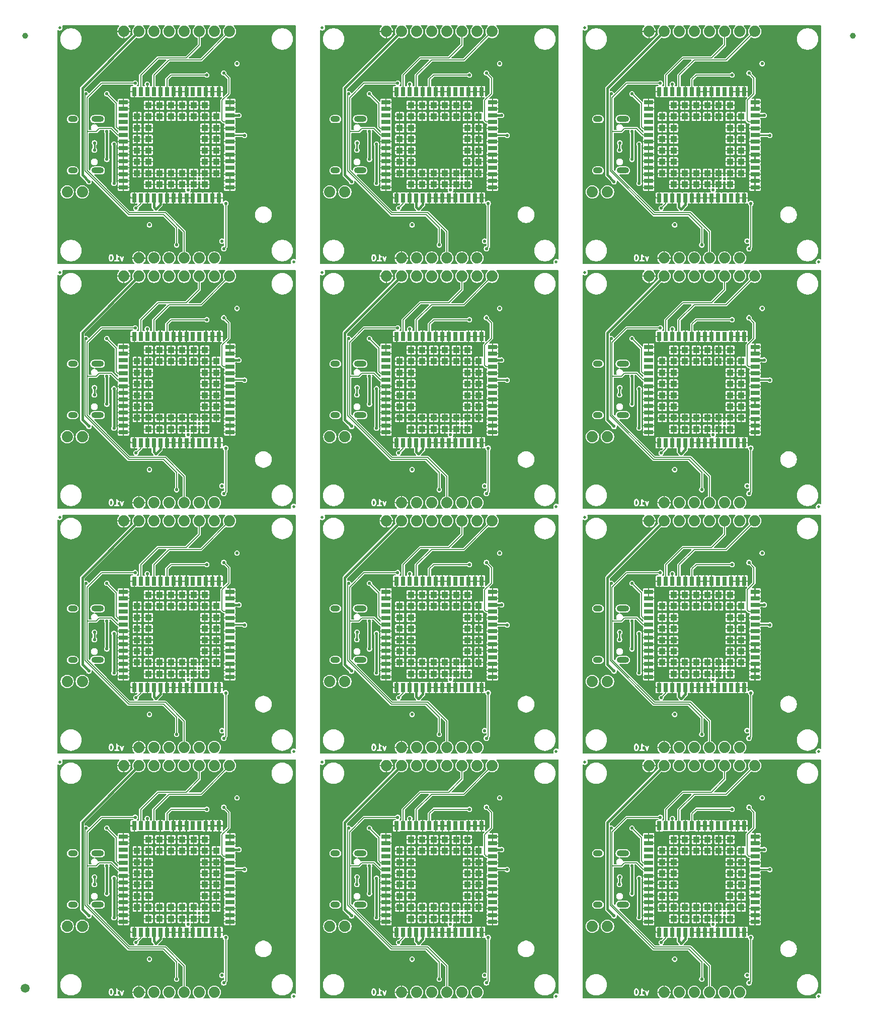
<source format=gbl>
%TF.GenerationSoftware,KiCad,Pcbnew,9.0.1*%
%TF.CreationDate,2025-04-15T12:31:11-06:00*%
%TF.ProjectId,SparkFun_GNSS_DAN-F10N_panelized,53706172-6b46-4756-9e5f-474e53535f44,rev?*%
%TF.SameCoordinates,Original*%
%TF.FileFunction,Copper,L4,Bot*%
%TF.FilePolarity,Positive*%
%FSLAX46Y46*%
G04 Gerber Fmt 4.6, Leading zero omitted, Abs format (unit mm)*
G04 Created by KiCad (PCBNEW 9.0.1) date 2025-04-15 12:31:11*
%MOMM*%
%LPD*%
G01*
G04 APERTURE LIST*
%ADD10C,0.250000*%
%TA.AperFunction,SMDPad,CuDef*%
%ADD11C,1.000000*%
%TD*%
%TA.AperFunction,SMDPad,CuDef*%
%ADD12C,1.500000*%
%TD*%
%TA.AperFunction,SMDPad,CuDef*%
%ADD13R,1.500000X0.800000*%
%TD*%
%TA.AperFunction,SMDPad,CuDef*%
%ADD14R,0.800000X1.500000*%
%TD*%
%TA.AperFunction,SMDPad,CuDef*%
%ADD15R,1.100000X1.100000*%
%TD*%
%TA.AperFunction,SMDPad,CuDef*%
%ADD16C,0.500000*%
%TD*%
%TA.AperFunction,ComponentPad*%
%ADD17C,1.879600*%
%TD*%
%TA.AperFunction,ComponentPad*%
%ADD18O,1.600000X1.000000*%
%TD*%
%TA.AperFunction,ComponentPad*%
%ADD19O,2.100000X1.000000*%
%TD*%
%TA.AperFunction,ViaPad*%
%ADD20C,0.560000*%
%TD*%
%TA.AperFunction,Conductor*%
%ADD21C,0.406400*%
%TD*%
%TA.AperFunction,Conductor*%
%ADD22C,0.281940*%
%TD*%
%TA.AperFunction,Conductor*%
%ADD23C,0.177800*%
%TD*%
%TA.AperFunction,Conductor*%
%ADD24C,0.277622*%
%TD*%
G04 APERTURE END LIST*
D10*
G36*
X97747668Y125090029D02*
G01*
X97766600Y125071096D01*
X97799010Y125006275D01*
X97839570Y124844039D01*
X97839570Y124636722D01*
X97799010Y124474485D01*
X97766600Y124409664D01*
X97747668Y124390731D01*
X97696966Y124365380D01*
X97660747Y124365380D01*
X97610043Y124390731D01*
X97591111Y124409663D01*
X97558701Y124474484D01*
X97518142Y124636722D01*
X97518142Y124844039D01*
X97558701Y125006277D01*
X97591111Y125071097D01*
X97610044Y125090029D01*
X97660746Y125115380D01*
X97696967Y125115380D01*
X97747668Y125090029D01*
G37*
G36*
X99975132Y123990380D02*
G01*
X97143142Y123990380D01*
X97143142Y124859428D01*
X97268142Y124859428D01*
X97268142Y124621333D01*
X97268561Y124617078D01*
X97268290Y124615257D01*
X97269639Y124606128D01*
X97270544Y124596947D01*
X97271248Y124595245D01*
X97271874Y124591016D01*
X97319493Y124400540D01*
X97320136Y124398740D01*
X97320200Y124397841D01*
X97324082Y124387694D01*
X97327738Y124377465D01*
X97328274Y124376740D01*
X97328958Y124374955D01*
X97376576Y124279718D01*
X97383185Y124269219D01*
X97384447Y124266173D01*
X97387262Y124262741D01*
X97389631Y124258980D01*
X97392125Y124256816D01*
X97399992Y124247231D01*
X97447610Y124199612D01*
X97457195Y124191745D01*
X97459359Y124189251D01*
X97463120Y124186883D01*
X97466552Y124184067D01*
X97469599Y124182804D01*
X97480096Y124176197D01*
X97575335Y124128577D01*
X97598220Y124119819D01*
X97602702Y124119500D01*
X97606851Y124117782D01*
X97631237Y124115380D01*
X97726475Y124115380D01*
X97750861Y124117782D01*
X97755012Y124119501D01*
X97759492Y124119820D01*
X97782378Y124128577D01*
X97877616Y124176197D01*
X97888112Y124182804D01*
X97891159Y124184067D01*
X97894591Y124186884D01*
X97898353Y124189252D01*
X97900516Y124191746D01*
X97910101Y124199612D01*
X97957720Y124247230D01*
X97965589Y124256818D01*
X97968081Y124258980D01*
X97970446Y124262737D01*
X97972111Y124264766D01*
X98222925Y124264766D01*
X98222925Y124215994D01*
X98241589Y124170934D01*
X98276077Y124136446D01*
X98321137Y124117782D01*
X98345523Y124115380D01*
X98916951Y124115380D01*
X98941337Y124117782D01*
X98986397Y124136446D01*
X99020885Y124170934D01*
X99039549Y124215994D01*
X99039549Y124264766D01*
X99020885Y124309826D01*
X98986397Y124344314D01*
X98941337Y124362978D01*
X98916951Y124365380D01*
X98756237Y124365380D01*
X98756237Y124896508D01*
X98765811Y124890482D01*
X98861049Y124842863D01*
X98883935Y124834105D01*
X98932584Y124830648D01*
X98978855Y124846071D01*
X99015700Y124878027D01*
X99021075Y124888778D01*
X99126627Y124888778D01*
X99132567Y124865005D01*
X99370662Y124198338D01*
X99381126Y124176181D01*
X99385336Y124171529D01*
X99388023Y124165858D01*
X99401582Y124153582D01*
X99413858Y124140023D01*
X99419530Y124137336D01*
X99424181Y124133126D01*
X99441405Y124126974D01*
X99457936Y124119144D01*
X99464201Y124118832D01*
X99470111Y124116722D01*
X99488386Y124117630D01*
X99506649Y124116723D01*
X99512555Y124118832D01*
X99518823Y124119144D01*
X99535355Y124126974D01*
X99552579Y124133126D01*
X99557230Y124137336D01*
X99562902Y124140023D01*
X99575177Y124153582D01*
X99588737Y124165858D01*
X99591423Y124171529D01*
X99595634Y124176181D01*
X99606098Y124198338D01*
X99844193Y124865005D01*
X99850132Y124888778D01*
X99847711Y124937490D01*
X99826832Y124981569D01*
X99790674Y125014301D01*
X99744744Y125030704D01*
X99696031Y125028283D01*
X99651953Y125007404D01*
X99619221Y124971246D01*
X99608757Y124949089D01*
X99488380Y124612032D01*
X99368003Y124949089D01*
X99357539Y124971246D01*
X99324807Y125007404D01*
X99280728Y125028283D01*
X99232016Y125030705D01*
X99186086Y125014301D01*
X99149928Y124981569D01*
X99129049Y124937490D01*
X99126627Y124888778D01*
X99021075Y124888778D01*
X99037511Y124921650D01*
X99040969Y124970300D01*
X99025546Y125016570D01*
X98993590Y125053415D01*
X98972852Y125066470D01*
X98895756Y125105017D01*
X98823615Y125177158D01*
X98735243Y125309718D01*
X98735187Y125309785D01*
X98735171Y125309826D01*
X98735080Y125309916D01*
X98719718Y125328676D01*
X98709433Y125335563D01*
X98700683Y125344314D01*
X98689370Y125348999D01*
X98679194Y125355815D01*
X98667055Y125358242D01*
X98655623Y125362978D01*
X98643378Y125362978D01*
X98631367Y125365380D01*
X98619225Y125362978D01*
X98606851Y125362978D01*
X98595537Y125358292D01*
X98583522Y125355915D01*
X98573223Y125349049D01*
X98561791Y125344314D01*
X98553132Y125335655D01*
X98542941Y125328861D01*
X98536053Y125318576D01*
X98527303Y125309826D01*
X98522617Y125298513D01*
X98515802Y125288337D01*
X98513374Y125276198D01*
X98508639Y125264766D01*
X98506262Y125240636D01*
X98506237Y125240510D01*
X98506245Y125240466D01*
X98506237Y125240380D01*
X98506237Y124365380D01*
X98345523Y124365380D01*
X98321137Y124362978D01*
X98276077Y124344314D01*
X98241589Y124309826D01*
X98222925Y124264766D01*
X97972111Y124264766D01*
X97973265Y124266172D01*
X97974528Y124269222D01*
X97981135Y124279717D01*
X98028754Y124374955D01*
X98029437Y124376740D01*
X98029974Y124377465D01*
X98033629Y124387694D01*
X98037512Y124397841D01*
X98037575Y124398740D01*
X98038219Y124400540D01*
X98085838Y124591016D01*
X98086463Y124595245D01*
X98087168Y124596947D01*
X98088072Y124606126D01*
X98089422Y124615256D01*
X98089150Y124617078D01*
X98089570Y124621333D01*
X98089570Y124859428D01*
X98089150Y124863682D01*
X98089422Y124865505D01*
X98088072Y124874634D01*
X98087168Y124883814D01*
X98086463Y124885515D01*
X98085838Y124889745D01*
X98038219Y125080221D01*
X98037575Y125082020D01*
X98037512Y125082920D01*
X98033629Y125093066D01*
X98029974Y125103296D01*
X98029437Y125104020D01*
X98028754Y125105806D01*
X97981135Y125201044D01*
X97974528Y125211538D01*
X97973265Y125214589D01*
X97970446Y125218023D01*
X97968081Y125221781D01*
X97965589Y125223942D01*
X97957720Y125233531D01*
X97910101Y125281149D01*
X97900515Y125289015D01*
X97898352Y125291510D01*
X97894590Y125293878D01*
X97891159Y125296694D01*
X97888112Y125297955D01*
X97877614Y125304565D01*
X97782377Y125352183D01*
X97759491Y125360941D01*
X97755009Y125361259D01*
X97750861Y125362978D01*
X97726475Y125365380D01*
X97631237Y125365380D01*
X97606851Y125362978D01*
X97602701Y125361259D01*
X97598221Y125360941D01*
X97575335Y125352183D01*
X97480097Y125304564D01*
X97469602Y125297957D01*
X97466552Y125296694D01*
X97463117Y125293875D01*
X97459360Y125291510D01*
X97457198Y125289018D01*
X97447610Y125281149D01*
X97399992Y125233530D01*
X97392125Y125223944D01*
X97389631Y125221781D01*
X97387262Y125218019D01*
X97384447Y125214588D01*
X97383185Y125211541D01*
X97376576Y125201043D01*
X97328958Y125105806D01*
X97328274Y125104020D01*
X97327738Y125103296D01*
X97324082Y125093066D01*
X97320200Y125082920D01*
X97320136Y125082020D01*
X97319493Y125080221D01*
X97271874Y124889745D01*
X97271248Y124885515D01*
X97270544Y124883814D01*
X97269639Y124874632D01*
X97268290Y124865504D01*
X97268561Y124863682D01*
X97268142Y124859428D01*
X97143142Y124859428D01*
X97143142Y125490380D01*
X99975132Y125490380D01*
X99975132Y123990380D01*
G37*
G36*
X97747668Y83950031D02*
G01*
X97766600Y83931098D01*
X97799010Y83866277D01*
X97839570Y83704040D01*
X97839570Y83496723D01*
X97799010Y83334487D01*
X97766599Y83269664D01*
X97747668Y83250732D01*
X97696967Y83225381D01*
X97660746Y83225381D01*
X97610044Y83250732D01*
X97591112Y83269664D01*
X97558701Y83334485D01*
X97518142Y83496723D01*
X97518142Y83704040D01*
X97558701Y83866278D01*
X97591111Y83931099D01*
X97610044Y83950031D01*
X97660746Y83975381D01*
X97696967Y83975381D01*
X97747668Y83950031D01*
G37*
G36*
X99975132Y82850381D02*
G01*
X97143142Y82850381D01*
X97143142Y83719429D01*
X97268142Y83719429D01*
X97268142Y83481334D01*
X97268561Y83477080D01*
X97268290Y83475258D01*
X97269639Y83466130D01*
X97270544Y83456948D01*
X97271248Y83455247D01*
X97271874Y83451017D01*
X97319493Y83260541D01*
X97320136Y83258742D01*
X97320200Y83257842D01*
X97324082Y83247696D01*
X97327738Y83237466D01*
X97328274Y83236742D01*
X97328958Y83234956D01*
X97376576Y83139719D01*
X97383183Y83129223D01*
X97384446Y83126175D01*
X97387263Y83122742D01*
X97389631Y83118981D01*
X97392125Y83116818D01*
X97399991Y83107233D01*
X97447610Y83059613D01*
X97457198Y83051744D01*
X97459360Y83049251D01*
X97463114Y83046888D01*
X97466551Y83044067D01*
X97469604Y83042803D01*
X97480097Y83036197D01*
X97575335Y82988578D01*
X97598221Y82979820D01*
X97602701Y82979502D01*
X97606851Y82977783D01*
X97631237Y82975381D01*
X97726475Y82975381D01*
X97750861Y82977783D01*
X97755009Y82979502D01*
X97759491Y82979820D01*
X97782377Y82988578D01*
X97877614Y83036196D01*
X97888110Y83042804D01*
X97891160Y83044067D01*
X97894593Y83046886D01*
X97898352Y83049251D01*
X97900514Y83051745D01*
X97910102Y83059613D01*
X97957721Y83107232D01*
X97965588Y83116820D01*
X97968081Y83118981D01*
X97970447Y83122741D01*
X97972110Y83124767D01*
X98222925Y83124767D01*
X98222925Y83075995D01*
X98241589Y83030935D01*
X98276077Y82996447D01*
X98321137Y82977783D01*
X98345523Y82975381D01*
X98916951Y82975381D01*
X98941337Y82977783D01*
X98986397Y82996447D01*
X99020885Y83030935D01*
X99039549Y83075995D01*
X99039549Y83124767D01*
X99020885Y83169827D01*
X98986397Y83204315D01*
X98941337Y83222979D01*
X98916951Y83225381D01*
X98756237Y83225381D01*
X98756237Y83756510D01*
X98765811Y83750483D01*
X98861049Y83702864D01*
X98883935Y83694106D01*
X98932584Y83690649D01*
X98978855Y83706072D01*
X99015700Y83738028D01*
X99021075Y83748779D01*
X99126627Y83748779D01*
X99132567Y83725006D01*
X99370662Y83058339D01*
X99381126Y83036182D01*
X99385336Y83031531D01*
X99388023Y83025859D01*
X99401582Y83013584D01*
X99413858Y83000024D01*
X99419530Y82997338D01*
X99424181Y82993127D01*
X99441405Y82986976D01*
X99457936Y82979145D01*
X99464201Y82978834D01*
X99470111Y82976723D01*
X99488386Y82977632D01*
X99506649Y82976724D01*
X99512555Y82978834D01*
X99518823Y82979145D01*
X99535355Y82986976D01*
X99552579Y82993127D01*
X99557230Y82997338D01*
X99562902Y83000024D01*
X99575177Y83013584D01*
X99588737Y83025859D01*
X99591423Y83031531D01*
X99595634Y83036182D01*
X99606098Y83058339D01*
X99844193Y83725006D01*
X99850132Y83748779D01*
X99847711Y83797491D01*
X99826832Y83841570D01*
X99790674Y83874302D01*
X99744744Y83890705D01*
X99696031Y83888284D01*
X99651953Y83867405D01*
X99619221Y83831247D01*
X99608757Y83809090D01*
X99488380Y83472034D01*
X99368003Y83809090D01*
X99357539Y83831247D01*
X99324807Y83867405D01*
X99280728Y83888284D01*
X99232016Y83890706D01*
X99186086Y83874302D01*
X99149928Y83841570D01*
X99129049Y83797491D01*
X99126627Y83748779D01*
X99021075Y83748779D01*
X99037511Y83781651D01*
X99040969Y83830301D01*
X99025546Y83876571D01*
X98993590Y83913416D01*
X98972852Y83926471D01*
X98895756Y83965019D01*
X98823615Y84037160D01*
X98735243Y84169719D01*
X98735187Y84169787D01*
X98735171Y84169827D01*
X98735080Y84169918D01*
X98719718Y84188677D01*
X98709433Y84195565D01*
X98700683Y84204315D01*
X98689370Y84209001D01*
X98679194Y84215816D01*
X98667055Y84218244D01*
X98655623Y84222979D01*
X98643378Y84222979D01*
X98631367Y84225381D01*
X98619225Y84222979D01*
X98606851Y84222979D01*
X98595537Y84218294D01*
X98583522Y84215916D01*
X98573223Y84209051D01*
X98561791Y84204315D01*
X98553132Y84195656D01*
X98542941Y84188862D01*
X98536053Y84178578D01*
X98527303Y84169827D01*
X98522617Y84158515D01*
X98515802Y84148338D01*
X98513374Y84136200D01*
X98508639Y84124767D01*
X98506262Y84100638D01*
X98506237Y84100511D01*
X98506245Y84100468D01*
X98506237Y84100381D01*
X98506237Y83225381D01*
X98345523Y83225381D01*
X98321137Y83222979D01*
X98276077Y83204315D01*
X98241589Y83169827D01*
X98222925Y83124767D01*
X97972110Y83124767D01*
X97973266Y83126175D01*
X97974528Y83129224D01*
X97981135Y83139718D01*
X98028754Y83234956D01*
X98029437Y83236742D01*
X98029974Y83237466D01*
X98033629Y83247696D01*
X98037512Y83257842D01*
X98037575Y83258742D01*
X98038219Y83260541D01*
X98085838Y83451017D01*
X98086463Y83455247D01*
X98087168Y83456948D01*
X98088072Y83466128D01*
X98089422Y83475257D01*
X98089150Y83477080D01*
X98089570Y83481334D01*
X98089570Y83719429D01*
X98089150Y83723684D01*
X98089422Y83725506D01*
X98088072Y83734636D01*
X98087168Y83743815D01*
X98086463Y83745517D01*
X98085838Y83749746D01*
X98038219Y83940222D01*
X98037575Y83942022D01*
X98037512Y83942921D01*
X98033629Y83953068D01*
X98029974Y83963297D01*
X98029437Y83964022D01*
X98028754Y83965807D01*
X97981135Y84061045D01*
X97974528Y84071540D01*
X97973265Y84074590D01*
X97970446Y84078025D01*
X97968081Y84081782D01*
X97965589Y84083944D01*
X97957720Y84093532D01*
X97910101Y84141150D01*
X97900515Y84149017D01*
X97898352Y84151511D01*
X97894590Y84153880D01*
X97891159Y84156695D01*
X97888112Y84157957D01*
X97877614Y84164566D01*
X97782377Y84212184D01*
X97759491Y84220942D01*
X97755009Y84221261D01*
X97750861Y84222979D01*
X97726475Y84225381D01*
X97631237Y84225381D01*
X97606851Y84222979D01*
X97602701Y84221261D01*
X97598221Y84220942D01*
X97575335Y84212184D01*
X97480097Y84164565D01*
X97469602Y84157959D01*
X97466552Y84156695D01*
X97463117Y84153877D01*
X97459360Y84151511D01*
X97457198Y84149020D01*
X97447610Y84141150D01*
X97399992Y84093531D01*
X97392125Y84083946D01*
X97389631Y84081782D01*
X97387262Y84078021D01*
X97384447Y84074589D01*
X97383185Y84071543D01*
X97376576Y84061044D01*
X97328958Y83965807D01*
X97328274Y83964022D01*
X97327738Y83963297D01*
X97324082Y83953068D01*
X97320200Y83942921D01*
X97320136Y83942022D01*
X97319493Y83940222D01*
X97271874Y83749746D01*
X97271248Y83745517D01*
X97270544Y83743815D01*
X97269639Y83734634D01*
X97268290Y83725505D01*
X97268561Y83723684D01*
X97268142Y83719429D01*
X97143142Y83719429D01*
X97143142Y84350381D01*
X99975132Y84350381D01*
X99975132Y82850381D01*
G37*
G36*
X97747668Y42810031D02*
G01*
X97766600Y42791098D01*
X97799010Y42726277D01*
X97839570Y42564040D01*
X97839570Y42356723D01*
X97799010Y42194487D01*
X97766599Y42129664D01*
X97747668Y42110732D01*
X97696967Y42085381D01*
X97660746Y42085381D01*
X97610044Y42110732D01*
X97591112Y42129664D01*
X97558701Y42194485D01*
X97518142Y42356723D01*
X97518142Y42564040D01*
X97558701Y42726278D01*
X97591111Y42791099D01*
X97610044Y42810031D01*
X97660746Y42835381D01*
X97696967Y42835381D01*
X97747668Y42810031D01*
G37*
G36*
X99975132Y41710381D02*
G01*
X97143142Y41710381D01*
X97143142Y42579429D01*
X97268142Y42579429D01*
X97268142Y42341334D01*
X97268561Y42337080D01*
X97268290Y42335258D01*
X97269639Y42326130D01*
X97270544Y42316948D01*
X97271248Y42315247D01*
X97271874Y42311017D01*
X97319493Y42120541D01*
X97320136Y42118742D01*
X97320200Y42117842D01*
X97324082Y42107696D01*
X97327738Y42097466D01*
X97328274Y42096742D01*
X97328958Y42094956D01*
X97376576Y41999719D01*
X97383183Y41989223D01*
X97384446Y41986175D01*
X97387263Y41982742D01*
X97389631Y41978981D01*
X97392125Y41976818D01*
X97399991Y41967233D01*
X97447610Y41919613D01*
X97457198Y41911744D01*
X97459360Y41909251D01*
X97463114Y41906888D01*
X97466551Y41904067D01*
X97469604Y41902803D01*
X97480097Y41896197D01*
X97575335Y41848578D01*
X97598221Y41839820D01*
X97602701Y41839502D01*
X97606851Y41837783D01*
X97631237Y41835381D01*
X97726475Y41835381D01*
X97750861Y41837783D01*
X97755009Y41839502D01*
X97759491Y41839820D01*
X97782377Y41848578D01*
X97877614Y41896196D01*
X97888110Y41902804D01*
X97891160Y41904067D01*
X97894593Y41906886D01*
X97898352Y41909251D01*
X97900514Y41911745D01*
X97910102Y41919613D01*
X97957721Y41967232D01*
X97965588Y41976820D01*
X97968081Y41978981D01*
X97970447Y41982741D01*
X97972110Y41984767D01*
X98222925Y41984767D01*
X98222925Y41935995D01*
X98241589Y41890935D01*
X98276077Y41856447D01*
X98321137Y41837783D01*
X98345523Y41835381D01*
X98916951Y41835381D01*
X98941337Y41837783D01*
X98986397Y41856447D01*
X99020885Y41890935D01*
X99039549Y41935995D01*
X99039549Y41984767D01*
X99020885Y42029827D01*
X98986397Y42064315D01*
X98941337Y42082979D01*
X98916951Y42085381D01*
X98756237Y42085381D01*
X98756237Y42616510D01*
X98765811Y42610483D01*
X98861049Y42562864D01*
X98883935Y42554106D01*
X98932584Y42550649D01*
X98978855Y42566072D01*
X99015700Y42598028D01*
X99021075Y42608779D01*
X99126627Y42608779D01*
X99132567Y42585006D01*
X99370662Y41918339D01*
X99381126Y41896182D01*
X99385336Y41891531D01*
X99388023Y41885859D01*
X99401582Y41873584D01*
X99413858Y41860024D01*
X99419530Y41857338D01*
X99424181Y41853127D01*
X99441405Y41846976D01*
X99457936Y41839145D01*
X99464201Y41838834D01*
X99470111Y41836723D01*
X99488386Y41837632D01*
X99506649Y41836724D01*
X99512555Y41838834D01*
X99518823Y41839145D01*
X99535355Y41846976D01*
X99552579Y41853127D01*
X99557230Y41857338D01*
X99562902Y41860024D01*
X99575177Y41873584D01*
X99588737Y41885859D01*
X99591423Y41891531D01*
X99595634Y41896182D01*
X99606098Y41918339D01*
X99844193Y42585006D01*
X99850132Y42608779D01*
X99847711Y42657491D01*
X99826832Y42701570D01*
X99790674Y42734302D01*
X99744744Y42750705D01*
X99696031Y42748284D01*
X99651953Y42727405D01*
X99619221Y42691247D01*
X99608757Y42669090D01*
X99488380Y42332034D01*
X99368003Y42669090D01*
X99357539Y42691247D01*
X99324807Y42727405D01*
X99280728Y42748284D01*
X99232016Y42750706D01*
X99186086Y42734302D01*
X99149928Y42701570D01*
X99129049Y42657491D01*
X99126627Y42608779D01*
X99021075Y42608779D01*
X99037511Y42641651D01*
X99040969Y42690301D01*
X99025546Y42736571D01*
X98993590Y42773416D01*
X98972852Y42786471D01*
X98895756Y42825019D01*
X98823615Y42897160D01*
X98735243Y43029719D01*
X98735187Y43029787D01*
X98735171Y43029827D01*
X98735080Y43029918D01*
X98719718Y43048677D01*
X98709433Y43055565D01*
X98700683Y43064315D01*
X98689370Y43069001D01*
X98679194Y43075816D01*
X98667055Y43078244D01*
X98655623Y43082979D01*
X98643378Y43082979D01*
X98631367Y43085381D01*
X98619225Y43082979D01*
X98606851Y43082979D01*
X98595537Y43078294D01*
X98583522Y43075916D01*
X98573223Y43069051D01*
X98561791Y43064315D01*
X98553132Y43055656D01*
X98542941Y43048862D01*
X98536053Y43038578D01*
X98527303Y43029827D01*
X98522617Y43018515D01*
X98515802Y43008338D01*
X98513374Y42996200D01*
X98508639Y42984767D01*
X98506262Y42960638D01*
X98506237Y42960511D01*
X98506245Y42960468D01*
X98506237Y42960381D01*
X98506237Y42085381D01*
X98345523Y42085381D01*
X98321137Y42082979D01*
X98276077Y42064315D01*
X98241589Y42029827D01*
X98222925Y41984767D01*
X97972110Y41984767D01*
X97973266Y41986175D01*
X97974528Y41989224D01*
X97981135Y41999718D01*
X98028754Y42094956D01*
X98029437Y42096742D01*
X98029974Y42097466D01*
X98033629Y42107696D01*
X98037512Y42117842D01*
X98037575Y42118742D01*
X98038219Y42120541D01*
X98085838Y42311017D01*
X98086463Y42315247D01*
X98087168Y42316948D01*
X98088072Y42326128D01*
X98089422Y42335257D01*
X98089150Y42337080D01*
X98089570Y42341334D01*
X98089570Y42579429D01*
X98089150Y42583684D01*
X98089422Y42585506D01*
X98088072Y42594636D01*
X98087168Y42603815D01*
X98086463Y42605517D01*
X98085838Y42609746D01*
X98038219Y42800222D01*
X98037575Y42802022D01*
X98037512Y42802921D01*
X98033629Y42813068D01*
X98029974Y42823297D01*
X98029437Y42824022D01*
X98028754Y42825807D01*
X97981135Y42921045D01*
X97974528Y42931540D01*
X97973265Y42934590D01*
X97970446Y42938025D01*
X97968081Y42941782D01*
X97965589Y42943944D01*
X97957720Y42953532D01*
X97910101Y43001150D01*
X97900515Y43009017D01*
X97898352Y43011511D01*
X97894590Y43013880D01*
X97891159Y43016695D01*
X97888112Y43017957D01*
X97877614Y43024566D01*
X97782377Y43072184D01*
X97759491Y43080942D01*
X97755009Y43081261D01*
X97750861Y43082979D01*
X97726475Y43085381D01*
X97631237Y43085381D01*
X97606851Y43082979D01*
X97602701Y43081261D01*
X97598221Y43080942D01*
X97575335Y43072184D01*
X97480097Y43024565D01*
X97469602Y43017959D01*
X97466552Y43016695D01*
X97463117Y43013877D01*
X97459360Y43011511D01*
X97457198Y43009020D01*
X97447610Y43001150D01*
X97399992Y42953531D01*
X97392125Y42943946D01*
X97389631Y42941782D01*
X97387262Y42938021D01*
X97384447Y42934589D01*
X97383185Y42931543D01*
X97376576Y42921044D01*
X97328958Y42825807D01*
X97328274Y42824022D01*
X97327738Y42823297D01*
X97324082Y42813068D01*
X97320200Y42802921D01*
X97320136Y42802022D01*
X97319493Y42800222D01*
X97271874Y42609746D01*
X97271248Y42605517D01*
X97270544Y42603815D01*
X97269639Y42594634D01*
X97268290Y42585505D01*
X97268561Y42583684D01*
X97268142Y42579429D01*
X97143142Y42579429D01*
X97143142Y43210381D01*
X99975132Y43210381D01*
X99975132Y41710381D01*
G37*
G36*
X97747668Y1670031D02*
G01*
X97766600Y1651098D01*
X97799010Y1586277D01*
X97839570Y1424040D01*
X97839570Y1216723D01*
X97799010Y1054487D01*
X97766599Y989664D01*
X97747668Y970732D01*
X97696967Y945381D01*
X97660746Y945381D01*
X97610044Y970732D01*
X97591112Y989664D01*
X97558701Y1054485D01*
X97518142Y1216723D01*
X97518142Y1424040D01*
X97558701Y1586278D01*
X97591111Y1651099D01*
X97610044Y1670031D01*
X97660746Y1695381D01*
X97696967Y1695381D01*
X97747668Y1670031D01*
G37*
G36*
X99975132Y570381D02*
G01*
X97143142Y570381D01*
X97143142Y1439429D01*
X97268142Y1439429D01*
X97268142Y1201334D01*
X97268561Y1197080D01*
X97268290Y1195258D01*
X97269639Y1186130D01*
X97270544Y1176948D01*
X97271248Y1175247D01*
X97271874Y1171017D01*
X97319493Y980541D01*
X97320136Y978742D01*
X97320200Y977842D01*
X97324082Y967696D01*
X97327738Y957466D01*
X97328274Y956742D01*
X97328958Y954956D01*
X97376576Y859719D01*
X97383183Y849223D01*
X97384446Y846175D01*
X97387263Y842742D01*
X97389631Y838981D01*
X97392125Y836818D01*
X97399991Y827233D01*
X97447610Y779613D01*
X97457198Y771744D01*
X97459360Y769251D01*
X97463114Y766888D01*
X97466551Y764067D01*
X97469604Y762803D01*
X97480097Y756197D01*
X97575335Y708578D01*
X97598221Y699820D01*
X97602701Y699502D01*
X97606851Y697783D01*
X97631237Y695381D01*
X97726475Y695381D01*
X97750861Y697783D01*
X97755009Y699502D01*
X97759491Y699820D01*
X97782377Y708578D01*
X97877614Y756196D01*
X97888110Y762804D01*
X97891160Y764067D01*
X97894593Y766886D01*
X97898352Y769251D01*
X97900514Y771745D01*
X97910102Y779613D01*
X97957721Y827232D01*
X97965588Y836820D01*
X97968081Y838981D01*
X97970447Y842741D01*
X97972110Y844767D01*
X98222925Y844767D01*
X98222925Y795995D01*
X98241589Y750935D01*
X98276077Y716447D01*
X98321137Y697783D01*
X98345523Y695381D01*
X98916951Y695381D01*
X98941337Y697783D01*
X98986397Y716447D01*
X99020885Y750935D01*
X99039549Y795995D01*
X99039549Y844767D01*
X99020885Y889827D01*
X98986397Y924315D01*
X98941337Y942979D01*
X98916951Y945381D01*
X98756237Y945381D01*
X98756237Y1476510D01*
X98765811Y1470483D01*
X98861049Y1422864D01*
X98883935Y1414106D01*
X98932584Y1410649D01*
X98978855Y1426072D01*
X99015700Y1458028D01*
X99021075Y1468779D01*
X99126627Y1468779D01*
X99132567Y1445006D01*
X99370662Y778339D01*
X99381126Y756182D01*
X99385336Y751531D01*
X99388023Y745859D01*
X99401582Y733584D01*
X99413858Y720024D01*
X99419530Y717338D01*
X99424181Y713127D01*
X99441405Y706976D01*
X99457936Y699145D01*
X99464201Y698834D01*
X99470111Y696723D01*
X99488386Y697632D01*
X99506649Y696724D01*
X99512555Y698834D01*
X99518823Y699145D01*
X99535355Y706976D01*
X99552579Y713127D01*
X99557230Y717338D01*
X99562902Y720024D01*
X99575177Y733584D01*
X99588737Y745859D01*
X99591423Y751531D01*
X99595634Y756182D01*
X99606098Y778339D01*
X99844193Y1445006D01*
X99850132Y1468779D01*
X99847711Y1517491D01*
X99826832Y1561570D01*
X99790674Y1594302D01*
X99744744Y1610705D01*
X99696031Y1608284D01*
X99651953Y1587405D01*
X99619221Y1551247D01*
X99608757Y1529090D01*
X99488380Y1192034D01*
X99368003Y1529090D01*
X99357539Y1551247D01*
X99324807Y1587405D01*
X99280728Y1608284D01*
X99232016Y1610706D01*
X99186086Y1594302D01*
X99149928Y1561570D01*
X99129049Y1517491D01*
X99126627Y1468779D01*
X99021075Y1468779D01*
X99037511Y1501651D01*
X99040969Y1550301D01*
X99025546Y1596571D01*
X98993590Y1633416D01*
X98972852Y1646471D01*
X98895756Y1685019D01*
X98823615Y1757160D01*
X98735243Y1889719D01*
X98735187Y1889787D01*
X98735171Y1889827D01*
X98735080Y1889918D01*
X98719718Y1908677D01*
X98709433Y1915565D01*
X98700683Y1924315D01*
X98689370Y1929001D01*
X98679194Y1935816D01*
X98667055Y1938244D01*
X98655623Y1942979D01*
X98643378Y1942979D01*
X98631367Y1945381D01*
X98619225Y1942979D01*
X98606851Y1942979D01*
X98595537Y1938294D01*
X98583522Y1935916D01*
X98573223Y1929051D01*
X98561791Y1924315D01*
X98553132Y1915656D01*
X98542941Y1908862D01*
X98536053Y1898578D01*
X98527303Y1889827D01*
X98522617Y1878515D01*
X98515802Y1868338D01*
X98513374Y1856200D01*
X98508639Y1844767D01*
X98506262Y1820638D01*
X98506237Y1820511D01*
X98506245Y1820468D01*
X98506237Y1820381D01*
X98506237Y945381D01*
X98345523Y945381D01*
X98321137Y942979D01*
X98276077Y924315D01*
X98241589Y889827D01*
X98222925Y844767D01*
X97972110Y844767D01*
X97973266Y846175D01*
X97974528Y849224D01*
X97981135Y859718D01*
X98028754Y954956D01*
X98029437Y956742D01*
X98029974Y957466D01*
X98033629Y967696D01*
X98037512Y977842D01*
X98037575Y978742D01*
X98038219Y980541D01*
X98085838Y1171017D01*
X98086463Y1175247D01*
X98087168Y1176948D01*
X98088072Y1186128D01*
X98089422Y1195257D01*
X98089150Y1197080D01*
X98089570Y1201334D01*
X98089570Y1439429D01*
X98089150Y1443684D01*
X98089422Y1445506D01*
X98088072Y1454636D01*
X98087168Y1463815D01*
X98086463Y1465517D01*
X98085838Y1469746D01*
X98038219Y1660222D01*
X98037575Y1662022D01*
X98037512Y1662921D01*
X98033629Y1673068D01*
X98029974Y1683297D01*
X98029437Y1684022D01*
X98028754Y1685807D01*
X97981135Y1781045D01*
X97974528Y1791540D01*
X97973265Y1794590D01*
X97970446Y1798025D01*
X97968081Y1801782D01*
X97965589Y1803944D01*
X97957720Y1813532D01*
X97910101Y1861150D01*
X97900515Y1869017D01*
X97898352Y1871511D01*
X97894590Y1873880D01*
X97891159Y1876695D01*
X97888112Y1877957D01*
X97877614Y1884566D01*
X97782377Y1932184D01*
X97759491Y1940942D01*
X97755009Y1941261D01*
X97750861Y1942979D01*
X97726475Y1945381D01*
X97631237Y1945381D01*
X97606851Y1942979D01*
X97602701Y1941261D01*
X97598221Y1940942D01*
X97575335Y1932184D01*
X97480097Y1884565D01*
X97469602Y1877959D01*
X97466552Y1876695D01*
X97463117Y1873877D01*
X97459360Y1871511D01*
X97457198Y1869020D01*
X97447610Y1861150D01*
X97399992Y1813531D01*
X97392125Y1803946D01*
X97389631Y1801782D01*
X97387262Y1798021D01*
X97384447Y1794589D01*
X97383185Y1791543D01*
X97376576Y1781044D01*
X97328958Y1685807D01*
X97328274Y1684022D01*
X97327738Y1683297D01*
X97324082Y1673068D01*
X97320200Y1662921D01*
X97320136Y1662022D01*
X97319493Y1660222D01*
X97271874Y1469746D01*
X97271248Y1465517D01*
X97270544Y1463815D01*
X97269639Y1454634D01*
X97268290Y1445505D01*
X97268561Y1443684D01*
X97268142Y1439429D01*
X97143142Y1439429D01*
X97143142Y2070381D01*
X99975132Y2070381D01*
X99975132Y570381D01*
G37*
G36*
X53559668Y125090029D02*
G01*
X53578600Y125071096D01*
X53611010Y125006275D01*
X53651570Y124844039D01*
X53651570Y124636722D01*
X53611010Y124474485D01*
X53578600Y124409664D01*
X53559668Y124390731D01*
X53508966Y124365380D01*
X53472747Y124365380D01*
X53422043Y124390731D01*
X53403111Y124409663D01*
X53370701Y124474484D01*
X53330142Y124636722D01*
X53330142Y124844039D01*
X53370701Y125006277D01*
X53403111Y125071097D01*
X53422044Y125090029D01*
X53472746Y125115380D01*
X53508967Y125115380D01*
X53559668Y125090029D01*
G37*
G36*
X55787132Y123990380D02*
G01*
X52955142Y123990380D01*
X52955142Y124859428D01*
X53080142Y124859428D01*
X53080142Y124621333D01*
X53080561Y124617078D01*
X53080290Y124615257D01*
X53081639Y124606128D01*
X53082544Y124596947D01*
X53083248Y124595245D01*
X53083874Y124591016D01*
X53131493Y124400540D01*
X53132136Y124398740D01*
X53132200Y124397841D01*
X53136082Y124387694D01*
X53139738Y124377465D01*
X53140274Y124376740D01*
X53140958Y124374955D01*
X53188576Y124279718D01*
X53195185Y124269219D01*
X53196447Y124266173D01*
X53199262Y124262741D01*
X53201631Y124258980D01*
X53204125Y124256816D01*
X53211992Y124247231D01*
X53259610Y124199612D01*
X53269195Y124191745D01*
X53271359Y124189251D01*
X53275120Y124186883D01*
X53278552Y124184067D01*
X53281599Y124182804D01*
X53292096Y124176197D01*
X53387335Y124128577D01*
X53410220Y124119819D01*
X53414702Y124119500D01*
X53418851Y124117782D01*
X53443237Y124115380D01*
X53538475Y124115380D01*
X53562861Y124117782D01*
X53567012Y124119501D01*
X53571492Y124119820D01*
X53594378Y124128577D01*
X53689616Y124176197D01*
X53700112Y124182804D01*
X53703159Y124184067D01*
X53706591Y124186884D01*
X53710353Y124189252D01*
X53712516Y124191746D01*
X53722101Y124199612D01*
X53769720Y124247230D01*
X53777589Y124256818D01*
X53780081Y124258980D01*
X53782446Y124262737D01*
X53784111Y124264766D01*
X54034925Y124264766D01*
X54034925Y124215994D01*
X54053589Y124170934D01*
X54088077Y124136446D01*
X54133137Y124117782D01*
X54157523Y124115380D01*
X54728951Y124115380D01*
X54753337Y124117782D01*
X54798397Y124136446D01*
X54832885Y124170934D01*
X54851549Y124215994D01*
X54851549Y124264766D01*
X54832885Y124309826D01*
X54798397Y124344314D01*
X54753337Y124362978D01*
X54728951Y124365380D01*
X54568237Y124365380D01*
X54568237Y124896508D01*
X54577811Y124890482D01*
X54673049Y124842863D01*
X54695935Y124834105D01*
X54744584Y124830648D01*
X54790855Y124846071D01*
X54827700Y124878027D01*
X54833075Y124888778D01*
X54938627Y124888778D01*
X54944567Y124865005D01*
X55182662Y124198338D01*
X55193126Y124176181D01*
X55197336Y124171529D01*
X55200023Y124165858D01*
X55213582Y124153582D01*
X55225858Y124140023D01*
X55231530Y124137336D01*
X55236181Y124133126D01*
X55253405Y124126974D01*
X55269936Y124119144D01*
X55276201Y124118832D01*
X55282111Y124116722D01*
X55300386Y124117630D01*
X55318649Y124116723D01*
X55324555Y124118832D01*
X55330823Y124119144D01*
X55347355Y124126974D01*
X55364579Y124133126D01*
X55369230Y124137336D01*
X55374902Y124140023D01*
X55387177Y124153582D01*
X55400737Y124165858D01*
X55403423Y124171529D01*
X55407634Y124176181D01*
X55418098Y124198338D01*
X55656193Y124865005D01*
X55662132Y124888778D01*
X55659711Y124937490D01*
X55638832Y124981569D01*
X55602674Y125014301D01*
X55556744Y125030704D01*
X55508031Y125028283D01*
X55463953Y125007404D01*
X55431221Y124971246D01*
X55420757Y124949089D01*
X55300380Y124612032D01*
X55180003Y124949089D01*
X55169539Y124971246D01*
X55136807Y125007404D01*
X55092728Y125028283D01*
X55044016Y125030705D01*
X54998086Y125014301D01*
X54961928Y124981569D01*
X54941049Y124937490D01*
X54938627Y124888778D01*
X54833075Y124888778D01*
X54849511Y124921650D01*
X54852969Y124970300D01*
X54837546Y125016570D01*
X54805590Y125053415D01*
X54784852Y125066470D01*
X54707756Y125105017D01*
X54635615Y125177158D01*
X54547243Y125309718D01*
X54547187Y125309785D01*
X54547171Y125309826D01*
X54547080Y125309916D01*
X54531718Y125328676D01*
X54521433Y125335563D01*
X54512683Y125344314D01*
X54501370Y125348999D01*
X54491194Y125355815D01*
X54479055Y125358242D01*
X54467623Y125362978D01*
X54455378Y125362978D01*
X54443367Y125365380D01*
X54431225Y125362978D01*
X54418851Y125362978D01*
X54407537Y125358292D01*
X54395522Y125355915D01*
X54385223Y125349049D01*
X54373791Y125344314D01*
X54365132Y125335655D01*
X54354941Y125328861D01*
X54348053Y125318576D01*
X54339303Y125309826D01*
X54334617Y125298513D01*
X54327802Y125288337D01*
X54325374Y125276198D01*
X54320639Y125264766D01*
X54318262Y125240636D01*
X54318237Y125240510D01*
X54318245Y125240466D01*
X54318237Y125240380D01*
X54318237Y124365380D01*
X54157523Y124365380D01*
X54133137Y124362978D01*
X54088077Y124344314D01*
X54053589Y124309826D01*
X54034925Y124264766D01*
X53784111Y124264766D01*
X53785265Y124266172D01*
X53786528Y124269222D01*
X53793135Y124279717D01*
X53840754Y124374955D01*
X53841437Y124376740D01*
X53841974Y124377465D01*
X53845629Y124387694D01*
X53849512Y124397841D01*
X53849575Y124398740D01*
X53850219Y124400540D01*
X53897838Y124591016D01*
X53898463Y124595245D01*
X53899168Y124596947D01*
X53900072Y124606126D01*
X53901422Y124615256D01*
X53901150Y124617078D01*
X53901570Y124621333D01*
X53901570Y124859428D01*
X53901150Y124863682D01*
X53901422Y124865505D01*
X53900072Y124874634D01*
X53899168Y124883814D01*
X53898463Y124885515D01*
X53897838Y124889745D01*
X53850219Y125080221D01*
X53849575Y125082020D01*
X53849512Y125082920D01*
X53845629Y125093066D01*
X53841974Y125103296D01*
X53841437Y125104020D01*
X53840754Y125105806D01*
X53793135Y125201044D01*
X53786528Y125211538D01*
X53785265Y125214589D01*
X53782446Y125218023D01*
X53780081Y125221781D01*
X53777589Y125223942D01*
X53769720Y125233531D01*
X53722101Y125281149D01*
X53712515Y125289015D01*
X53710352Y125291510D01*
X53706590Y125293878D01*
X53703159Y125296694D01*
X53700112Y125297955D01*
X53689614Y125304565D01*
X53594377Y125352183D01*
X53571491Y125360941D01*
X53567009Y125361259D01*
X53562861Y125362978D01*
X53538475Y125365380D01*
X53443237Y125365380D01*
X53418851Y125362978D01*
X53414701Y125361259D01*
X53410221Y125360941D01*
X53387335Y125352183D01*
X53292097Y125304564D01*
X53281602Y125297957D01*
X53278552Y125296694D01*
X53275117Y125293875D01*
X53271360Y125291510D01*
X53269198Y125289018D01*
X53259610Y125281149D01*
X53211992Y125233530D01*
X53204125Y125223944D01*
X53201631Y125221781D01*
X53199262Y125218019D01*
X53196447Y125214588D01*
X53195185Y125211541D01*
X53188576Y125201043D01*
X53140958Y125105806D01*
X53140274Y125104020D01*
X53139738Y125103296D01*
X53136082Y125093066D01*
X53132200Y125082920D01*
X53132136Y125082020D01*
X53131493Y125080221D01*
X53083874Y124889745D01*
X53083248Y124885515D01*
X53082544Y124883814D01*
X53081639Y124874632D01*
X53080290Y124865504D01*
X53080561Y124863682D01*
X53080142Y124859428D01*
X52955142Y124859428D01*
X52955142Y125490380D01*
X55787132Y125490380D01*
X55787132Y123990380D01*
G37*
G36*
X53559668Y83950031D02*
G01*
X53578600Y83931098D01*
X53611010Y83866277D01*
X53651570Y83704040D01*
X53651570Y83496723D01*
X53611010Y83334487D01*
X53578599Y83269664D01*
X53559668Y83250732D01*
X53508967Y83225381D01*
X53472746Y83225381D01*
X53422044Y83250732D01*
X53403112Y83269664D01*
X53370701Y83334485D01*
X53330142Y83496723D01*
X53330142Y83704040D01*
X53370701Y83866278D01*
X53403111Y83931099D01*
X53422044Y83950031D01*
X53472746Y83975381D01*
X53508967Y83975381D01*
X53559668Y83950031D01*
G37*
G36*
X55787132Y82850381D02*
G01*
X52955142Y82850381D01*
X52955142Y83719429D01*
X53080142Y83719429D01*
X53080142Y83481334D01*
X53080561Y83477080D01*
X53080290Y83475258D01*
X53081639Y83466130D01*
X53082544Y83456948D01*
X53083248Y83455247D01*
X53083874Y83451017D01*
X53131493Y83260541D01*
X53132136Y83258742D01*
X53132200Y83257842D01*
X53136082Y83247696D01*
X53139738Y83237466D01*
X53140274Y83236742D01*
X53140958Y83234956D01*
X53188576Y83139719D01*
X53195183Y83129223D01*
X53196446Y83126175D01*
X53199263Y83122742D01*
X53201631Y83118981D01*
X53204125Y83116818D01*
X53211991Y83107233D01*
X53259610Y83059613D01*
X53269198Y83051744D01*
X53271360Y83049251D01*
X53275114Y83046888D01*
X53278551Y83044067D01*
X53281604Y83042803D01*
X53292097Y83036197D01*
X53387335Y82988578D01*
X53410221Y82979820D01*
X53414701Y82979502D01*
X53418851Y82977783D01*
X53443237Y82975381D01*
X53538475Y82975381D01*
X53562861Y82977783D01*
X53567009Y82979502D01*
X53571491Y82979820D01*
X53594377Y82988578D01*
X53689614Y83036196D01*
X53700110Y83042804D01*
X53703160Y83044067D01*
X53706593Y83046886D01*
X53710352Y83049251D01*
X53712514Y83051745D01*
X53722102Y83059613D01*
X53769721Y83107232D01*
X53777588Y83116820D01*
X53780081Y83118981D01*
X53782447Y83122741D01*
X53784110Y83124767D01*
X54034925Y83124767D01*
X54034925Y83075995D01*
X54053589Y83030935D01*
X54088077Y82996447D01*
X54133137Y82977783D01*
X54157523Y82975381D01*
X54728951Y82975381D01*
X54753337Y82977783D01*
X54798397Y82996447D01*
X54832885Y83030935D01*
X54851549Y83075995D01*
X54851549Y83124767D01*
X54832885Y83169827D01*
X54798397Y83204315D01*
X54753337Y83222979D01*
X54728951Y83225381D01*
X54568237Y83225381D01*
X54568237Y83756510D01*
X54577811Y83750483D01*
X54673049Y83702864D01*
X54695935Y83694106D01*
X54744584Y83690649D01*
X54790855Y83706072D01*
X54827700Y83738028D01*
X54833075Y83748779D01*
X54938627Y83748779D01*
X54944567Y83725006D01*
X55182662Y83058339D01*
X55193126Y83036182D01*
X55197336Y83031531D01*
X55200023Y83025859D01*
X55213582Y83013584D01*
X55225858Y83000024D01*
X55231530Y82997338D01*
X55236181Y82993127D01*
X55253405Y82986976D01*
X55269936Y82979145D01*
X55276201Y82978834D01*
X55282111Y82976723D01*
X55300386Y82977632D01*
X55318649Y82976724D01*
X55324555Y82978834D01*
X55330823Y82979145D01*
X55347355Y82986976D01*
X55364579Y82993127D01*
X55369230Y82997338D01*
X55374902Y83000024D01*
X55387177Y83013584D01*
X55400737Y83025859D01*
X55403423Y83031531D01*
X55407634Y83036182D01*
X55418098Y83058339D01*
X55656193Y83725006D01*
X55662132Y83748779D01*
X55659711Y83797491D01*
X55638832Y83841570D01*
X55602674Y83874302D01*
X55556744Y83890705D01*
X55508031Y83888284D01*
X55463953Y83867405D01*
X55431221Y83831247D01*
X55420757Y83809090D01*
X55300380Y83472034D01*
X55180003Y83809090D01*
X55169539Y83831247D01*
X55136807Y83867405D01*
X55092728Y83888284D01*
X55044016Y83890706D01*
X54998086Y83874302D01*
X54961928Y83841570D01*
X54941049Y83797491D01*
X54938627Y83748779D01*
X54833075Y83748779D01*
X54849511Y83781651D01*
X54852969Y83830301D01*
X54837546Y83876571D01*
X54805590Y83913416D01*
X54784852Y83926471D01*
X54707756Y83965019D01*
X54635615Y84037160D01*
X54547243Y84169719D01*
X54547187Y84169787D01*
X54547171Y84169827D01*
X54547080Y84169918D01*
X54531718Y84188677D01*
X54521433Y84195565D01*
X54512683Y84204315D01*
X54501370Y84209001D01*
X54491194Y84215816D01*
X54479055Y84218244D01*
X54467623Y84222979D01*
X54455378Y84222979D01*
X54443367Y84225381D01*
X54431225Y84222979D01*
X54418851Y84222979D01*
X54407537Y84218294D01*
X54395522Y84215916D01*
X54385223Y84209051D01*
X54373791Y84204315D01*
X54365132Y84195656D01*
X54354941Y84188862D01*
X54348053Y84178578D01*
X54339303Y84169827D01*
X54334617Y84158515D01*
X54327802Y84148338D01*
X54325374Y84136200D01*
X54320639Y84124767D01*
X54318262Y84100638D01*
X54318237Y84100511D01*
X54318245Y84100468D01*
X54318237Y84100381D01*
X54318237Y83225381D01*
X54157523Y83225381D01*
X54133137Y83222979D01*
X54088077Y83204315D01*
X54053589Y83169827D01*
X54034925Y83124767D01*
X53784110Y83124767D01*
X53785266Y83126175D01*
X53786528Y83129224D01*
X53793135Y83139718D01*
X53840754Y83234956D01*
X53841437Y83236742D01*
X53841974Y83237466D01*
X53845629Y83247696D01*
X53849512Y83257842D01*
X53849575Y83258742D01*
X53850219Y83260541D01*
X53897838Y83451017D01*
X53898463Y83455247D01*
X53899168Y83456948D01*
X53900072Y83466128D01*
X53901422Y83475257D01*
X53901150Y83477080D01*
X53901570Y83481334D01*
X53901570Y83719429D01*
X53901150Y83723684D01*
X53901422Y83725506D01*
X53900072Y83734636D01*
X53899168Y83743815D01*
X53898463Y83745517D01*
X53897838Y83749746D01*
X53850219Y83940222D01*
X53849575Y83942022D01*
X53849512Y83942921D01*
X53845629Y83953068D01*
X53841974Y83963297D01*
X53841437Y83964022D01*
X53840754Y83965807D01*
X53793135Y84061045D01*
X53786528Y84071540D01*
X53785265Y84074590D01*
X53782446Y84078025D01*
X53780081Y84081782D01*
X53777589Y84083944D01*
X53769720Y84093532D01*
X53722101Y84141150D01*
X53712515Y84149017D01*
X53710352Y84151511D01*
X53706590Y84153880D01*
X53703159Y84156695D01*
X53700112Y84157957D01*
X53689614Y84164566D01*
X53594377Y84212184D01*
X53571491Y84220942D01*
X53567009Y84221261D01*
X53562861Y84222979D01*
X53538475Y84225381D01*
X53443237Y84225381D01*
X53418851Y84222979D01*
X53414701Y84221261D01*
X53410221Y84220942D01*
X53387335Y84212184D01*
X53292097Y84164565D01*
X53281602Y84157959D01*
X53278552Y84156695D01*
X53275117Y84153877D01*
X53271360Y84151511D01*
X53269198Y84149020D01*
X53259610Y84141150D01*
X53211992Y84093531D01*
X53204125Y84083946D01*
X53201631Y84081782D01*
X53199262Y84078021D01*
X53196447Y84074589D01*
X53195185Y84071543D01*
X53188576Y84061044D01*
X53140958Y83965807D01*
X53140274Y83964022D01*
X53139738Y83963297D01*
X53136082Y83953068D01*
X53132200Y83942921D01*
X53132136Y83942022D01*
X53131493Y83940222D01*
X53083874Y83749746D01*
X53083248Y83745517D01*
X53082544Y83743815D01*
X53081639Y83734634D01*
X53080290Y83725505D01*
X53080561Y83723684D01*
X53080142Y83719429D01*
X52955142Y83719429D01*
X52955142Y84350381D01*
X55787132Y84350381D01*
X55787132Y82850381D01*
G37*
G36*
X53559668Y42810031D02*
G01*
X53578600Y42791098D01*
X53611010Y42726277D01*
X53651570Y42564040D01*
X53651570Y42356723D01*
X53611010Y42194487D01*
X53578599Y42129664D01*
X53559668Y42110732D01*
X53508967Y42085381D01*
X53472746Y42085381D01*
X53422044Y42110732D01*
X53403112Y42129664D01*
X53370701Y42194485D01*
X53330142Y42356723D01*
X53330142Y42564040D01*
X53370701Y42726278D01*
X53403111Y42791099D01*
X53422044Y42810031D01*
X53472746Y42835381D01*
X53508967Y42835381D01*
X53559668Y42810031D01*
G37*
G36*
X55787132Y41710381D02*
G01*
X52955142Y41710381D01*
X52955142Y42579429D01*
X53080142Y42579429D01*
X53080142Y42341334D01*
X53080561Y42337080D01*
X53080290Y42335258D01*
X53081639Y42326130D01*
X53082544Y42316948D01*
X53083248Y42315247D01*
X53083874Y42311017D01*
X53131493Y42120541D01*
X53132136Y42118742D01*
X53132200Y42117842D01*
X53136082Y42107696D01*
X53139738Y42097466D01*
X53140274Y42096742D01*
X53140958Y42094956D01*
X53188576Y41999719D01*
X53195183Y41989223D01*
X53196446Y41986175D01*
X53199263Y41982742D01*
X53201631Y41978981D01*
X53204125Y41976818D01*
X53211991Y41967233D01*
X53259610Y41919613D01*
X53269198Y41911744D01*
X53271360Y41909251D01*
X53275114Y41906888D01*
X53278551Y41904067D01*
X53281604Y41902803D01*
X53292097Y41896197D01*
X53387335Y41848578D01*
X53410221Y41839820D01*
X53414701Y41839502D01*
X53418851Y41837783D01*
X53443237Y41835381D01*
X53538475Y41835381D01*
X53562861Y41837783D01*
X53567009Y41839502D01*
X53571491Y41839820D01*
X53594377Y41848578D01*
X53689614Y41896196D01*
X53700110Y41902804D01*
X53703160Y41904067D01*
X53706593Y41906886D01*
X53710352Y41909251D01*
X53712514Y41911745D01*
X53722102Y41919613D01*
X53769721Y41967232D01*
X53777588Y41976820D01*
X53780081Y41978981D01*
X53782447Y41982741D01*
X53784110Y41984767D01*
X54034925Y41984767D01*
X54034925Y41935995D01*
X54053589Y41890935D01*
X54088077Y41856447D01*
X54133137Y41837783D01*
X54157523Y41835381D01*
X54728951Y41835381D01*
X54753337Y41837783D01*
X54798397Y41856447D01*
X54832885Y41890935D01*
X54851549Y41935995D01*
X54851549Y41984767D01*
X54832885Y42029827D01*
X54798397Y42064315D01*
X54753337Y42082979D01*
X54728951Y42085381D01*
X54568237Y42085381D01*
X54568237Y42616510D01*
X54577811Y42610483D01*
X54673049Y42562864D01*
X54695935Y42554106D01*
X54744584Y42550649D01*
X54790855Y42566072D01*
X54827700Y42598028D01*
X54833075Y42608779D01*
X54938627Y42608779D01*
X54944567Y42585006D01*
X55182662Y41918339D01*
X55193126Y41896182D01*
X55197336Y41891531D01*
X55200023Y41885859D01*
X55213582Y41873584D01*
X55225858Y41860024D01*
X55231530Y41857338D01*
X55236181Y41853127D01*
X55253405Y41846976D01*
X55269936Y41839145D01*
X55276201Y41838834D01*
X55282111Y41836723D01*
X55300386Y41837632D01*
X55318649Y41836724D01*
X55324555Y41838834D01*
X55330823Y41839145D01*
X55347355Y41846976D01*
X55364579Y41853127D01*
X55369230Y41857338D01*
X55374902Y41860024D01*
X55387177Y41873584D01*
X55400737Y41885859D01*
X55403423Y41891531D01*
X55407634Y41896182D01*
X55418098Y41918339D01*
X55656193Y42585006D01*
X55662132Y42608779D01*
X55659711Y42657491D01*
X55638832Y42701570D01*
X55602674Y42734302D01*
X55556744Y42750705D01*
X55508031Y42748284D01*
X55463953Y42727405D01*
X55431221Y42691247D01*
X55420757Y42669090D01*
X55300380Y42332034D01*
X55180003Y42669090D01*
X55169539Y42691247D01*
X55136807Y42727405D01*
X55092728Y42748284D01*
X55044016Y42750706D01*
X54998086Y42734302D01*
X54961928Y42701570D01*
X54941049Y42657491D01*
X54938627Y42608779D01*
X54833075Y42608779D01*
X54849511Y42641651D01*
X54852969Y42690301D01*
X54837546Y42736571D01*
X54805590Y42773416D01*
X54784852Y42786471D01*
X54707756Y42825019D01*
X54635615Y42897160D01*
X54547243Y43029719D01*
X54547187Y43029787D01*
X54547171Y43029827D01*
X54547080Y43029918D01*
X54531718Y43048677D01*
X54521433Y43055565D01*
X54512683Y43064315D01*
X54501370Y43069001D01*
X54491194Y43075816D01*
X54479055Y43078244D01*
X54467623Y43082979D01*
X54455378Y43082979D01*
X54443367Y43085381D01*
X54431225Y43082979D01*
X54418851Y43082979D01*
X54407537Y43078294D01*
X54395522Y43075916D01*
X54385223Y43069051D01*
X54373791Y43064315D01*
X54365132Y43055656D01*
X54354941Y43048862D01*
X54348053Y43038578D01*
X54339303Y43029827D01*
X54334617Y43018515D01*
X54327802Y43008338D01*
X54325374Y42996200D01*
X54320639Y42984767D01*
X54318262Y42960638D01*
X54318237Y42960511D01*
X54318245Y42960468D01*
X54318237Y42960381D01*
X54318237Y42085381D01*
X54157523Y42085381D01*
X54133137Y42082979D01*
X54088077Y42064315D01*
X54053589Y42029827D01*
X54034925Y41984767D01*
X53784110Y41984767D01*
X53785266Y41986175D01*
X53786528Y41989224D01*
X53793135Y41999718D01*
X53840754Y42094956D01*
X53841437Y42096742D01*
X53841974Y42097466D01*
X53845629Y42107696D01*
X53849512Y42117842D01*
X53849575Y42118742D01*
X53850219Y42120541D01*
X53897838Y42311017D01*
X53898463Y42315247D01*
X53899168Y42316948D01*
X53900072Y42326128D01*
X53901422Y42335257D01*
X53901150Y42337080D01*
X53901570Y42341334D01*
X53901570Y42579429D01*
X53901150Y42583684D01*
X53901422Y42585506D01*
X53900072Y42594636D01*
X53899168Y42603815D01*
X53898463Y42605517D01*
X53897838Y42609746D01*
X53850219Y42800222D01*
X53849575Y42802022D01*
X53849512Y42802921D01*
X53845629Y42813068D01*
X53841974Y42823297D01*
X53841437Y42824022D01*
X53840754Y42825807D01*
X53793135Y42921045D01*
X53786528Y42931540D01*
X53785265Y42934590D01*
X53782446Y42938025D01*
X53780081Y42941782D01*
X53777589Y42943944D01*
X53769720Y42953532D01*
X53722101Y43001150D01*
X53712515Y43009017D01*
X53710352Y43011511D01*
X53706590Y43013880D01*
X53703159Y43016695D01*
X53700112Y43017957D01*
X53689614Y43024566D01*
X53594377Y43072184D01*
X53571491Y43080942D01*
X53567009Y43081261D01*
X53562861Y43082979D01*
X53538475Y43085381D01*
X53443237Y43085381D01*
X53418851Y43082979D01*
X53414701Y43081261D01*
X53410221Y43080942D01*
X53387335Y43072184D01*
X53292097Y43024565D01*
X53281602Y43017959D01*
X53278552Y43016695D01*
X53275117Y43013877D01*
X53271360Y43011511D01*
X53269198Y43009020D01*
X53259610Y43001150D01*
X53211992Y42953531D01*
X53204125Y42943946D01*
X53201631Y42941782D01*
X53199262Y42938021D01*
X53196447Y42934589D01*
X53195185Y42931543D01*
X53188576Y42921044D01*
X53140958Y42825807D01*
X53140274Y42824022D01*
X53139738Y42823297D01*
X53136082Y42813068D01*
X53132200Y42802921D01*
X53132136Y42802022D01*
X53131493Y42800222D01*
X53083874Y42609746D01*
X53083248Y42605517D01*
X53082544Y42603815D01*
X53081639Y42594634D01*
X53080290Y42585505D01*
X53080561Y42583684D01*
X53080142Y42579429D01*
X52955142Y42579429D01*
X52955142Y43210381D01*
X55787132Y43210381D01*
X55787132Y41710381D01*
G37*
G36*
X53559668Y1670031D02*
G01*
X53578600Y1651098D01*
X53611010Y1586277D01*
X53651570Y1424040D01*
X53651570Y1216723D01*
X53611010Y1054487D01*
X53578599Y989664D01*
X53559668Y970732D01*
X53508967Y945381D01*
X53472746Y945381D01*
X53422044Y970732D01*
X53403112Y989664D01*
X53370701Y1054485D01*
X53330142Y1216723D01*
X53330142Y1424040D01*
X53370701Y1586278D01*
X53403111Y1651099D01*
X53422044Y1670031D01*
X53472746Y1695381D01*
X53508967Y1695381D01*
X53559668Y1670031D01*
G37*
G36*
X55787132Y570381D02*
G01*
X52955142Y570381D01*
X52955142Y1439429D01*
X53080142Y1439429D01*
X53080142Y1201334D01*
X53080561Y1197080D01*
X53080290Y1195258D01*
X53081639Y1186130D01*
X53082544Y1176948D01*
X53083248Y1175247D01*
X53083874Y1171017D01*
X53131493Y980541D01*
X53132136Y978742D01*
X53132200Y977842D01*
X53136082Y967696D01*
X53139738Y957466D01*
X53140274Y956742D01*
X53140958Y954956D01*
X53188576Y859719D01*
X53195183Y849223D01*
X53196446Y846175D01*
X53199263Y842742D01*
X53201631Y838981D01*
X53204125Y836818D01*
X53211991Y827233D01*
X53259610Y779613D01*
X53269198Y771744D01*
X53271360Y769251D01*
X53275114Y766888D01*
X53278551Y764067D01*
X53281604Y762803D01*
X53292097Y756197D01*
X53387335Y708578D01*
X53410221Y699820D01*
X53414701Y699502D01*
X53418851Y697783D01*
X53443237Y695381D01*
X53538475Y695381D01*
X53562861Y697783D01*
X53567009Y699502D01*
X53571491Y699820D01*
X53594377Y708578D01*
X53689614Y756196D01*
X53700110Y762804D01*
X53703160Y764067D01*
X53706593Y766886D01*
X53710352Y769251D01*
X53712514Y771745D01*
X53722102Y779613D01*
X53769721Y827232D01*
X53777588Y836820D01*
X53780081Y838981D01*
X53782447Y842741D01*
X53784110Y844767D01*
X54034925Y844767D01*
X54034925Y795995D01*
X54053589Y750935D01*
X54088077Y716447D01*
X54133137Y697783D01*
X54157523Y695381D01*
X54728951Y695381D01*
X54753337Y697783D01*
X54798397Y716447D01*
X54832885Y750935D01*
X54851549Y795995D01*
X54851549Y844767D01*
X54832885Y889827D01*
X54798397Y924315D01*
X54753337Y942979D01*
X54728951Y945381D01*
X54568237Y945381D01*
X54568237Y1476510D01*
X54577811Y1470483D01*
X54673049Y1422864D01*
X54695935Y1414106D01*
X54744584Y1410649D01*
X54790855Y1426072D01*
X54827700Y1458028D01*
X54833075Y1468779D01*
X54938627Y1468779D01*
X54944567Y1445006D01*
X55182662Y778339D01*
X55193126Y756182D01*
X55197336Y751531D01*
X55200023Y745859D01*
X55213582Y733584D01*
X55225858Y720024D01*
X55231530Y717338D01*
X55236181Y713127D01*
X55253405Y706976D01*
X55269936Y699145D01*
X55276201Y698834D01*
X55282111Y696723D01*
X55300386Y697632D01*
X55318649Y696724D01*
X55324555Y698834D01*
X55330823Y699145D01*
X55347355Y706976D01*
X55364579Y713127D01*
X55369230Y717338D01*
X55374902Y720024D01*
X55387177Y733584D01*
X55400737Y745859D01*
X55403423Y751531D01*
X55407634Y756182D01*
X55418098Y778339D01*
X55656193Y1445006D01*
X55662132Y1468779D01*
X55659711Y1517491D01*
X55638832Y1561570D01*
X55602674Y1594302D01*
X55556744Y1610705D01*
X55508031Y1608284D01*
X55463953Y1587405D01*
X55431221Y1551247D01*
X55420757Y1529090D01*
X55300380Y1192034D01*
X55180003Y1529090D01*
X55169539Y1551247D01*
X55136807Y1587405D01*
X55092728Y1608284D01*
X55044016Y1610706D01*
X54998086Y1594302D01*
X54961928Y1561570D01*
X54941049Y1517491D01*
X54938627Y1468779D01*
X54833075Y1468779D01*
X54849511Y1501651D01*
X54852969Y1550301D01*
X54837546Y1596571D01*
X54805590Y1633416D01*
X54784852Y1646471D01*
X54707756Y1685019D01*
X54635615Y1757160D01*
X54547243Y1889719D01*
X54547187Y1889787D01*
X54547171Y1889827D01*
X54547080Y1889918D01*
X54531718Y1908677D01*
X54521433Y1915565D01*
X54512683Y1924315D01*
X54501370Y1929001D01*
X54491194Y1935816D01*
X54479055Y1938244D01*
X54467623Y1942979D01*
X54455378Y1942979D01*
X54443367Y1945381D01*
X54431225Y1942979D01*
X54418851Y1942979D01*
X54407537Y1938294D01*
X54395522Y1935916D01*
X54385223Y1929051D01*
X54373791Y1924315D01*
X54365132Y1915656D01*
X54354941Y1908862D01*
X54348053Y1898578D01*
X54339303Y1889827D01*
X54334617Y1878515D01*
X54327802Y1868338D01*
X54325374Y1856200D01*
X54320639Y1844767D01*
X54318262Y1820638D01*
X54318237Y1820511D01*
X54318245Y1820468D01*
X54318237Y1820381D01*
X54318237Y945381D01*
X54157523Y945381D01*
X54133137Y942979D01*
X54088077Y924315D01*
X54053589Y889827D01*
X54034925Y844767D01*
X53784110Y844767D01*
X53785266Y846175D01*
X53786528Y849224D01*
X53793135Y859718D01*
X53840754Y954956D01*
X53841437Y956742D01*
X53841974Y957466D01*
X53845629Y967696D01*
X53849512Y977842D01*
X53849575Y978742D01*
X53850219Y980541D01*
X53897838Y1171017D01*
X53898463Y1175247D01*
X53899168Y1176948D01*
X53900072Y1186128D01*
X53901422Y1195257D01*
X53901150Y1197080D01*
X53901570Y1201334D01*
X53901570Y1439429D01*
X53901150Y1443684D01*
X53901422Y1445506D01*
X53900072Y1454636D01*
X53899168Y1463815D01*
X53898463Y1465517D01*
X53897838Y1469746D01*
X53850219Y1660222D01*
X53849575Y1662022D01*
X53849512Y1662921D01*
X53845629Y1673068D01*
X53841974Y1683297D01*
X53841437Y1684022D01*
X53840754Y1685807D01*
X53793135Y1781045D01*
X53786528Y1791540D01*
X53785265Y1794590D01*
X53782446Y1798025D01*
X53780081Y1801782D01*
X53777589Y1803944D01*
X53769720Y1813532D01*
X53722101Y1861150D01*
X53712515Y1869017D01*
X53710352Y1871511D01*
X53706590Y1873880D01*
X53703159Y1876695D01*
X53700112Y1877957D01*
X53689614Y1884566D01*
X53594377Y1932184D01*
X53571491Y1940942D01*
X53567009Y1941261D01*
X53562861Y1942979D01*
X53538475Y1945381D01*
X53443237Y1945381D01*
X53418851Y1942979D01*
X53414701Y1941261D01*
X53410221Y1940942D01*
X53387335Y1932184D01*
X53292097Y1884565D01*
X53281602Y1877959D01*
X53278552Y1876695D01*
X53275117Y1873877D01*
X53271360Y1871511D01*
X53269198Y1869020D01*
X53259610Y1861150D01*
X53211992Y1813531D01*
X53204125Y1803946D01*
X53201631Y1801782D01*
X53199262Y1798021D01*
X53196447Y1794589D01*
X53195185Y1791543D01*
X53188576Y1781044D01*
X53140958Y1685807D01*
X53140274Y1684022D01*
X53139738Y1683297D01*
X53136082Y1673068D01*
X53132200Y1662921D01*
X53132136Y1662022D01*
X53131493Y1660222D01*
X53083874Y1469746D01*
X53083248Y1465517D01*
X53082544Y1463815D01*
X53081639Y1454634D01*
X53080290Y1445505D01*
X53080561Y1443684D01*
X53080142Y1439429D01*
X52955142Y1439429D01*
X52955142Y2070381D01*
X55787132Y2070381D01*
X55787132Y570381D01*
G37*
G36*
X9371668Y125090029D02*
G01*
X9390600Y125071096D01*
X9423010Y125006275D01*
X9463570Y124844039D01*
X9463570Y124636722D01*
X9423010Y124474485D01*
X9390600Y124409664D01*
X9371668Y124390731D01*
X9320966Y124365380D01*
X9284747Y124365380D01*
X9234043Y124390731D01*
X9215111Y124409663D01*
X9182701Y124474484D01*
X9142142Y124636722D01*
X9142142Y124844039D01*
X9182701Y125006277D01*
X9215111Y125071097D01*
X9234044Y125090029D01*
X9284746Y125115380D01*
X9320967Y125115380D01*
X9371668Y125090029D01*
G37*
G36*
X11599132Y123990380D02*
G01*
X8767142Y123990380D01*
X8767142Y124859428D01*
X8892142Y124859428D01*
X8892142Y124621333D01*
X8892561Y124617078D01*
X8892290Y124615257D01*
X8893639Y124606128D01*
X8894544Y124596947D01*
X8895248Y124595245D01*
X8895874Y124591016D01*
X8943493Y124400540D01*
X8944136Y124398740D01*
X8944200Y124397841D01*
X8948082Y124387694D01*
X8951738Y124377465D01*
X8952274Y124376740D01*
X8952958Y124374955D01*
X9000576Y124279718D01*
X9007185Y124269219D01*
X9008447Y124266173D01*
X9011262Y124262741D01*
X9013631Y124258980D01*
X9016125Y124256816D01*
X9023992Y124247231D01*
X9071610Y124199612D01*
X9081195Y124191745D01*
X9083359Y124189251D01*
X9087120Y124186883D01*
X9090552Y124184067D01*
X9093599Y124182804D01*
X9104096Y124176197D01*
X9199335Y124128577D01*
X9222220Y124119819D01*
X9226702Y124119500D01*
X9230851Y124117782D01*
X9255237Y124115380D01*
X9350475Y124115380D01*
X9374861Y124117782D01*
X9379012Y124119501D01*
X9383492Y124119820D01*
X9406378Y124128577D01*
X9501616Y124176197D01*
X9512112Y124182804D01*
X9515159Y124184067D01*
X9518591Y124186884D01*
X9522353Y124189252D01*
X9524516Y124191746D01*
X9534101Y124199612D01*
X9581720Y124247230D01*
X9589589Y124256818D01*
X9592081Y124258980D01*
X9594446Y124262737D01*
X9596111Y124264766D01*
X9846925Y124264766D01*
X9846925Y124215994D01*
X9865589Y124170934D01*
X9900077Y124136446D01*
X9945137Y124117782D01*
X9969523Y124115380D01*
X10540951Y124115380D01*
X10565337Y124117782D01*
X10610397Y124136446D01*
X10644885Y124170934D01*
X10663549Y124215994D01*
X10663549Y124264766D01*
X10644885Y124309826D01*
X10610397Y124344314D01*
X10565337Y124362978D01*
X10540951Y124365380D01*
X10380237Y124365380D01*
X10380237Y124896508D01*
X10389811Y124890482D01*
X10485049Y124842863D01*
X10507935Y124834105D01*
X10556584Y124830648D01*
X10602855Y124846071D01*
X10639700Y124878027D01*
X10645075Y124888778D01*
X10750627Y124888778D01*
X10756567Y124865005D01*
X10994662Y124198338D01*
X11005126Y124176181D01*
X11009336Y124171529D01*
X11012023Y124165858D01*
X11025582Y124153582D01*
X11037858Y124140023D01*
X11043530Y124137336D01*
X11048181Y124133126D01*
X11065405Y124126974D01*
X11081936Y124119144D01*
X11088201Y124118832D01*
X11094111Y124116722D01*
X11112386Y124117630D01*
X11130649Y124116723D01*
X11136555Y124118832D01*
X11142823Y124119144D01*
X11159355Y124126974D01*
X11176579Y124133126D01*
X11181230Y124137336D01*
X11186902Y124140023D01*
X11199177Y124153582D01*
X11212737Y124165858D01*
X11215423Y124171529D01*
X11219634Y124176181D01*
X11230098Y124198338D01*
X11468193Y124865005D01*
X11474132Y124888778D01*
X11471711Y124937490D01*
X11450832Y124981569D01*
X11414674Y125014301D01*
X11368744Y125030704D01*
X11320031Y125028283D01*
X11275953Y125007404D01*
X11243221Y124971246D01*
X11232757Y124949089D01*
X11112380Y124612032D01*
X10992003Y124949089D01*
X10981539Y124971246D01*
X10948807Y125007404D01*
X10904728Y125028283D01*
X10856016Y125030705D01*
X10810086Y125014301D01*
X10773928Y124981569D01*
X10753049Y124937490D01*
X10750627Y124888778D01*
X10645075Y124888778D01*
X10661511Y124921650D01*
X10664969Y124970300D01*
X10649546Y125016570D01*
X10617590Y125053415D01*
X10596852Y125066470D01*
X10519756Y125105017D01*
X10447615Y125177158D01*
X10359243Y125309718D01*
X10359187Y125309785D01*
X10359171Y125309826D01*
X10359080Y125309916D01*
X10343718Y125328676D01*
X10333433Y125335563D01*
X10324683Y125344314D01*
X10313370Y125348999D01*
X10303194Y125355815D01*
X10291055Y125358242D01*
X10279623Y125362978D01*
X10267378Y125362978D01*
X10255367Y125365380D01*
X10243225Y125362978D01*
X10230851Y125362978D01*
X10219537Y125358292D01*
X10207522Y125355915D01*
X10197223Y125349049D01*
X10185791Y125344314D01*
X10177132Y125335655D01*
X10166941Y125328861D01*
X10160053Y125318576D01*
X10151303Y125309826D01*
X10146617Y125298513D01*
X10139802Y125288337D01*
X10137374Y125276198D01*
X10132639Y125264766D01*
X10130262Y125240636D01*
X10130237Y125240510D01*
X10130245Y125240466D01*
X10130237Y125240380D01*
X10130237Y124365380D01*
X9969523Y124365380D01*
X9945137Y124362978D01*
X9900077Y124344314D01*
X9865589Y124309826D01*
X9846925Y124264766D01*
X9596111Y124264766D01*
X9597265Y124266172D01*
X9598528Y124269222D01*
X9605135Y124279717D01*
X9652754Y124374955D01*
X9653437Y124376740D01*
X9653974Y124377465D01*
X9657629Y124387694D01*
X9661512Y124397841D01*
X9661575Y124398740D01*
X9662219Y124400540D01*
X9709838Y124591016D01*
X9710463Y124595245D01*
X9711168Y124596947D01*
X9712072Y124606126D01*
X9713422Y124615256D01*
X9713150Y124617078D01*
X9713570Y124621333D01*
X9713570Y124859428D01*
X9713150Y124863682D01*
X9713422Y124865505D01*
X9712072Y124874634D01*
X9711168Y124883814D01*
X9710463Y124885515D01*
X9709838Y124889745D01*
X9662219Y125080221D01*
X9661575Y125082020D01*
X9661512Y125082920D01*
X9657629Y125093066D01*
X9653974Y125103296D01*
X9653437Y125104020D01*
X9652754Y125105806D01*
X9605135Y125201044D01*
X9598528Y125211538D01*
X9597265Y125214589D01*
X9594446Y125218023D01*
X9592081Y125221781D01*
X9589589Y125223942D01*
X9581720Y125233531D01*
X9534101Y125281149D01*
X9524515Y125289015D01*
X9522352Y125291510D01*
X9518590Y125293878D01*
X9515159Y125296694D01*
X9512112Y125297955D01*
X9501614Y125304565D01*
X9406377Y125352183D01*
X9383491Y125360941D01*
X9379009Y125361259D01*
X9374861Y125362978D01*
X9350475Y125365380D01*
X9255237Y125365380D01*
X9230851Y125362978D01*
X9226701Y125361259D01*
X9222221Y125360941D01*
X9199335Y125352183D01*
X9104097Y125304564D01*
X9093602Y125297957D01*
X9090552Y125296694D01*
X9087117Y125293875D01*
X9083360Y125291510D01*
X9081198Y125289018D01*
X9071610Y125281149D01*
X9023992Y125233530D01*
X9016125Y125223944D01*
X9013631Y125221781D01*
X9011262Y125218019D01*
X9008447Y125214588D01*
X9007185Y125211541D01*
X9000576Y125201043D01*
X8952958Y125105806D01*
X8952274Y125104020D01*
X8951738Y125103296D01*
X8948082Y125093066D01*
X8944200Y125082920D01*
X8944136Y125082020D01*
X8943493Y125080221D01*
X8895874Y124889745D01*
X8895248Y124885515D01*
X8894544Y124883814D01*
X8893639Y124874632D01*
X8892290Y124865504D01*
X8892561Y124863682D01*
X8892142Y124859428D01*
X8767142Y124859428D01*
X8767142Y125490380D01*
X11599132Y125490380D01*
X11599132Y123990380D01*
G37*
G36*
X9371668Y83950031D02*
G01*
X9390600Y83931098D01*
X9423010Y83866277D01*
X9463570Y83704040D01*
X9463570Y83496723D01*
X9423010Y83334487D01*
X9390599Y83269664D01*
X9371668Y83250732D01*
X9320967Y83225381D01*
X9284746Y83225381D01*
X9234044Y83250732D01*
X9215112Y83269664D01*
X9182701Y83334485D01*
X9142142Y83496723D01*
X9142142Y83704040D01*
X9182701Y83866278D01*
X9215111Y83931099D01*
X9234044Y83950031D01*
X9284746Y83975381D01*
X9320967Y83975381D01*
X9371668Y83950031D01*
G37*
G36*
X11599132Y82850381D02*
G01*
X8767142Y82850381D01*
X8767142Y83719429D01*
X8892142Y83719429D01*
X8892142Y83481334D01*
X8892561Y83477080D01*
X8892290Y83475258D01*
X8893639Y83466130D01*
X8894544Y83456948D01*
X8895248Y83455247D01*
X8895874Y83451017D01*
X8943493Y83260541D01*
X8944136Y83258742D01*
X8944200Y83257842D01*
X8948082Y83247696D01*
X8951738Y83237466D01*
X8952274Y83236742D01*
X8952958Y83234956D01*
X9000576Y83139719D01*
X9007183Y83129223D01*
X9008446Y83126175D01*
X9011263Y83122742D01*
X9013631Y83118981D01*
X9016125Y83116818D01*
X9023991Y83107233D01*
X9071610Y83059613D01*
X9081198Y83051744D01*
X9083360Y83049251D01*
X9087114Y83046888D01*
X9090551Y83044067D01*
X9093604Y83042803D01*
X9104097Y83036197D01*
X9199335Y82988578D01*
X9222221Y82979820D01*
X9226701Y82979502D01*
X9230851Y82977783D01*
X9255237Y82975381D01*
X9350475Y82975381D01*
X9374861Y82977783D01*
X9379009Y82979502D01*
X9383491Y82979820D01*
X9406377Y82988578D01*
X9501614Y83036196D01*
X9512110Y83042804D01*
X9515160Y83044067D01*
X9518593Y83046886D01*
X9522352Y83049251D01*
X9524514Y83051745D01*
X9534102Y83059613D01*
X9581721Y83107232D01*
X9589588Y83116820D01*
X9592081Y83118981D01*
X9594447Y83122741D01*
X9596110Y83124767D01*
X9846925Y83124767D01*
X9846925Y83075995D01*
X9865589Y83030935D01*
X9900077Y82996447D01*
X9945137Y82977783D01*
X9969523Y82975381D01*
X10540951Y82975381D01*
X10565337Y82977783D01*
X10610397Y82996447D01*
X10644885Y83030935D01*
X10663549Y83075995D01*
X10663549Y83124767D01*
X10644885Y83169827D01*
X10610397Y83204315D01*
X10565337Y83222979D01*
X10540951Y83225381D01*
X10380237Y83225381D01*
X10380237Y83756510D01*
X10389811Y83750483D01*
X10485049Y83702864D01*
X10507935Y83694106D01*
X10556584Y83690649D01*
X10602855Y83706072D01*
X10639700Y83738028D01*
X10645075Y83748779D01*
X10750627Y83748779D01*
X10756567Y83725006D01*
X10994662Y83058339D01*
X11005126Y83036182D01*
X11009336Y83031531D01*
X11012023Y83025859D01*
X11025582Y83013584D01*
X11037858Y83000024D01*
X11043530Y82997338D01*
X11048181Y82993127D01*
X11065405Y82986976D01*
X11081936Y82979145D01*
X11088201Y82978834D01*
X11094111Y82976723D01*
X11112386Y82977632D01*
X11130649Y82976724D01*
X11136555Y82978834D01*
X11142823Y82979145D01*
X11159355Y82986976D01*
X11176579Y82993127D01*
X11181230Y82997338D01*
X11186902Y83000024D01*
X11199177Y83013584D01*
X11212737Y83025859D01*
X11215423Y83031531D01*
X11219634Y83036182D01*
X11230098Y83058339D01*
X11468193Y83725006D01*
X11474132Y83748779D01*
X11471711Y83797491D01*
X11450832Y83841570D01*
X11414674Y83874302D01*
X11368744Y83890705D01*
X11320031Y83888284D01*
X11275953Y83867405D01*
X11243221Y83831247D01*
X11232757Y83809090D01*
X11112380Y83472034D01*
X10992003Y83809090D01*
X10981539Y83831247D01*
X10948807Y83867405D01*
X10904728Y83888284D01*
X10856016Y83890706D01*
X10810086Y83874302D01*
X10773928Y83841570D01*
X10753049Y83797491D01*
X10750627Y83748779D01*
X10645075Y83748779D01*
X10661511Y83781651D01*
X10664969Y83830301D01*
X10649546Y83876571D01*
X10617590Y83913416D01*
X10596852Y83926471D01*
X10519756Y83965019D01*
X10447615Y84037160D01*
X10359243Y84169719D01*
X10359187Y84169787D01*
X10359171Y84169827D01*
X10359080Y84169918D01*
X10343718Y84188677D01*
X10333433Y84195565D01*
X10324683Y84204315D01*
X10313370Y84209001D01*
X10303194Y84215816D01*
X10291055Y84218244D01*
X10279623Y84222979D01*
X10267378Y84222979D01*
X10255367Y84225381D01*
X10243225Y84222979D01*
X10230851Y84222979D01*
X10219537Y84218294D01*
X10207522Y84215916D01*
X10197223Y84209051D01*
X10185791Y84204315D01*
X10177132Y84195656D01*
X10166941Y84188862D01*
X10160053Y84178578D01*
X10151303Y84169827D01*
X10146617Y84158515D01*
X10139802Y84148338D01*
X10137374Y84136200D01*
X10132639Y84124767D01*
X10130262Y84100638D01*
X10130237Y84100511D01*
X10130245Y84100468D01*
X10130237Y84100381D01*
X10130237Y83225381D01*
X9969523Y83225381D01*
X9945137Y83222979D01*
X9900077Y83204315D01*
X9865589Y83169827D01*
X9846925Y83124767D01*
X9596110Y83124767D01*
X9597266Y83126175D01*
X9598528Y83129224D01*
X9605135Y83139718D01*
X9652754Y83234956D01*
X9653437Y83236742D01*
X9653974Y83237466D01*
X9657629Y83247696D01*
X9661512Y83257842D01*
X9661575Y83258742D01*
X9662219Y83260541D01*
X9709838Y83451017D01*
X9710463Y83455247D01*
X9711168Y83456948D01*
X9712072Y83466128D01*
X9713422Y83475257D01*
X9713150Y83477080D01*
X9713570Y83481334D01*
X9713570Y83719429D01*
X9713150Y83723684D01*
X9713422Y83725506D01*
X9712072Y83734636D01*
X9711168Y83743815D01*
X9710463Y83745517D01*
X9709838Y83749746D01*
X9662219Y83940222D01*
X9661575Y83942022D01*
X9661512Y83942921D01*
X9657629Y83953068D01*
X9653974Y83963297D01*
X9653437Y83964022D01*
X9652754Y83965807D01*
X9605135Y84061045D01*
X9598528Y84071540D01*
X9597265Y84074590D01*
X9594446Y84078025D01*
X9592081Y84081782D01*
X9589589Y84083944D01*
X9581720Y84093532D01*
X9534101Y84141150D01*
X9524515Y84149017D01*
X9522352Y84151511D01*
X9518590Y84153880D01*
X9515159Y84156695D01*
X9512112Y84157957D01*
X9501614Y84164566D01*
X9406377Y84212184D01*
X9383491Y84220942D01*
X9379009Y84221261D01*
X9374861Y84222979D01*
X9350475Y84225381D01*
X9255237Y84225381D01*
X9230851Y84222979D01*
X9226701Y84221261D01*
X9222221Y84220942D01*
X9199335Y84212184D01*
X9104097Y84164565D01*
X9093602Y84157959D01*
X9090552Y84156695D01*
X9087117Y84153877D01*
X9083360Y84151511D01*
X9081198Y84149020D01*
X9071610Y84141150D01*
X9023992Y84093531D01*
X9016125Y84083946D01*
X9013631Y84081782D01*
X9011262Y84078021D01*
X9008447Y84074589D01*
X9007185Y84071543D01*
X9000576Y84061044D01*
X8952958Y83965807D01*
X8952274Y83964022D01*
X8951738Y83963297D01*
X8948082Y83953068D01*
X8944200Y83942921D01*
X8944136Y83942022D01*
X8943493Y83940222D01*
X8895874Y83749746D01*
X8895248Y83745517D01*
X8894544Y83743815D01*
X8893639Y83734634D01*
X8892290Y83725505D01*
X8892561Y83723684D01*
X8892142Y83719429D01*
X8767142Y83719429D01*
X8767142Y84350381D01*
X11599132Y84350381D01*
X11599132Y82850381D01*
G37*
G36*
X9371668Y42810031D02*
G01*
X9390600Y42791098D01*
X9423010Y42726277D01*
X9463570Y42564040D01*
X9463570Y42356723D01*
X9423010Y42194487D01*
X9390599Y42129664D01*
X9371668Y42110732D01*
X9320967Y42085381D01*
X9284746Y42085381D01*
X9234044Y42110732D01*
X9215112Y42129664D01*
X9182701Y42194485D01*
X9142142Y42356723D01*
X9142142Y42564040D01*
X9182701Y42726278D01*
X9215111Y42791099D01*
X9234044Y42810031D01*
X9284746Y42835381D01*
X9320967Y42835381D01*
X9371668Y42810031D01*
G37*
G36*
X11599132Y41710381D02*
G01*
X8767142Y41710381D01*
X8767142Y42579429D01*
X8892142Y42579429D01*
X8892142Y42341334D01*
X8892561Y42337080D01*
X8892290Y42335258D01*
X8893639Y42326130D01*
X8894544Y42316948D01*
X8895248Y42315247D01*
X8895874Y42311017D01*
X8943493Y42120541D01*
X8944136Y42118742D01*
X8944200Y42117842D01*
X8948082Y42107696D01*
X8951738Y42097466D01*
X8952274Y42096742D01*
X8952958Y42094956D01*
X9000576Y41999719D01*
X9007183Y41989223D01*
X9008446Y41986175D01*
X9011263Y41982742D01*
X9013631Y41978981D01*
X9016125Y41976818D01*
X9023991Y41967233D01*
X9071610Y41919613D01*
X9081198Y41911744D01*
X9083360Y41909251D01*
X9087114Y41906888D01*
X9090551Y41904067D01*
X9093604Y41902803D01*
X9104097Y41896197D01*
X9199335Y41848578D01*
X9222221Y41839820D01*
X9226701Y41839502D01*
X9230851Y41837783D01*
X9255237Y41835381D01*
X9350475Y41835381D01*
X9374861Y41837783D01*
X9379009Y41839502D01*
X9383491Y41839820D01*
X9406377Y41848578D01*
X9501614Y41896196D01*
X9512110Y41902804D01*
X9515160Y41904067D01*
X9518593Y41906886D01*
X9522352Y41909251D01*
X9524514Y41911745D01*
X9534102Y41919613D01*
X9581721Y41967232D01*
X9589588Y41976820D01*
X9592081Y41978981D01*
X9594447Y41982741D01*
X9596110Y41984767D01*
X9846925Y41984767D01*
X9846925Y41935995D01*
X9865589Y41890935D01*
X9900077Y41856447D01*
X9945137Y41837783D01*
X9969523Y41835381D01*
X10540951Y41835381D01*
X10565337Y41837783D01*
X10610397Y41856447D01*
X10644885Y41890935D01*
X10663549Y41935995D01*
X10663549Y41984767D01*
X10644885Y42029827D01*
X10610397Y42064315D01*
X10565337Y42082979D01*
X10540951Y42085381D01*
X10380237Y42085381D01*
X10380237Y42616510D01*
X10389811Y42610483D01*
X10485049Y42562864D01*
X10507935Y42554106D01*
X10556584Y42550649D01*
X10602855Y42566072D01*
X10639700Y42598028D01*
X10645075Y42608779D01*
X10750627Y42608779D01*
X10756567Y42585006D01*
X10994662Y41918339D01*
X11005126Y41896182D01*
X11009336Y41891531D01*
X11012023Y41885859D01*
X11025582Y41873584D01*
X11037858Y41860024D01*
X11043530Y41857338D01*
X11048181Y41853127D01*
X11065405Y41846976D01*
X11081936Y41839145D01*
X11088201Y41838834D01*
X11094111Y41836723D01*
X11112386Y41837632D01*
X11130649Y41836724D01*
X11136555Y41838834D01*
X11142823Y41839145D01*
X11159355Y41846976D01*
X11176579Y41853127D01*
X11181230Y41857338D01*
X11186902Y41860024D01*
X11199177Y41873584D01*
X11212737Y41885859D01*
X11215423Y41891531D01*
X11219634Y41896182D01*
X11230098Y41918339D01*
X11468193Y42585006D01*
X11474132Y42608779D01*
X11471711Y42657491D01*
X11450832Y42701570D01*
X11414674Y42734302D01*
X11368744Y42750705D01*
X11320031Y42748284D01*
X11275953Y42727405D01*
X11243221Y42691247D01*
X11232757Y42669090D01*
X11112380Y42332034D01*
X10992003Y42669090D01*
X10981539Y42691247D01*
X10948807Y42727405D01*
X10904728Y42748284D01*
X10856016Y42750706D01*
X10810086Y42734302D01*
X10773928Y42701570D01*
X10753049Y42657491D01*
X10750627Y42608779D01*
X10645075Y42608779D01*
X10661511Y42641651D01*
X10664969Y42690301D01*
X10649546Y42736571D01*
X10617590Y42773416D01*
X10596852Y42786471D01*
X10519756Y42825019D01*
X10447615Y42897160D01*
X10359243Y43029719D01*
X10359187Y43029787D01*
X10359171Y43029827D01*
X10359080Y43029918D01*
X10343718Y43048677D01*
X10333433Y43055565D01*
X10324683Y43064315D01*
X10313370Y43069001D01*
X10303194Y43075816D01*
X10291055Y43078244D01*
X10279623Y43082979D01*
X10267378Y43082979D01*
X10255367Y43085381D01*
X10243225Y43082979D01*
X10230851Y43082979D01*
X10219537Y43078294D01*
X10207522Y43075916D01*
X10197223Y43069051D01*
X10185791Y43064315D01*
X10177132Y43055656D01*
X10166941Y43048862D01*
X10160053Y43038578D01*
X10151303Y43029827D01*
X10146617Y43018515D01*
X10139802Y43008338D01*
X10137374Y42996200D01*
X10132639Y42984767D01*
X10130262Y42960638D01*
X10130237Y42960511D01*
X10130245Y42960468D01*
X10130237Y42960381D01*
X10130237Y42085381D01*
X9969523Y42085381D01*
X9945137Y42082979D01*
X9900077Y42064315D01*
X9865589Y42029827D01*
X9846925Y41984767D01*
X9596110Y41984767D01*
X9597266Y41986175D01*
X9598528Y41989224D01*
X9605135Y41999718D01*
X9652754Y42094956D01*
X9653437Y42096742D01*
X9653974Y42097466D01*
X9657629Y42107696D01*
X9661512Y42117842D01*
X9661575Y42118742D01*
X9662219Y42120541D01*
X9709838Y42311017D01*
X9710463Y42315247D01*
X9711168Y42316948D01*
X9712072Y42326128D01*
X9713422Y42335257D01*
X9713150Y42337080D01*
X9713570Y42341334D01*
X9713570Y42579429D01*
X9713150Y42583684D01*
X9713422Y42585506D01*
X9712072Y42594636D01*
X9711168Y42603815D01*
X9710463Y42605517D01*
X9709838Y42609746D01*
X9662219Y42800222D01*
X9661575Y42802022D01*
X9661512Y42802921D01*
X9657629Y42813068D01*
X9653974Y42823297D01*
X9653437Y42824022D01*
X9652754Y42825807D01*
X9605135Y42921045D01*
X9598528Y42931540D01*
X9597265Y42934590D01*
X9594446Y42938025D01*
X9592081Y42941782D01*
X9589589Y42943944D01*
X9581720Y42953532D01*
X9534101Y43001150D01*
X9524515Y43009017D01*
X9522352Y43011511D01*
X9518590Y43013880D01*
X9515159Y43016695D01*
X9512112Y43017957D01*
X9501614Y43024566D01*
X9406377Y43072184D01*
X9383491Y43080942D01*
X9379009Y43081261D01*
X9374861Y43082979D01*
X9350475Y43085381D01*
X9255237Y43085381D01*
X9230851Y43082979D01*
X9226701Y43081261D01*
X9222221Y43080942D01*
X9199335Y43072184D01*
X9104097Y43024565D01*
X9093602Y43017959D01*
X9090552Y43016695D01*
X9087117Y43013877D01*
X9083360Y43011511D01*
X9081198Y43009020D01*
X9071610Y43001150D01*
X9023992Y42953531D01*
X9016125Y42943946D01*
X9013631Y42941782D01*
X9011262Y42938021D01*
X9008447Y42934589D01*
X9007185Y42931543D01*
X9000576Y42921044D01*
X8952958Y42825807D01*
X8952274Y42824022D01*
X8951738Y42823297D01*
X8948082Y42813068D01*
X8944200Y42802921D01*
X8944136Y42802022D01*
X8943493Y42800222D01*
X8895874Y42609746D01*
X8895248Y42605517D01*
X8894544Y42603815D01*
X8893639Y42594634D01*
X8892290Y42585505D01*
X8892561Y42583684D01*
X8892142Y42579429D01*
X8767142Y42579429D01*
X8767142Y43210381D01*
X11599132Y43210381D01*
X11599132Y41710381D01*
G37*
G36*
X9371668Y1670031D02*
G01*
X9390600Y1651098D01*
X9423010Y1586277D01*
X9463570Y1424040D01*
X9463570Y1216723D01*
X9423010Y1054487D01*
X9390599Y989664D01*
X9371668Y970732D01*
X9320967Y945381D01*
X9284746Y945381D01*
X9234044Y970732D01*
X9215112Y989664D01*
X9182701Y1054485D01*
X9142142Y1216723D01*
X9142142Y1424040D01*
X9182701Y1586278D01*
X9215111Y1651099D01*
X9234044Y1670031D01*
X9284746Y1695381D01*
X9320967Y1695381D01*
X9371668Y1670031D01*
G37*
G36*
X11599132Y570381D02*
G01*
X8767142Y570381D01*
X8767142Y1439429D01*
X8892142Y1439429D01*
X8892142Y1201334D01*
X8892561Y1197080D01*
X8892290Y1195258D01*
X8893639Y1186130D01*
X8894544Y1176948D01*
X8895248Y1175247D01*
X8895874Y1171017D01*
X8943493Y980541D01*
X8944136Y978742D01*
X8944200Y977842D01*
X8948082Y967696D01*
X8951738Y957466D01*
X8952274Y956742D01*
X8952958Y954956D01*
X9000576Y859719D01*
X9007183Y849223D01*
X9008446Y846175D01*
X9011263Y842742D01*
X9013631Y838981D01*
X9016125Y836818D01*
X9023991Y827233D01*
X9071610Y779613D01*
X9081198Y771744D01*
X9083360Y769251D01*
X9087114Y766888D01*
X9090551Y764067D01*
X9093604Y762803D01*
X9104097Y756197D01*
X9199335Y708578D01*
X9222221Y699820D01*
X9226701Y699502D01*
X9230851Y697783D01*
X9255237Y695381D01*
X9350475Y695381D01*
X9374861Y697783D01*
X9379009Y699502D01*
X9383491Y699820D01*
X9406377Y708578D01*
X9501614Y756196D01*
X9512110Y762804D01*
X9515160Y764067D01*
X9518593Y766886D01*
X9522352Y769251D01*
X9524514Y771745D01*
X9534102Y779613D01*
X9581721Y827232D01*
X9589588Y836820D01*
X9592081Y838981D01*
X9594447Y842741D01*
X9596110Y844767D01*
X9846925Y844767D01*
X9846925Y795995D01*
X9865589Y750935D01*
X9900077Y716447D01*
X9945137Y697783D01*
X9969523Y695381D01*
X10540951Y695381D01*
X10565337Y697783D01*
X10610397Y716447D01*
X10644885Y750935D01*
X10663549Y795995D01*
X10663549Y844767D01*
X10644885Y889827D01*
X10610397Y924315D01*
X10565337Y942979D01*
X10540951Y945381D01*
X10380237Y945381D01*
X10380237Y1476510D01*
X10389811Y1470483D01*
X10485049Y1422864D01*
X10507935Y1414106D01*
X10556584Y1410649D01*
X10602855Y1426072D01*
X10639700Y1458028D01*
X10645075Y1468779D01*
X10750627Y1468779D01*
X10756567Y1445006D01*
X10994662Y778339D01*
X11005126Y756182D01*
X11009336Y751531D01*
X11012023Y745859D01*
X11025582Y733584D01*
X11037858Y720024D01*
X11043530Y717338D01*
X11048181Y713127D01*
X11065405Y706976D01*
X11081936Y699145D01*
X11088201Y698834D01*
X11094111Y696723D01*
X11112386Y697632D01*
X11130649Y696724D01*
X11136555Y698834D01*
X11142823Y699145D01*
X11159355Y706976D01*
X11176579Y713127D01*
X11181230Y717338D01*
X11186902Y720024D01*
X11199177Y733584D01*
X11212737Y745859D01*
X11215423Y751531D01*
X11219634Y756182D01*
X11230098Y778339D01*
X11468193Y1445006D01*
X11474132Y1468779D01*
X11471711Y1517491D01*
X11450832Y1561570D01*
X11414674Y1594302D01*
X11368744Y1610705D01*
X11320031Y1608284D01*
X11275953Y1587405D01*
X11243221Y1551247D01*
X11232757Y1529090D01*
X11112380Y1192034D01*
X10992003Y1529090D01*
X10981539Y1551247D01*
X10948807Y1587405D01*
X10904728Y1608284D01*
X10856016Y1610706D01*
X10810086Y1594302D01*
X10773928Y1561570D01*
X10753049Y1517491D01*
X10750627Y1468779D01*
X10645075Y1468779D01*
X10661511Y1501651D01*
X10664969Y1550301D01*
X10649546Y1596571D01*
X10617590Y1633416D01*
X10596852Y1646471D01*
X10519756Y1685019D01*
X10447615Y1757160D01*
X10359243Y1889719D01*
X10359187Y1889787D01*
X10359171Y1889827D01*
X10359080Y1889918D01*
X10343718Y1908677D01*
X10333433Y1915565D01*
X10324683Y1924315D01*
X10313370Y1929001D01*
X10303194Y1935816D01*
X10291055Y1938244D01*
X10279623Y1942979D01*
X10267378Y1942979D01*
X10255367Y1945381D01*
X10243225Y1942979D01*
X10230851Y1942979D01*
X10219537Y1938294D01*
X10207522Y1935916D01*
X10197223Y1929051D01*
X10185791Y1924315D01*
X10177132Y1915656D01*
X10166941Y1908862D01*
X10160053Y1898578D01*
X10151303Y1889827D01*
X10146617Y1878515D01*
X10139802Y1868338D01*
X10137374Y1856200D01*
X10132639Y1844767D01*
X10130262Y1820638D01*
X10130237Y1820511D01*
X10130245Y1820468D01*
X10130237Y1820381D01*
X10130237Y945381D01*
X9969523Y945381D01*
X9945137Y942979D01*
X9900077Y924315D01*
X9865589Y889827D01*
X9846925Y844767D01*
X9596110Y844767D01*
X9597266Y846175D01*
X9598528Y849224D01*
X9605135Y859718D01*
X9652754Y954956D01*
X9653437Y956742D01*
X9653974Y957466D01*
X9657629Y967696D01*
X9661512Y977842D01*
X9661575Y978742D01*
X9662219Y980541D01*
X9709838Y1171017D01*
X9710463Y1175247D01*
X9711168Y1176948D01*
X9712072Y1186128D01*
X9713422Y1195257D01*
X9713150Y1197080D01*
X9713570Y1201334D01*
X9713570Y1439429D01*
X9713150Y1443684D01*
X9713422Y1445506D01*
X9712072Y1454636D01*
X9711168Y1463815D01*
X9710463Y1465517D01*
X9709838Y1469746D01*
X9662219Y1660222D01*
X9661575Y1662022D01*
X9661512Y1662921D01*
X9657629Y1673068D01*
X9653974Y1683297D01*
X9653437Y1684022D01*
X9652754Y1685807D01*
X9605135Y1781045D01*
X9598528Y1791540D01*
X9597265Y1794590D01*
X9594446Y1798025D01*
X9592081Y1801782D01*
X9589589Y1803944D01*
X9581720Y1813532D01*
X9534101Y1861150D01*
X9524515Y1869017D01*
X9522352Y1871511D01*
X9518590Y1873880D01*
X9515159Y1876695D01*
X9512112Y1877957D01*
X9501614Y1884566D01*
X9406377Y1932184D01*
X9383491Y1940942D01*
X9379009Y1941261D01*
X9374861Y1942979D01*
X9350475Y1945381D01*
X9255237Y1945381D01*
X9230851Y1942979D01*
X9226701Y1941261D01*
X9222221Y1940942D01*
X9199335Y1932184D01*
X9104097Y1884565D01*
X9093602Y1877959D01*
X9090552Y1876695D01*
X9087117Y1873877D01*
X9083360Y1871511D01*
X9081198Y1869020D01*
X9071610Y1861150D01*
X9023992Y1813531D01*
X9016125Y1803946D01*
X9013631Y1801782D01*
X9011262Y1798021D01*
X9008447Y1794589D01*
X9007185Y1791543D01*
X9000576Y1781044D01*
X8952958Y1685807D01*
X8952274Y1684022D01*
X8951738Y1683297D01*
X8948082Y1673068D01*
X8944200Y1662921D01*
X8944136Y1662022D01*
X8943493Y1660222D01*
X8895874Y1469746D01*
X8895248Y1465517D01*
X8894544Y1463815D01*
X8893639Y1454634D01*
X8892290Y1445505D01*
X8892561Y1443684D01*
X8892142Y1439429D01*
X8767142Y1439429D01*
X8767142Y2070381D01*
X11599132Y2070381D01*
X11599132Y570381D01*
G37*
D11*
%TO.P,,*%
%TO.N,*%
X134151500Y162060000D03*
%TD*%
%TO.P,,*%
%TO.N,*%
X-5135500Y162060000D03*
%TD*%
D12*
%TO.P,,*%
%TO.N,*%
X-5135500Y2000000D03*
%TD*%
D13*
%TO.P,U6,1,GND*%
%TO.N,GND*%
X99746000Y136590000D03*
%TO.P,U6,2,GND*%
X99746000Y137690000D03*
%TO.P,U6,3,GND*%
X99746000Y138790000D03*
%TO.P,U6,4,GND*%
X99746000Y139890000D03*
%TO.P,U6,5,GND*%
X99746000Y140990000D03*
%TO.P,U6,6,GND*%
X99746000Y142090000D03*
%TO.P,U6,7,GND*%
X99746000Y143190000D03*
%TO.P,U6,8,GND*%
X99746000Y144290000D03*
%TO.P,U6,9,RXD*%
%TO.N,RXD*%
X99746000Y145390000D03*
%TO.P,U6,10,TXD*%
%TO.N,TXD*%
X99746000Y146490000D03*
%TO.P,U6,11,Reserved*%
%TO.N,unconnected-(U6-Reserved-Pad11)*%
X99746000Y147590000D03*
%TO.P,U6,12,Reserved*%
%TO.N,unconnected-(U6-Reserved-Pad12)*%
X99746000Y148690000D03*
%TO.P,U6,13,GND*%
%TO.N,GND*%
X99746000Y149790000D03*
%TO.P,U6,14,GND*%
X99746000Y150890000D03*
D14*
%TO.P,U6,15,GND*%
X101546000Y152690000D03*
%TO.P,U6,16,~{RESET}*%
%TO.N,~{RESET}*%
X102646000Y152690000D03*
%TO.P,U6,17,EXTINT*%
%TO.N,EXTINT*%
X103746000Y152690000D03*
%TO.P,U6,18,~{SAFEBOOT}*%
%TO.N,~{SAFEBOOT}*%
X104846000Y152690000D03*
%TO.P,U6,19,GND*%
%TO.N,GND*%
X105946000Y152690000D03*
%TO.P,U6,20,TIMEPULSE*%
%TO.N,PPS*%
X107046000Y152690000D03*
%TO.P,U6,21,GND*%
%TO.N,GND*%
X108146000Y152690000D03*
%TO.P,U6,22,GND*%
X109246000Y152690000D03*
%TO.P,U6,23,GND*%
X110346000Y152690000D03*
%TO.P,U6,24,Reserved*%
%TO.N,unconnected-(U6-Reserved-Pad24)*%
X111446000Y152690000D03*
%TO.P,U6,25,Reserved*%
%TO.N,unconnected-(U6-Reserved-Pad25)*%
X112546000Y152690000D03*
%TO.P,U6,26,GND*%
%TO.N,GND*%
X113646000Y152690000D03*
%TO.P,U6,27,GND*%
X114746000Y152690000D03*
%TO.P,U6,28,GND*%
X115846000Y152690000D03*
D13*
%TO.P,U6,29,GND*%
X117646000Y150890000D03*
%TO.P,U6,30,GND*%
X117646000Y149790000D03*
%TO.P,U6,31,VCC_RF*%
%TO.N,VCC_RF*%
X117646000Y148690000D03*
%TO.P,U6,32,ANT_CTRL*%
%TO.N,EXT_ANT*%
X117646000Y147590000D03*
%TO.P,U6,33,GND*%
%TO.N,GND*%
X117646000Y146490000D03*
%TO.P,U6,34,EXT_RF_IN*%
%TO.N,ANT_IN*%
X117646000Y145390000D03*
%TO.P,U6,35,GND*%
%TO.N,GND*%
X117646000Y144290000D03*
%TO.P,U6,36,Reserved*%
%TO.N,unconnected-(U6-Reserved-Pad36)*%
X117646000Y143190000D03*
%TO.P,U6,37,GND*%
%TO.N,GND*%
X117646000Y142090000D03*
%TO.P,U6,38,GND*%
X117646000Y140990000D03*
%TO.P,U6,39,LNA_EN*%
%TO.N,unconnected-(U6-LNA_EN-Pad39)*%
X117646000Y139890000D03*
%TO.P,U6,40,GND*%
%TO.N,GND*%
X117646000Y138790000D03*
%TO.P,U6,41,GND*%
X117646000Y137690000D03*
%TO.P,U6,42,GND*%
X117646000Y136590000D03*
D14*
%TO.P,U6,43,GND*%
X115846000Y134790000D03*
%TO.P,U6,44,GND*%
X114746000Y134790000D03*
%TO.P,U6,45,Reserved*%
%TO.N,unconnected-(U6-Reserved-Pad45)*%
X113646000Y134790000D03*
%TO.P,U6,46,Reserved*%
%TO.N,unconnected-(U6-Reserved-Pad46)*%
X112546000Y134790000D03*
%TO.P,U6,47,GND*%
%TO.N,GND*%
X111446000Y134790000D03*
%TO.P,U6,48,GND*%
X110346000Y134790000D03*
%TO.P,U6,49,GND*%
X109246000Y134790000D03*
%TO.P,U6,50,GND*%
X108146000Y134790000D03*
%TO.P,U6,51,GND*%
X107046000Y134790000D03*
%TO.P,U6,52,VCC*%
%TO.N,3.3V*%
X105946000Y134790000D03*
%TO.P,U6,53,VCC*%
X104846000Y134790000D03*
%TO.P,U6,54,GND*%
%TO.N,GND*%
X103746000Y134790000D03*
%TO.P,U6,55,V_BCKP*%
%TO.N,V_BCKP*%
X102646000Y134790000D03*
%TO.P,U6,56,GND*%
%TO.N,GND*%
X101546000Y134790000D03*
D15*
%TO.P,U6,57,GND*%
X102046000Y148490000D03*
X102046000Y146590000D03*
X102046000Y144690000D03*
X102046000Y142790000D03*
X102046000Y140890000D03*
X102046000Y138990000D03*
X103946000Y150390000D03*
X103946000Y148490000D03*
X103946000Y146590000D03*
X103946000Y144690000D03*
X103946000Y142790000D03*
X103946000Y140890000D03*
X103946000Y138990000D03*
X103946000Y137090000D03*
X105846000Y150390000D03*
X105846000Y148490000D03*
X105846000Y138990000D03*
X105846000Y137090000D03*
X107746000Y150390000D03*
X107746000Y148490000D03*
X107746000Y138990000D03*
X107746000Y137090000D03*
X109646000Y150390000D03*
X109646000Y148490000D03*
X109646000Y138990000D03*
X109646000Y137090000D03*
X111546000Y150390000D03*
X111546000Y148490000D03*
X111546000Y138990000D03*
X111546000Y137090000D03*
X113446000Y150390000D03*
X113446000Y148490000D03*
X113446000Y146590000D03*
X113446000Y144690000D03*
X113446000Y142790000D03*
X113446000Y140890000D03*
X113446000Y138990000D03*
X113446000Y137090000D03*
X115346000Y148490000D03*
X115346000Y146590000D03*
X115346000Y144690000D03*
X115346000Y142790000D03*
X115346000Y140890000D03*
X115346000Y138990000D03*
%TD*%
D13*
%TO.P,U6,1,GND*%
%TO.N,GND*%
X99746000Y95450000D03*
%TO.P,U6,2,GND*%
X99746000Y96550000D03*
%TO.P,U6,3,GND*%
X99746000Y97650000D03*
%TO.P,U6,4,GND*%
X99746000Y98750000D03*
%TO.P,U6,5,GND*%
X99746000Y99850000D03*
%TO.P,U6,6,GND*%
X99746000Y100950000D03*
%TO.P,U6,7,GND*%
X99746000Y102050000D03*
%TO.P,U6,8,GND*%
X99746000Y103150000D03*
%TO.P,U6,9,RXD*%
%TO.N,RXD*%
X99746000Y104250000D03*
%TO.P,U6,10,TXD*%
%TO.N,TXD*%
X99746000Y105350000D03*
%TO.P,U6,11,Reserved*%
%TO.N,unconnected-(U6-Reserved-Pad11)*%
X99746000Y106450000D03*
%TO.P,U6,12,Reserved*%
%TO.N,unconnected-(U6-Reserved-Pad12)*%
X99746000Y107550000D03*
%TO.P,U6,13,GND*%
%TO.N,GND*%
X99746000Y108650000D03*
%TO.P,U6,14,GND*%
X99746000Y109750000D03*
D14*
%TO.P,U6,15,GND*%
X101546000Y111550000D03*
%TO.P,U6,16,~{RESET}*%
%TO.N,~{RESET}*%
X102646000Y111550000D03*
%TO.P,U6,17,EXTINT*%
%TO.N,EXTINT*%
X103746000Y111550000D03*
%TO.P,U6,18,~{SAFEBOOT}*%
%TO.N,~{SAFEBOOT}*%
X104846000Y111550000D03*
%TO.P,U6,19,GND*%
%TO.N,GND*%
X105946000Y111550000D03*
%TO.P,U6,20,TIMEPULSE*%
%TO.N,PPS*%
X107046000Y111550000D03*
%TO.P,U6,21,GND*%
%TO.N,GND*%
X108146000Y111550000D03*
%TO.P,U6,22,GND*%
X109246000Y111550000D03*
%TO.P,U6,23,GND*%
X110346000Y111550000D03*
%TO.P,U6,24,Reserved*%
%TO.N,unconnected-(U6-Reserved-Pad24)*%
X111446000Y111550000D03*
%TO.P,U6,25,Reserved*%
%TO.N,unconnected-(U6-Reserved-Pad25)*%
X112546000Y111550000D03*
%TO.P,U6,26,GND*%
%TO.N,GND*%
X113646000Y111550000D03*
%TO.P,U6,27,GND*%
X114746000Y111550000D03*
%TO.P,U6,28,GND*%
X115846000Y111550000D03*
D13*
%TO.P,U6,29,GND*%
X117646000Y109750000D03*
%TO.P,U6,30,GND*%
X117646000Y108650000D03*
%TO.P,U6,31,VCC_RF*%
%TO.N,VCC_RF*%
X117646000Y107550000D03*
%TO.P,U6,32,ANT_CTRL*%
%TO.N,EXT_ANT*%
X117646000Y106450000D03*
%TO.P,U6,33,GND*%
%TO.N,GND*%
X117646000Y105350000D03*
%TO.P,U6,34,EXT_RF_IN*%
%TO.N,ANT_IN*%
X117646000Y104250000D03*
%TO.P,U6,35,GND*%
%TO.N,GND*%
X117646000Y103150000D03*
%TO.P,U6,36,Reserved*%
%TO.N,unconnected-(U6-Reserved-Pad36)*%
X117646000Y102050000D03*
%TO.P,U6,37,GND*%
%TO.N,GND*%
X117646000Y100950000D03*
%TO.P,U6,38,GND*%
X117646000Y99850000D03*
%TO.P,U6,39,LNA_EN*%
%TO.N,unconnected-(U6-LNA_EN-Pad39)*%
X117646000Y98750000D03*
%TO.P,U6,40,GND*%
%TO.N,GND*%
X117646000Y97650000D03*
%TO.P,U6,41,GND*%
X117646000Y96550000D03*
%TO.P,U6,42,GND*%
X117646000Y95450000D03*
D14*
%TO.P,U6,43,GND*%
X115846000Y93650000D03*
%TO.P,U6,44,GND*%
X114746000Y93650000D03*
%TO.P,U6,45,Reserved*%
%TO.N,unconnected-(U6-Reserved-Pad45)*%
X113646000Y93650000D03*
%TO.P,U6,46,Reserved*%
%TO.N,unconnected-(U6-Reserved-Pad46)*%
X112546000Y93650000D03*
%TO.P,U6,47,GND*%
%TO.N,GND*%
X111446000Y93650000D03*
%TO.P,U6,48,GND*%
X110346000Y93650000D03*
%TO.P,U6,49,GND*%
X109246000Y93650000D03*
%TO.P,U6,50,GND*%
X108146000Y93650000D03*
%TO.P,U6,51,GND*%
X107046000Y93650000D03*
%TO.P,U6,52,VCC*%
%TO.N,3.3V*%
X105946000Y93650000D03*
%TO.P,U6,53,VCC*%
X104846000Y93650000D03*
%TO.P,U6,54,GND*%
%TO.N,GND*%
X103746000Y93650000D03*
%TO.P,U6,55,V_BCKP*%
%TO.N,V_BCKP*%
X102646000Y93650000D03*
%TO.P,U6,56,GND*%
%TO.N,GND*%
X101546000Y93650000D03*
D15*
%TO.P,U6,57,GND*%
X102046000Y107350000D03*
X102046000Y105450000D03*
X102046000Y103550000D03*
X102046000Y101650000D03*
X102046000Y99750000D03*
X102046000Y97850000D03*
X103946000Y109250000D03*
X103946000Y107350000D03*
X103946000Y105450000D03*
X103946000Y103550000D03*
X103946000Y101650000D03*
X103946000Y99750000D03*
X103946000Y97850000D03*
X103946000Y95950000D03*
X105846000Y109250000D03*
X105846000Y107350000D03*
X105846000Y97850000D03*
X105846000Y95950000D03*
X107746000Y109250000D03*
X107746000Y107350000D03*
X107746000Y97850000D03*
X107746000Y95950000D03*
X109646000Y109250000D03*
X109646000Y107350000D03*
X109646000Y97850000D03*
X109646000Y95950000D03*
X111546000Y109250000D03*
X111546000Y107350000D03*
X111546000Y97850000D03*
X111546000Y95950000D03*
X113446000Y109250000D03*
X113446000Y107350000D03*
X113446000Y105450000D03*
X113446000Y103550000D03*
X113446000Y101650000D03*
X113446000Y99750000D03*
X113446000Y97850000D03*
X113446000Y95950000D03*
X115346000Y107350000D03*
X115346000Y105450000D03*
X115346000Y103550000D03*
X115346000Y101650000D03*
X115346000Y99750000D03*
X115346000Y97850000D03*
%TD*%
D13*
%TO.P,U6,1,GND*%
%TO.N,GND*%
X99746000Y54310000D03*
%TO.P,U6,2,GND*%
X99746000Y55410000D03*
%TO.P,U6,3,GND*%
X99746000Y56510000D03*
%TO.P,U6,4,GND*%
X99746000Y57610000D03*
%TO.P,U6,5,GND*%
X99746000Y58710000D03*
%TO.P,U6,6,GND*%
X99746000Y59810000D03*
%TO.P,U6,7,GND*%
X99746000Y60910000D03*
%TO.P,U6,8,GND*%
X99746000Y62010000D03*
%TO.P,U6,9,RXD*%
%TO.N,RXD*%
X99746000Y63110000D03*
%TO.P,U6,10,TXD*%
%TO.N,TXD*%
X99746000Y64210000D03*
%TO.P,U6,11,Reserved*%
%TO.N,unconnected-(U6-Reserved-Pad11)*%
X99746000Y65310000D03*
%TO.P,U6,12,Reserved*%
%TO.N,unconnected-(U6-Reserved-Pad12)*%
X99746000Y66410000D03*
%TO.P,U6,13,GND*%
%TO.N,GND*%
X99746000Y67510000D03*
%TO.P,U6,14,GND*%
X99746000Y68610000D03*
D14*
%TO.P,U6,15,GND*%
X101546000Y70410000D03*
%TO.P,U6,16,~{RESET}*%
%TO.N,~{RESET}*%
X102646000Y70410000D03*
%TO.P,U6,17,EXTINT*%
%TO.N,EXTINT*%
X103746000Y70410000D03*
%TO.P,U6,18,~{SAFEBOOT}*%
%TO.N,~{SAFEBOOT}*%
X104846000Y70410000D03*
%TO.P,U6,19,GND*%
%TO.N,GND*%
X105946000Y70410000D03*
%TO.P,U6,20,TIMEPULSE*%
%TO.N,PPS*%
X107046000Y70410000D03*
%TO.P,U6,21,GND*%
%TO.N,GND*%
X108146000Y70410000D03*
%TO.P,U6,22,GND*%
X109246000Y70410000D03*
%TO.P,U6,23,GND*%
X110346000Y70410000D03*
%TO.P,U6,24,Reserved*%
%TO.N,unconnected-(U6-Reserved-Pad24)*%
X111446000Y70410000D03*
%TO.P,U6,25,Reserved*%
%TO.N,unconnected-(U6-Reserved-Pad25)*%
X112546000Y70410000D03*
%TO.P,U6,26,GND*%
%TO.N,GND*%
X113646000Y70410000D03*
%TO.P,U6,27,GND*%
X114746000Y70410000D03*
%TO.P,U6,28,GND*%
X115846000Y70410000D03*
D13*
%TO.P,U6,29,GND*%
X117646000Y68610000D03*
%TO.P,U6,30,GND*%
X117646000Y67510000D03*
%TO.P,U6,31,VCC_RF*%
%TO.N,VCC_RF*%
X117646000Y66410000D03*
%TO.P,U6,32,ANT_CTRL*%
%TO.N,EXT_ANT*%
X117646000Y65310000D03*
%TO.P,U6,33,GND*%
%TO.N,GND*%
X117646000Y64210000D03*
%TO.P,U6,34,EXT_RF_IN*%
%TO.N,ANT_IN*%
X117646000Y63110000D03*
%TO.P,U6,35,GND*%
%TO.N,GND*%
X117646000Y62010000D03*
%TO.P,U6,36,Reserved*%
%TO.N,unconnected-(U6-Reserved-Pad36)*%
X117646000Y60910000D03*
%TO.P,U6,37,GND*%
%TO.N,GND*%
X117646000Y59810000D03*
%TO.P,U6,38,GND*%
X117646000Y58710000D03*
%TO.P,U6,39,LNA_EN*%
%TO.N,unconnected-(U6-LNA_EN-Pad39)*%
X117646000Y57610000D03*
%TO.P,U6,40,GND*%
%TO.N,GND*%
X117646000Y56510000D03*
%TO.P,U6,41,GND*%
X117646000Y55410000D03*
%TO.P,U6,42,GND*%
X117646000Y54310000D03*
D14*
%TO.P,U6,43,GND*%
X115846000Y52510000D03*
%TO.P,U6,44,GND*%
X114746000Y52510000D03*
%TO.P,U6,45,Reserved*%
%TO.N,unconnected-(U6-Reserved-Pad45)*%
X113646000Y52510000D03*
%TO.P,U6,46,Reserved*%
%TO.N,unconnected-(U6-Reserved-Pad46)*%
X112546000Y52510000D03*
%TO.P,U6,47,GND*%
%TO.N,GND*%
X111446000Y52510000D03*
%TO.P,U6,48,GND*%
X110346000Y52510000D03*
%TO.P,U6,49,GND*%
X109246000Y52510000D03*
%TO.P,U6,50,GND*%
X108146000Y52510000D03*
%TO.P,U6,51,GND*%
X107046000Y52510000D03*
%TO.P,U6,52,VCC*%
%TO.N,3.3V*%
X105946000Y52510000D03*
%TO.P,U6,53,VCC*%
X104846000Y52510000D03*
%TO.P,U6,54,GND*%
%TO.N,GND*%
X103746000Y52510000D03*
%TO.P,U6,55,V_BCKP*%
%TO.N,V_BCKP*%
X102646000Y52510000D03*
%TO.P,U6,56,GND*%
%TO.N,GND*%
X101546000Y52510000D03*
D15*
%TO.P,U6,57,GND*%
X102046000Y66210000D03*
X102046000Y64310000D03*
X102046000Y62410000D03*
X102046000Y60510000D03*
X102046000Y58610000D03*
X102046000Y56710000D03*
X103946000Y68110000D03*
X103946000Y66210000D03*
X103946000Y64310000D03*
X103946000Y62410000D03*
X103946000Y60510000D03*
X103946000Y58610000D03*
X103946000Y56710000D03*
X103946000Y54810000D03*
X105846000Y68110000D03*
X105846000Y66210000D03*
X105846000Y56710000D03*
X105846000Y54810000D03*
X107746000Y68110000D03*
X107746000Y66210000D03*
X107746000Y56710000D03*
X107746000Y54810000D03*
X109646000Y68110000D03*
X109646000Y66210000D03*
X109646000Y56710000D03*
X109646000Y54810000D03*
X111546000Y68110000D03*
X111546000Y66210000D03*
X111546000Y56710000D03*
X111546000Y54810000D03*
X113446000Y68110000D03*
X113446000Y66210000D03*
X113446000Y64310000D03*
X113446000Y62410000D03*
X113446000Y60510000D03*
X113446000Y58610000D03*
X113446000Y56710000D03*
X113446000Y54810000D03*
X115346000Y66210000D03*
X115346000Y64310000D03*
X115346000Y62410000D03*
X115346000Y60510000D03*
X115346000Y58610000D03*
X115346000Y56710000D03*
%TD*%
D13*
%TO.P,U6,1,GND*%
%TO.N,GND*%
X99746000Y13170000D03*
%TO.P,U6,2,GND*%
X99746000Y14270000D03*
%TO.P,U6,3,GND*%
X99746000Y15370000D03*
%TO.P,U6,4,GND*%
X99746000Y16470000D03*
%TO.P,U6,5,GND*%
X99746000Y17570000D03*
%TO.P,U6,6,GND*%
X99746000Y18670000D03*
%TO.P,U6,7,GND*%
X99746000Y19770000D03*
%TO.P,U6,8,GND*%
X99746000Y20870000D03*
%TO.P,U6,9,RXD*%
%TO.N,RXD*%
X99746000Y21970000D03*
%TO.P,U6,10,TXD*%
%TO.N,TXD*%
X99746000Y23070000D03*
%TO.P,U6,11,Reserved*%
%TO.N,unconnected-(U6-Reserved-Pad11)*%
X99746000Y24170000D03*
%TO.P,U6,12,Reserved*%
%TO.N,unconnected-(U6-Reserved-Pad12)*%
X99746000Y25270000D03*
%TO.P,U6,13,GND*%
%TO.N,GND*%
X99746000Y26370000D03*
%TO.P,U6,14,GND*%
X99746000Y27470000D03*
D14*
%TO.P,U6,15,GND*%
X101546000Y29270000D03*
%TO.P,U6,16,~{RESET}*%
%TO.N,~{RESET}*%
X102646000Y29270000D03*
%TO.P,U6,17,EXTINT*%
%TO.N,EXTINT*%
X103746000Y29270000D03*
%TO.P,U6,18,~{SAFEBOOT}*%
%TO.N,~{SAFEBOOT}*%
X104846000Y29270000D03*
%TO.P,U6,19,GND*%
%TO.N,GND*%
X105946000Y29270000D03*
%TO.P,U6,20,TIMEPULSE*%
%TO.N,PPS*%
X107046000Y29270000D03*
%TO.P,U6,21,GND*%
%TO.N,GND*%
X108146000Y29270000D03*
%TO.P,U6,22,GND*%
X109246000Y29270000D03*
%TO.P,U6,23,GND*%
X110346000Y29270000D03*
%TO.P,U6,24,Reserved*%
%TO.N,unconnected-(U6-Reserved-Pad24)*%
X111446000Y29270000D03*
%TO.P,U6,25,Reserved*%
%TO.N,unconnected-(U6-Reserved-Pad25)*%
X112546000Y29270000D03*
%TO.P,U6,26,GND*%
%TO.N,GND*%
X113646000Y29270000D03*
%TO.P,U6,27,GND*%
X114746000Y29270000D03*
%TO.P,U6,28,GND*%
X115846000Y29270000D03*
D13*
%TO.P,U6,29,GND*%
X117646000Y27470000D03*
%TO.P,U6,30,GND*%
X117646000Y26370000D03*
%TO.P,U6,31,VCC_RF*%
%TO.N,VCC_RF*%
X117646000Y25270000D03*
%TO.P,U6,32,ANT_CTRL*%
%TO.N,EXT_ANT*%
X117646000Y24170000D03*
%TO.P,U6,33,GND*%
%TO.N,GND*%
X117646000Y23070000D03*
%TO.P,U6,34,EXT_RF_IN*%
%TO.N,ANT_IN*%
X117646000Y21970000D03*
%TO.P,U6,35,GND*%
%TO.N,GND*%
X117646000Y20870000D03*
%TO.P,U6,36,Reserved*%
%TO.N,unconnected-(U6-Reserved-Pad36)*%
X117646000Y19770000D03*
%TO.P,U6,37,GND*%
%TO.N,GND*%
X117646000Y18670000D03*
%TO.P,U6,38,GND*%
X117646000Y17570000D03*
%TO.P,U6,39,LNA_EN*%
%TO.N,unconnected-(U6-LNA_EN-Pad39)*%
X117646000Y16470000D03*
%TO.P,U6,40,GND*%
%TO.N,GND*%
X117646000Y15370000D03*
%TO.P,U6,41,GND*%
X117646000Y14270000D03*
%TO.P,U6,42,GND*%
X117646000Y13170000D03*
D14*
%TO.P,U6,43,GND*%
X115846000Y11370000D03*
%TO.P,U6,44,GND*%
X114746000Y11370000D03*
%TO.P,U6,45,Reserved*%
%TO.N,unconnected-(U6-Reserved-Pad45)*%
X113646000Y11370000D03*
%TO.P,U6,46,Reserved*%
%TO.N,unconnected-(U6-Reserved-Pad46)*%
X112546000Y11370000D03*
%TO.P,U6,47,GND*%
%TO.N,GND*%
X111446000Y11370000D03*
%TO.P,U6,48,GND*%
X110346000Y11370000D03*
%TO.P,U6,49,GND*%
X109246000Y11370000D03*
%TO.P,U6,50,GND*%
X108146000Y11370000D03*
%TO.P,U6,51,GND*%
X107046000Y11370000D03*
%TO.P,U6,52,VCC*%
%TO.N,3.3V*%
X105946000Y11370000D03*
%TO.P,U6,53,VCC*%
X104846000Y11370000D03*
%TO.P,U6,54,GND*%
%TO.N,GND*%
X103746000Y11370000D03*
%TO.P,U6,55,V_BCKP*%
%TO.N,V_BCKP*%
X102646000Y11370000D03*
%TO.P,U6,56,GND*%
%TO.N,GND*%
X101546000Y11370000D03*
D15*
%TO.P,U6,57,GND*%
X102046000Y25070000D03*
X102046000Y23170000D03*
X102046000Y21270000D03*
X102046000Y19370000D03*
X102046000Y17470000D03*
X102046000Y15570000D03*
X103946000Y26970000D03*
X103946000Y25070000D03*
X103946000Y23170000D03*
X103946000Y21270000D03*
X103946000Y19370000D03*
X103946000Y17470000D03*
X103946000Y15570000D03*
X103946000Y13670000D03*
X105846000Y26970000D03*
X105846000Y25070000D03*
X105846000Y15570000D03*
X105846000Y13670000D03*
X107746000Y26970000D03*
X107746000Y25070000D03*
X107746000Y15570000D03*
X107746000Y13670000D03*
X109646000Y26970000D03*
X109646000Y25070000D03*
X109646000Y15570000D03*
X109646000Y13670000D03*
X111546000Y26970000D03*
X111546000Y25070000D03*
X111546000Y15570000D03*
X111546000Y13670000D03*
X113446000Y26970000D03*
X113446000Y25070000D03*
X113446000Y23170000D03*
X113446000Y21270000D03*
X113446000Y19370000D03*
X113446000Y17470000D03*
X113446000Y15570000D03*
X113446000Y13670000D03*
X115346000Y25070000D03*
X115346000Y23170000D03*
X115346000Y21270000D03*
X115346000Y19370000D03*
X115346000Y17470000D03*
X115346000Y15570000D03*
%TD*%
D13*
%TO.P,U6,1,GND*%
%TO.N,GND*%
X55558000Y136590000D03*
%TO.P,U6,2,GND*%
X55558000Y137690000D03*
%TO.P,U6,3,GND*%
X55558000Y138790000D03*
%TO.P,U6,4,GND*%
X55558000Y139890000D03*
%TO.P,U6,5,GND*%
X55558000Y140990000D03*
%TO.P,U6,6,GND*%
X55558000Y142090000D03*
%TO.P,U6,7,GND*%
X55558000Y143190000D03*
%TO.P,U6,8,GND*%
X55558000Y144290000D03*
%TO.P,U6,9,RXD*%
%TO.N,RXD*%
X55558000Y145390000D03*
%TO.P,U6,10,TXD*%
%TO.N,TXD*%
X55558000Y146490000D03*
%TO.P,U6,11,Reserved*%
%TO.N,unconnected-(U6-Reserved-Pad11)*%
X55558000Y147590000D03*
%TO.P,U6,12,Reserved*%
%TO.N,unconnected-(U6-Reserved-Pad12)*%
X55558000Y148690000D03*
%TO.P,U6,13,GND*%
%TO.N,GND*%
X55558000Y149790000D03*
%TO.P,U6,14,GND*%
X55558000Y150890000D03*
D14*
%TO.P,U6,15,GND*%
X57358000Y152690000D03*
%TO.P,U6,16,~{RESET}*%
%TO.N,~{RESET}*%
X58458000Y152690000D03*
%TO.P,U6,17,EXTINT*%
%TO.N,EXTINT*%
X59558000Y152690000D03*
%TO.P,U6,18,~{SAFEBOOT}*%
%TO.N,~{SAFEBOOT}*%
X60658000Y152690000D03*
%TO.P,U6,19,GND*%
%TO.N,GND*%
X61758000Y152690000D03*
%TO.P,U6,20,TIMEPULSE*%
%TO.N,PPS*%
X62858000Y152690000D03*
%TO.P,U6,21,GND*%
%TO.N,GND*%
X63958000Y152690000D03*
%TO.P,U6,22,GND*%
X65058000Y152690000D03*
%TO.P,U6,23,GND*%
X66158000Y152690000D03*
%TO.P,U6,24,Reserved*%
%TO.N,unconnected-(U6-Reserved-Pad24)*%
X67258000Y152690000D03*
%TO.P,U6,25,Reserved*%
%TO.N,unconnected-(U6-Reserved-Pad25)*%
X68358000Y152690000D03*
%TO.P,U6,26,GND*%
%TO.N,GND*%
X69458000Y152690000D03*
%TO.P,U6,27,GND*%
X70558000Y152690000D03*
%TO.P,U6,28,GND*%
X71658000Y152690000D03*
D13*
%TO.P,U6,29,GND*%
X73458000Y150890000D03*
%TO.P,U6,30,GND*%
X73458000Y149790000D03*
%TO.P,U6,31,VCC_RF*%
%TO.N,VCC_RF*%
X73458000Y148690000D03*
%TO.P,U6,32,ANT_CTRL*%
%TO.N,EXT_ANT*%
X73458000Y147590000D03*
%TO.P,U6,33,GND*%
%TO.N,GND*%
X73458000Y146490000D03*
%TO.P,U6,34,EXT_RF_IN*%
%TO.N,ANT_IN*%
X73458000Y145390000D03*
%TO.P,U6,35,GND*%
%TO.N,GND*%
X73458000Y144290000D03*
%TO.P,U6,36,Reserved*%
%TO.N,unconnected-(U6-Reserved-Pad36)*%
X73458000Y143190000D03*
%TO.P,U6,37,GND*%
%TO.N,GND*%
X73458000Y142090000D03*
%TO.P,U6,38,GND*%
X73458000Y140990000D03*
%TO.P,U6,39,LNA_EN*%
%TO.N,unconnected-(U6-LNA_EN-Pad39)*%
X73458000Y139890000D03*
%TO.P,U6,40,GND*%
%TO.N,GND*%
X73458000Y138790000D03*
%TO.P,U6,41,GND*%
X73458000Y137690000D03*
%TO.P,U6,42,GND*%
X73458000Y136590000D03*
D14*
%TO.P,U6,43,GND*%
X71658000Y134790000D03*
%TO.P,U6,44,GND*%
X70558000Y134790000D03*
%TO.P,U6,45,Reserved*%
%TO.N,unconnected-(U6-Reserved-Pad45)*%
X69458000Y134790000D03*
%TO.P,U6,46,Reserved*%
%TO.N,unconnected-(U6-Reserved-Pad46)*%
X68358000Y134790000D03*
%TO.P,U6,47,GND*%
%TO.N,GND*%
X67258000Y134790000D03*
%TO.P,U6,48,GND*%
X66158000Y134790000D03*
%TO.P,U6,49,GND*%
X65058000Y134790000D03*
%TO.P,U6,50,GND*%
X63958000Y134790000D03*
%TO.P,U6,51,GND*%
X62858000Y134790000D03*
%TO.P,U6,52,VCC*%
%TO.N,3.3V*%
X61758000Y134790000D03*
%TO.P,U6,53,VCC*%
X60658000Y134790000D03*
%TO.P,U6,54,GND*%
%TO.N,GND*%
X59558000Y134790000D03*
%TO.P,U6,55,V_BCKP*%
%TO.N,V_BCKP*%
X58458000Y134790000D03*
%TO.P,U6,56,GND*%
%TO.N,GND*%
X57358000Y134790000D03*
D15*
%TO.P,U6,57,GND*%
X57858000Y148490000D03*
X57858000Y146590000D03*
X57858000Y144690000D03*
X57858000Y142790000D03*
X57858000Y140890000D03*
X57858000Y138990000D03*
X59758000Y150390000D03*
X59758000Y148490000D03*
X59758000Y146590000D03*
X59758000Y144690000D03*
X59758000Y142790000D03*
X59758000Y140890000D03*
X59758000Y138990000D03*
X59758000Y137090000D03*
X61658000Y150390000D03*
X61658000Y148490000D03*
X61658000Y138990000D03*
X61658000Y137090000D03*
X63558000Y150390000D03*
X63558000Y148490000D03*
X63558000Y138990000D03*
X63558000Y137090000D03*
X65458000Y150390000D03*
X65458000Y148490000D03*
X65458000Y138990000D03*
X65458000Y137090000D03*
X67358000Y150390000D03*
X67358000Y148490000D03*
X67358000Y138990000D03*
X67358000Y137090000D03*
X69258000Y150390000D03*
X69258000Y148490000D03*
X69258000Y146590000D03*
X69258000Y144690000D03*
X69258000Y142790000D03*
X69258000Y140890000D03*
X69258000Y138990000D03*
X69258000Y137090000D03*
X71158000Y148490000D03*
X71158000Y146590000D03*
X71158000Y144690000D03*
X71158000Y142790000D03*
X71158000Y140890000D03*
X71158000Y138990000D03*
%TD*%
D13*
%TO.P,U6,1,GND*%
%TO.N,GND*%
X55558000Y95450000D03*
%TO.P,U6,2,GND*%
X55558000Y96550000D03*
%TO.P,U6,3,GND*%
X55558000Y97650000D03*
%TO.P,U6,4,GND*%
X55558000Y98750000D03*
%TO.P,U6,5,GND*%
X55558000Y99850000D03*
%TO.P,U6,6,GND*%
X55558000Y100950000D03*
%TO.P,U6,7,GND*%
X55558000Y102050000D03*
%TO.P,U6,8,GND*%
X55558000Y103150000D03*
%TO.P,U6,9,RXD*%
%TO.N,RXD*%
X55558000Y104250000D03*
%TO.P,U6,10,TXD*%
%TO.N,TXD*%
X55558000Y105350000D03*
%TO.P,U6,11,Reserved*%
%TO.N,unconnected-(U6-Reserved-Pad11)*%
X55558000Y106450000D03*
%TO.P,U6,12,Reserved*%
%TO.N,unconnected-(U6-Reserved-Pad12)*%
X55558000Y107550000D03*
%TO.P,U6,13,GND*%
%TO.N,GND*%
X55558000Y108650000D03*
%TO.P,U6,14,GND*%
X55558000Y109750000D03*
D14*
%TO.P,U6,15,GND*%
X57358000Y111550000D03*
%TO.P,U6,16,~{RESET}*%
%TO.N,~{RESET}*%
X58458000Y111550000D03*
%TO.P,U6,17,EXTINT*%
%TO.N,EXTINT*%
X59558000Y111550000D03*
%TO.P,U6,18,~{SAFEBOOT}*%
%TO.N,~{SAFEBOOT}*%
X60658000Y111550000D03*
%TO.P,U6,19,GND*%
%TO.N,GND*%
X61758000Y111550000D03*
%TO.P,U6,20,TIMEPULSE*%
%TO.N,PPS*%
X62858000Y111550000D03*
%TO.P,U6,21,GND*%
%TO.N,GND*%
X63958000Y111550000D03*
%TO.P,U6,22,GND*%
X65058000Y111550000D03*
%TO.P,U6,23,GND*%
X66158000Y111550000D03*
%TO.P,U6,24,Reserved*%
%TO.N,unconnected-(U6-Reserved-Pad24)*%
X67258000Y111550000D03*
%TO.P,U6,25,Reserved*%
%TO.N,unconnected-(U6-Reserved-Pad25)*%
X68358000Y111550000D03*
%TO.P,U6,26,GND*%
%TO.N,GND*%
X69458000Y111550000D03*
%TO.P,U6,27,GND*%
X70558000Y111550000D03*
%TO.P,U6,28,GND*%
X71658000Y111550000D03*
D13*
%TO.P,U6,29,GND*%
X73458000Y109750000D03*
%TO.P,U6,30,GND*%
X73458000Y108650000D03*
%TO.P,U6,31,VCC_RF*%
%TO.N,VCC_RF*%
X73458000Y107550000D03*
%TO.P,U6,32,ANT_CTRL*%
%TO.N,EXT_ANT*%
X73458000Y106450000D03*
%TO.P,U6,33,GND*%
%TO.N,GND*%
X73458000Y105350000D03*
%TO.P,U6,34,EXT_RF_IN*%
%TO.N,ANT_IN*%
X73458000Y104250000D03*
%TO.P,U6,35,GND*%
%TO.N,GND*%
X73458000Y103150000D03*
%TO.P,U6,36,Reserved*%
%TO.N,unconnected-(U6-Reserved-Pad36)*%
X73458000Y102050000D03*
%TO.P,U6,37,GND*%
%TO.N,GND*%
X73458000Y100950000D03*
%TO.P,U6,38,GND*%
X73458000Y99850000D03*
%TO.P,U6,39,LNA_EN*%
%TO.N,unconnected-(U6-LNA_EN-Pad39)*%
X73458000Y98750000D03*
%TO.P,U6,40,GND*%
%TO.N,GND*%
X73458000Y97650000D03*
%TO.P,U6,41,GND*%
X73458000Y96550000D03*
%TO.P,U6,42,GND*%
X73458000Y95450000D03*
D14*
%TO.P,U6,43,GND*%
X71658000Y93650000D03*
%TO.P,U6,44,GND*%
X70558000Y93650000D03*
%TO.P,U6,45,Reserved*%
%TO.N,unconnected-(U6-Reserved-Pad45)*%
X69458000Y93650000D03*
%TO.P,U6,46,Reserved*%
%TO.N,unconnected-(U6-Reserved-Pad46)*%
X68358000Y93650000D03*
%TO.P,U6,47,GND*%
%TO.N,GND*%
X67258000Y93650000D03*
%TO.P,U6,48,GND*%
X66158000Y93650000D03*
%TO.P,U6,49,GND*%
X65058000Y93650000D03*
%TO.P,U6,50,GND*%
X63958000Y93650000D03*
%TO.P,U6,51,GND*%
X62858000Y93650000D03*
%TO.P,U6,52,VCC*%
%TO.N,3.3V*%
X61758000Y93650000D03*
%TO.P,U6,53,VCC*%
X60658000Y93650000D03*
%TO.P,U6,54,GND*%
%TO.N,GND*%
X59558000Y93650000D03*
%TO.P,U6,55,V_BCKP*%
%TO.N,V_BCKP*%
X58458000Y93650000D03*
%TO.P,U6,56,GND*%
%TO.N,GND*%
X57358000Y93650000D03*
D15*
%TO.P,U6,57,GND*%
X57858000Y107350000D03*
X57858000Y105450000D03*
X57858000Y103550000D03*
X57858000Y101650000D03*
X57858000Y99750000D03*
X57858000Y97850000D03*
X59758000Y109250000D03*
X59758000Y107350000D03*
X59758000Y105450000D03*
X59758000Y103550000D03*
X59758000Y101650000D03*
X59758000Y99750000D03*
X59758000Y97850000D03*
X59758000Y95950000D03*
X61658000Y109250000D03*
X61658000Y107350000D03*
X61658000Y97850000D03*
X61658000Y95950000D03*
X63558000Y109250000D03*
X63558000Y107350000D03*
X63558000Y97850000D03*
X63558000Y95950000D03*
X65458000Y109250000D03*
X65458000Y107350000D03*
X65458000Y97850000D03*
X65458000Y95950000D03*
X67358000Y109250000D03*
X67358000Y107350000D03*
X67358000Y97850000D03*
X67358000Y95950000D03*
X69258000Y109250000D03*
X69258000Y107350000D03*
X69258000Y105450000D03*
X69258000Y103550000D03*
X69258000Y101650000D03*
X69258000Y99750000D03*
X69258000Y97850000D03*
X69258000Y95950000D03*
X71158000Y107350000D03*
X71158000Y105450000D03*
X71158000Y103550000D03*
X71158000Y101650000D03*
X71158000Y99750000D03*
X71158000Y97850000D03*
%TD*%
D13*
%TO.P,U6,1,GND*%
%TO.N,GND*%
X55558000Y54310000D03*
%TO.P,U6,2,GND*%
X55558000Y55410000D03*
%TO.P,U6,3,GND*%
X55558000Y56510000D03*
%TO.P,U6,4,GND*%
X55558000Y57610000D03*
%TO.P,U6,5,GND*%
X55558000Y58710000D03*
%TO.P,U6,6,GND*%
X55558000Y59810000D03*
%TO.P,U6,7,GND*%
X55558000Y60910000D03*
%TO.P,U6,8,GND*%
X55558000Y62010000D03*
%TO.P,U6,9,RXD*%
%TO.N,RXD*%
X55558000Y63110000D03*
%TO.P,U6,10,TXD*%
%TO.N,TXD*%
X55558000Y64210000D03*
%TO.P,U6,11,Reserved*%
%TO.N,unconnected-(U6-Reserved-Pad11)*%
X55558000Y65310000D03*
%TO.P,U6,12,Reserved*%
%TO.N,unconnected-(U6-Reserved-Pad12)*%
X55558000Y66410000D03*
%TO.P,U6,13,GND*%
%TO.N,GND*%
X55558000Y67510000D03*
%TO.P,U6,14,GND*%
X55558000Y68610000D03*
D14*
%TO.P,U6,15,GND*%
X57358000Y70410000D03*
%TO.P,U6,16,~{RESET}*%
%TO.N,~{RESET}*%
X58458000Y70410000D03*
%TO.P,U6,17,EXTINT*%
%TO.N,EXTINT*%
X59558000Y70410000D03*
%TO.P,U6,18,~{SAFEBOOT}*%
%TO.N,~{SAFEBOOT}*%
X60658000Y70410000D03*
%TO.P,U6,19,GND*%
%TO.N,GND*%
X61758000Y70410000D03*
%TO.P,U6,20,TIMEPULSE*%
%TO.N,PPS*%
X62858000Y70410000D03*
%TO.P,U6,21,GND*%
%TO.N,GND*%
X63958000Y70410000D03*
%TO.P,U6,22,GND*%
X65058000Y70410000D03*
%TO.P,U6,23,GND*%
X66158000Y70410000D03*
%TO.P,U6,24,Reserved*%
%TO.N,unconnected-(U6-Reserved-Pad24)*%
X67258000Y70410000D03*
%TO.P,U6,25,Reserved*%
%TO.N,unconnected-(U6-Reserved-Pad25)*%
X68358000Y70410000D03*
%TO.P,U6,26,GND*%
%TO.N,GND*%
X69458000Y70410000D03*
%TO.P,U6,27,GND*%
X70558000Y70410000D03*
%TO.P,U6,28,GND*%
X71658000Y70410000D03*
D13*
%TO.P,U6,29,GND*%
X73458000Y68610000D03*
%TO.P,U6,30,GND*%
X73458000Y67510000D03*
%TO.P,U6,31,VCC_RF*%
%TO.N,VCC_RF*%
X73458000Y66410000D03*
%TO.P,U6,32,ANT_CTRL*%
%TO.N,EXT_ANT*%
X73458000Y65310000D03*
%TO.P,U6,33,GND*%
%TO.N,GND*%
X73458000Y64210000D03*
%TO.P,U6,34,EXT_RF_IN*%
%TO.N,ANT_IN*%
X73458000Y63110000D03*
%TO.P,U6,35,GND*%
%TO.N,GND*%
X73458000Y62010000D03*
%TO.P,U6,36,Reserved*%
%TO.N,unconnected-(U6-Reserved-Pad36)*%
X73458000Y60910000D03*
%TO.P,U6,37,GND*%
%TO.N,GND*%
X73458000Y59810000D03*
%TO.P,U6,38,GND*%
X73458000Y58710000D03*
%TO.P,U6,39,LNA_EN*%
%TO.N,unconnected-(U6-LNA_EN-Pad39)*%
X73458000Y57610000D03*
%TO.P,U6,40,GND*%
%TO.N,GND*%
X73458000Y56510000D03*
%TO.P,U6,41,GND*%
X73458000Y55410000D03*
%TO.P,U6,42,GND*%
X73458000Y54310000D03*
D14*
%TO.P,U6,43,GND*%
X71658000Y52510000D03*
%TO.P,U6,44,GND*%
X70558000Y52510000D03*
%TO.P,U6,45,Reserved*%
%TO.N,unconnected-(U6-Reserved-Pad45)*%
X69458000Y52510000D03*
%TO.P,U6,46,Reserved*%
%TO.N,unconnected-(U6-Reserved-Pad46)*%
X68358000Y52510000D03*
%TO.P,U6,47,GND*%
%TO.N,GND*%
X67258000Y52510000D03*
%TO.P,U6,48,GND*%
X66158000Y52510000D03*
%TO.P,U6,49,GND*%
X65058000Y52510000D03*
%TO.P,U6,50,GND*%
X63958000Y52510000D03*
%TO.P,U6,51,GND*%
X62858000Y52510000D03*
%TO.P,U6,52,VCC*%
%TO.N,3.3V*%
X61758000Y52510000D03*
%TO.P,U6,53,VCC*%
X60658000Y52510000D03*
%TO.P,U6,54,GND*%
%TO.N,GND*%
X59558000Y52510000D03*
%TO.P,U6,55,V_BCKP*%
%TO.N,V_BCKP*%
X58458000Y52510000D03*
%TO.P,U6,56,GND*%
%TO.N,GND*%
X57358000Y52510000D03*
D15*
%TO.P,U6,57,GND*%
X57858000Y66210000D03*
X57858000Y64310000D03*
X57858000Y62410000D03*
X57858000Y60510000D03*
X57858000Y58610000D03*
X57858000Y56710000D03*
X59758000Y68110000D03*
X59758000Y66210000D03*
X59758000Y64310000D03*
X59758000Y62410000D03*
X59758000Y60510000D03*
X59758000Y58610000D03*
X59758000Y56710000D03*
X59758000Y54810000D03*
X61658000Y68110000D03*
X61658000Y66210000D03*
X61658000Y56710000D03*
X61658000Y54810000D03*
X63558000Y68110000D03*
X63558000Y66210000D03*
X63558000Y56710000D03*
X63558000Y54810000D03*
X65458000Y68110000D03*
X65458000Y66210000D03*
X65458000Y56710000D03*
X65458000Y54810000D03*
X67358000Y68110000D03*
X67358000Y66210000D03*
X67358000Y56710000D03*
X67358000Y54810000D03*
X69258000Y68110000D03*
X69258000Y66210000D03*
X69258000Y64310000D03*
X69258000Y62410000D03*
X69258000Y60510000D03*
X69258000Y58610000D03*
X69258000Y56710000D03*
X69258000Y54810000D03*
X71158000Y66210000D03*
X71158000Y64310000D03*
X71158000Y62410000D03*
X71158000Y60510000D03*
X71158000Y58610000D03*
X71158000Y56710000D03*
%TD*%
D13*
%TO.P,U6,1,GND*%
%TO.N,GND*%
X55558000Y13170000D03*
%TO.P,U6,2,GND*%
X55558000Y14270000D03*
%TO.P,U6,3,GND*%
X55558000Y15370000D03*
%TO.P,U6,4,GND*%
X55558000Y16470000D03*
%TO.P,U6,5,GND*%
X55558000Y17570000D03*
%TO.P,U6,6,GND*%
X55558000Y18670000D03*
%TO.P,U6,7,GND*%
X55558000Y19770000D03*
%TO.P,U6,8,GND*%
X55558000Y20870000D03*
%TO.P,U6,9,RXD*%
%TO.N,RXD*%
X55558000Y21970000D03*
%TO.P,U6,10,TXD*%
%TO.N,TXD*%
X55558000Y23070000D03*
%TO.P,U6,11,Reserved*%
%TO.N,unconnected-(U6-Reserved-Pad11)*%
X55558000Y24170000D03*
%TO.P,U6,12,Reserved*%
%TO.N,unconnected-(U6-Reserved-Pad12)*%
X55558000Y25270000D03*
%TO.P,U6,13,GND*%
%TO.N,GND*%
X55558000Y26370000D03*
%TO.P,U6,14,GND*%
X55558000Y27470000D03*
D14*
%TO.P,U6,15,GND*%
X57358000Y29270000D03*
%TO.P,U6,16,~{RESET}*%
%TO.N,~{RESET}*%
X58458000Y29270000D03*
%TO.P,U6,17,EXTINT*%
%TO.N,EXTINT*%
X59558000Y29270000D03*
%TO.P,U6,18,~{SAFEBOOT}*%
%TO.N,~{SAFEBOOT}*%
X60658000Y29270000D03*
%TO.P,U6,19,GND*%
%TO.N,GND*%
X61758000Y29270000D03*
%TO.P,U6,20,TIMEPULSE*%
%TO.N,PPS*%
X62858000Y29270000D03*
%TO.P,U6,21,GND*%
%TO.N,GND*%
X63958000Y29270000D03*
%TO.P,U6,22,GND*%
X65058000Y29270000D03*
%TO.P,U6,23,GND*%
X66158000Y29270000D03*
%TO.P,U6,24,Reserved*%
%TO.N,unconnected-(U6-Reserved-Pad24)*%
X67258000Y29270000D03*
%TO.P,U6,25,Reserved*%
%TO.N,unconnected-(U6-Reserved-Pad25)*%
X68358000Y29270000D03*
%TO.P,U6,26,GND*%
%TO.N,GND*%
X69458000Y29270000D03*
%TO.P,U6,27,GND*%
X70558000Y29270000D03*
%TO.P,U6,28,GND*%
X71658000Y29270000D03*
D13*
%TO.P,U6,29,GND*%
X73458000Y27470000D03*
%TO.P,U6,30,GND*%
X73458000Y26370000D03*
%TO.P,U6,31,VCC_RF*%
%TO.N,VCC_RF*%
X73458000Y25270000D03*
%TO.P,U6,32,ANT_CTRL*%
%TO.N,EXT_ANT*%
X73458000Y24170000D03*
%TO.P,U6,33,GND*%
%TO.N,GND*%
X73458000Y23070000D03*
%TO.P,U6,34,EXT_RF_IN*%
%TO.N,ANT_IN*%
X73458000Y21970000D03*
%TO.P,U6,35,GND*%
%TO.N,GND*%
X73458000Y20870000D03*
%TO.P,U6,36,Reserved*%
%TO.N,unconnected-(U6-Reserved-Pad36)*%
X73458000Y19770000D03*
%TO.P,U6,37,GND*%
%TO.N,GND*%
X73458000Y18670000D03*
%TO.P,U6,38,GND*%
X73458000Y17570000D03*
%TO.P,U6,39,LNA_EN*%
%TO.N,unconnected-(U6-LNA_EN-Pad39)*%
X73458000Y16470000D03*
%TO.P,U6,40,GND*%
%TO.N,GND*%
X73458000Y15370000D03*
%TO.P,U6,41,GND*%
X73458000Y14270000D03*
%TO.P,U6,42,GND*%
X73458000Y13170000D03*
D14*
%TO.P,U6,43,GND*%
X71658000Y11370000D03*
%TO.P,U6,44,GND*%
X70558000Y11370000D03*
%TO.P,U6,45,Reserved*%
%TO.N,unconnected-(U6-Reserved-Pad45)*%
X69458000Y11370000D03*
%TO.P,U6,46,Reserved*%
%TO.N,unconnected-(U6-Reserved-Pad46)*%
X68358000Y11370000D03*
%TO.P,U6,47,GND*%
%TO.N,GND*%
X67258000Y11370000D03*
%TO.P,U6,48,GND*%
X66158000Y11370000D03*
%TO.P,U6,49,GND*%
X65058000Y11370000D03*
%TO.P,U6,50,GND*%
X63958000Y11370000D03*
%TO.P,U6,51,GND*%
X62858000Y11370000D03*
%TO.P,U6,52,VCC*%
%TO.N,3.3V*%
X61758000Y11370000D03*
%TO.P,U6,53,VCC*%
X60658000Y11370000D03*
%TO.P,U6,54,GND*%
%TO.N,GND*%
X59558000Y11370000D03*
%TO.P,U6,55,V_BCKP*%
%TO.N,V_BCKP*%
X58458000Y11370000D03*
%TO.P,U6,56,GND*%
%TO.N,GND*%
X57358000Y11370000D03*
D15*
%TO.P,U6,57,GND*%
X57858000Y25070000D03*
X57858000Y23170000D03*
X57858000Y21270000D03*
X57858000Y19370000D03*
X57858000Y17470000D03*
X57858000Y15570000D03*
X59758000Y26970000D03*
X59758000Y25070000D03*
X59758000Y23170000D03*
X59758000Y21270000D03*
X59758000Y19370000D03*
X59758000Y17470000D03*
X59758000Y15570000D03*
X59758000Y13670000D03*
X61658000Y26970000D03*
X61658000Y25070000D03*
X61658000Y15570000D03*
X61658000Y13670000D03*
X63558000Y26970000D03*
X63558000Y25070000D03*
X63558000Y15570000D03*
X63558000Y13670000D03*
X65458000Y26970000D03*
X65458000Y25070000D03*
X65458000Y15570000D03*
X65458000Y13670000D03*
X67358000Y26970000D03*
X67358000Y25070000D03*
X67358000Y15570000D03*
X67358000Y13670000D03*
X69258000Y26970000D03*
X69258000Y25070000D03*
X69258000Y23170000D03*
X69258000Y21270000D03*
X69258000Y19370000D03*
X69258000Y17470000D03*
X69258000Y15570000D03*
X69258000Y13670000D03*
X71158000Y25070000D03*
X71158000Y23170000D03*
X71158000Y21270000D03*
X71158000Y19370000D03*
X71158000Y17470000D03*
X71158000Y15570000D03*
%TD*%
D13*
%TO.P,U6,1,GND*%
%TO.N,GND*%
X11370000Y136590000D03*
%TO.P,U6,2,GND*%
X11370000Y137690000D03*
%TO.P,U6,3,GND*%
X11370000Y138790000D03*
%TO.P,U6,4,GND*%
X11370000Y139890000D03*
%TO.P,U6,5,GND*%
X11370000Y140990000D03*
%TO.P,U6,6,GND*%
X11370000Y142090000D03*
%TO.P,U6,7,GND*%
X11370000Y143190000D03*
%TO.P,U6,8,GND*%
X11370000Y144290000D03*
%TO.P,U6,9,RXD*%
%TO.N,RXD*%
X11370000Y145390000D03*
%TO.P,U6,10,TXD*%
%TO.N,TXD*%
X11370000Y146490000D03*
%TO.P,U6,11,Reserved*%
%TO.N,unconnected-(U6-Reserved-Pad11)*%
X11370000Y147590000D03*
%TO.P,U6,12,Reserved*%
%TO.N,unconnected-(U6-Reserved-Pad12)*%
X11370000Y148690000D03*
%TO.P,U6,13,GND*%
%TO.N,GND*%
X11370000Y149790000D03*
%TO.P,U6,14,GND*%
X11370000Y150890000D03*
D14*
%TO.P,U6,15,GND*%
X13170000Y152690000D03*
%TO.P,U6,16,~{RESET}*%
%TO.N,~{RESET}*%
X14270000Y152690000D03*
%TO.P,U6,17,EXTINT*%
%TO.N,EXTINT*%
X15370000Y152690000D03*
%TO.P,U6,18,~{SAFEBOOT}*%
%TO.N,~{SAFEBOOT}*%
X16470000Y152690000D03*
%TO.P,U6,19,GND*%
%TO.N,GND*%
X17570000Y152690000D03*
%TO.P,U6,20,TIMEPULSE*%
%TO.N,PPS*%
X18670000Y152690000D03*
%TO.P,U6,21,GND*%
%TO.N,GND*%
X19770000Y152690000D03*
%TO.P,U6,22,GND*%
X20870000Y152690000D03*
%TO.P,U6,23,GND*%
X21970000Y152690000D03*
%TO.P,U6,24,Reserved*%
%TO.N,unconnected-(U6-Reserved-Pad24)*%
X23070000Y152690000D03*
%TO.P,U6,25,Reserved*%
%TO.N,unconnected-(U6-Reserved-Pad25)*%
X24170000Y152690000D03*
%TO.P,U6,26,GND*%
%TO.N,GND*%
X25270000Y152690000D03*
%TO.P,U6,27,GND*%
X26370000Y152690000D03*
%TO.P,U6,28,GND*%
X27470000Y152690000D03*
D13*
%TO.P,U6,29,GND*%
X29270000Y150890000D03*
%TO.P,U6,30,GND*%
X29270000Y149790000D03*
%TO.P,U6,31,VCC_RF*%
%TO.N,VCC_RF*%
X29270000Y148690000D03*
%TO.P,U6,32,ANT_CTRL*%
%TO.N,EXT_ANT*%
X29270000Y147590000D03*
%TO.P,U6,33,GND*%
%TO.N,GND*%
X29270000Y146490000D03*
%TO.P,U6,34,EXT_RF_IN*%
%TO.N,ANT_IN*%
X29270000Y145390000D03*
%TO.P,U6,35,GND*%
%TO.N,GND*%
X29270000Y144290000D03*
%TO.P,U6,36,Reserved*%
%TO.N,unconnected-(U6-Reserved-Pad36)*%
X29270000Y143190000D03*
%TO.P,U6,37,GND*%
%TO.N,GND*%
X29270000Y142090000D03*
%TO.P,U6,38,GND*%
X29270000Y140990000D03*
%TO.P,U6,39,LNA_EN*%
%TO.N,unconnected-(U6-LNA_EN-Pad39)*%
X29270000Y139890000D03*
%TO.P,U6,40,GND*%
%TO.N,GND*%
X29270000Y138790000D03*
%TO.P,U6,41,GND*%
X29270000Y137690000D03*
%TO.P,U6,42,GND*%
X29270000Y136590000D03*
D14*
%TO.P,U6,43,GND*%
X27470000Y134790000D03*
%TO.P,U6,44,GND*%
X26370000Y134790000D03*
%TO.P,U6,45,Reserved*%
%TO.N,unconnected-(U6-Reserved-Pad45)*%
X25270000Y134790000D03*
%TO.P,U6,46,Reserved*%
%TO.N,unconnected-(U6-Reserved-Pad46)*%
X24170000Y134790000D03*
%TO.P,U6,47,GND*%
%TO.N,GND*%
X23070000Y134790000D03*
%TO.P,U6,48,GND*%
X21970000Y134790000D03*
%TO.P,U6,49,GND*%
X20870000Y134790000D03*
%TO.P,U6,50,GND*%
X19770000Y134790000D03*
%TO.P,U6,51,GND*%
X18670000Y134790000D03*
%TO.P,U6,52,VCC*%
%TO.N,3.3V*%
X17570000Y134790000D03*
%TO.P,U6,53,VCC*%
X16470000Y134790000D03*
%TO.P,U6,54,GND*%
%TO.N,GND*%
X15370000Y134790000D03*
%TO.P,U6,55,V_BCKP*%
%TO.N,V_BCKP*%
X14270000Y134790000D03*
%TO.P,U6,56,GND*%
%TO.N,GND*%
X13170000Y134790000D03*
D15*
%TO.P,U6,57,GND*%
X13670000Y148490000D03*
X13670000Y146590000D03*
X13670000Y144690000D03*
X13670000Y142790000D03*
X13670000Y140890000D03*
X13670000Y138990000D03*
X15570000Y150390000D03*
X15570000Y148490000D03*
X15570000Y146590000D03*
X15570000Y144690000D03*
X15570000Y142790000D03*
X15570000Y140890000D03*
X15570000Y138990000D03*
X15570000Y137090000D03*
X17470000Y150390000D03*
X17470000Y148490000D03*
X17470000Y138990000D03*
X17470000Y137090000D03*
X19370000Y150390000D03*
X19370000Y148490000D03*
X19370000Y138990000D03*
X19370000Y137090000D03*
X21270000Y150390000D03*
X21270000Y148490000D03*
X21270000Y138990000D03*
X21270000Y137090000D03*
X23170000Y150390000D03*
X23170000Y148490000D03*
X23170000Y138990000D03*
X23170000Y137090000D03*
X25070000Y150390000D03*
X25070000Y148490000D03*
X25070000Y146590000D03*
X25070000Y144690000D03*
X25070000Y142790000D03*
X25070000Y140890000D03*
X25070000Y138990000D03*
X25070000Y137090000D03*
X26970000Y148490000D03*
X26970000Y146590000D03*
X26970000Y144690000D03*
X26970000Y142790000D03*
X26970000Y140890000D03*
X26970000Y138990000D03*
%TD*%
D13*
%TO.P,U6,1,GND*%
%TO.N,GND*%
X11370000Y95450000D03*
%TO.P,U6,2,GND*%
X11370000Y96550000D03*
%TO.P,U6,3,GND*%
X11370000Y97650000D03*
%TO.P,U6,4,GND*%
X11370000Y98750000D03*
%TO.P,U6,5,GND*%
X11370000Y99850000D03*
%TO.P,U6,6,GND*%
X11370000Y100950000D03*
%TO.P,U6,7,GND*%
X11370000Y102050000D03*
%TO.P,U6,8,GND*%
X11370000Y103150000D03*
%TO.P,U6,9,RXD*%
%TO.N,RXD*%
X11370000Y104250000D03*
%TO.P,U6,10,TXD*%
%TO.N,TXD*%
X11370000Y105350000D03*
%TO.P,U6,11,Reserved*%
%TO.N,unconnected-(U6-Reserved-Pad11)*%
X11370000Y106450000D03*
%TO.P,U6,12,Reserved*%
%TO.N,unconnected-(U6-Reserved-Pad12)*%
X11370000Y107550000D03*
%TO.P,U6,13,GND*%
%TO.N,GND*%
X11370000Y108650000D03*
%TO.P,U6,14,GND*%
X11370000Y109750000D03*
D14*
%TO.P,U6,15,GND*%
X13170000Y111550000D03*
%TO.P,U6,16,~{RESET}*%
%TO.N,~{RESET}*%
X14270000Y111550000D03*
%TO.P,U6,17,EXTINT*%
%TO.N,EXTINT*%
X15370000Y111550000D03*
%TO.P,U6,18,~{SAFEBOOT}*%
%TO.N,~{SAFEBOOT}*%
X16470000Y111550000D03*
%TO.P,U6,19,GND*%
%TO.N,GND*%
X17570000Y111550000D03*
%TO.P,U6,20,TIMEPULSE*%
%TO.N,PPS*%
X18670000Y111550000D03*
%TO.P,U6,21,GND*%
%TO.N,GND*%
X19770000Y111550000D03*
%TO.P,U6,22,GND*%
X20870000Y111550000D03*
%TO.P,U6,23,GND*%
X21970000Y111550000D03*
%TO.P,U6,24,Reserved*%
%TO.N,unconnected-(U6-Reserved-Pad24)*%
X23070000Y111550000D03*
%TO.P,U6,25,Reserved*%
%TO.N,unconnected-(U6-Reserved-Pad25)*%
X24170000Y111550000D03*
%TO.P,U6,26,GND*%
%TO.N,GND*%
X25270000Y111550000D03*
%TO.P,U6,27,GND*%
X26370000Y111550000D03*
%TO.P,U6,28,GND*%
X27470000Y111550000D03*
D13*
%TO.P,U6,29,GND*%
X29270000Y109750000D03*
%TO.P,U6,30,GND*%
X29270000Y108650000D03*
%TO.P,U6,31,VCC_RF*%
%TO.N,VCC_RF*%
X29270000Y107550000D03*
%TO.P,U6,32,ANT_CTRL*%
%TO.N,EXT_ANT*%
X29270000Y106450000D03*
%TO.P,U6,33,GND*%
%TO.N,GND*%
X29270000Y105350000D03*
%TO.P,U6,34,EXT_RF_IN*%
%TO.N,ANT_IN*%
X29270000Y104250000D03*
%TO.P,U6,35,GND*%
%TO.N,GND*%
X29270000Y103150000D03*
%TO.P,U6,36,Reserved*%
%TO.N,unconnected-(U6-Reserved-Pad36)*%
X29270000Y102050000D03*
%TO.P,U6,37,GND*%
%TO.N,GND*%
X29270000Y100950000D03*
%TO.P,U6,38,GND*%
X29270000Y99850000D03*
%TO.P,U6,39,LNA_EN*%
%TO.N,unconnected-(U6-LNA_EN-Pad39)*%
X29270000Y98750000D03*
%TO.P,U6,40,GND*%
%TO.N,GND*%
X29270000Y97650000D03*
%TO.P,U6,41,GND*%
X29270000Y96550000D03*
%TO.P,U6,42,GND*%
X29270000Y95450000D03*
D14*
%TO.P,U6,43,GND*%
X27470000Y93650000D03*
%TO.P,U6,44,GND*%
X26370000Y93650000D03*
%TO.P,U6,45,Reserved*%
%TO.N,unconnected-(U6-Reserved-Pad45)*%
X25270000Y93650000D03*
%TO.P,U6,46,Reserved*%
%TO.N,unconnected-(U6-Reserved-Pad46)*%
X24170000Y93650000D03*
%TO.P,U6,47,GND*%
%TO.N,GND*%
X23070000Y93650000D03*
%TO.P,U6,48,GND*%
X21970000Y93650000D03*
%TO.P,U6,49,GND*%
X20870000Y93650000D03*
%TO.P,U6,50,GND*%
X19770000Y93650000D03*
%TO.P,U6,51,GND*%
X18670000Y93650000D03*
%TO.P,U6,52,VCC*%
%TO.N,3.3V*%
X17570000Y93650000D03*
%TO.P,U6,53,VCC*%
X16470000Y93650000D03*
%TO.P,U6,54,GND*%
%TO.N,GND*%
X15370000Y93650000D03*
%TO.P,U6,55,V_BCKP*%
%TO.N,V_BCKP*%
X14270000Y93650000D03*
%TO.P,U6,56,GND*%
%TO.N,GND*%
X13170000Y93650000D03*
D15*
%TO.P,U6,57,GND*%
X13670000Y107350000D03*
X13670000Y105450000D03*
X13670000Y103550000D03*
X13670000Y101650000D03*
X13670000Y99750000D03*
X13670000Y97850000D03*
X15570000Y109250000D03*
X15570000Y107350000D03*
X15570000Y105450000D03*
X15570000Y103550000D03*
X15570000Y101650000D03*
X15570000Y99750000D03*
X15570000Y97850000D03*
X15570000Y95950000D03*
X17470000Y109250000D03*
X17470000Y107350000D03*
X17470000Y97850000D03*
X17470000Y95950000D03*
X19370000Y109250000D03*
X19370000Y107350000D03*
X19370000Y97850000D03*
X19370000Y95950000D03*
X21270000Y109250000D03*
X21270000Y107350000D03*
X21270000Y97850000D03*
X21270000Y95950000D03*
X23170000Y109250000D03*
X23170000Y107350000D03*
X23170000Y97850000D03*
X23170000Y95950000D03*
X25070000Y109250000D03*
X25070000Y107350000D03*
X25070000Y105450000D03*
X25070000Y103550000D03*
X25070000Y101650000D03*
X25070000Y99750000D03*
X25070000Y97850000D03*
X25070000Y95950000D03*
X26970000Y107350000D03*
X26970000Y105450000D03*
X26970000Y103550000D03*
X26970000Y101650000D03*
X26970000Y99750000D03*
X26970000Y97850000D03*
%TD*%
D13*
%TO.P,U6,1,GND*%
%TO.N,GND*%
X11370000Y54310000D03*
%TO.P,U6,2,GND*%
X11370000Y55410000D03*
%TO.P,U6,3,GND*%
X11370000Y56510000D03*
%TO.P,U6,4,GND*%
X11370000Y57610000D03*
%TO.P,U6,5,GND*%
X11370000Y58710000D03*
%TO.P,U6,6,GND*%
X11370000Y59810000D03*
%TO.P,U6,7,GND*%
X11370000Y60910000D03*
%TO.P,U6,8,GND*%
X11370000Y62010000D03*
%TO.P,U6,9,RXD*%
%TO.N,RXD*%
X11370000Y63110000D03*
%TO.P,U6,10,TXD*%
%TO.N,TXD*%
X11370000Y64210000D03*
%TO.P,U6,11,Reserved*%
%TO.N,unconnected-(U6-Reserved-Pad11)*%
X11370000Y65310000D03*
%TO.P,U6,12,Reserved*%
%TO.N,unconnected-(U6-Reserved-Pad12)*%
X11370000Y66410000D03*
%TO.P,U6,13,GND*%
%TO.N,GND*%
X11370000Y67510000D03*
%TO.P,U6,14,GND*%
X11370000Y68610000D03*
D14*
%TO.P,U6,15,GND*%
X13170000Y70410000D03*
%TO.P,U6,16,~{RESET}*%
%TO.N,~{RESET}*%
X14270000Y70410000D03*
%TO.P,U6,17,EXTINT*%
%TO.N,EXTINT*%
X15370000Y70410000D03*
%TO.P,U6,18,~{SAFEBOOT}*%
%TO.N,~{SAFEBOOT}*%
X16470000Y70410000D03*
%TO.P,U6,19,GND*%
%TO.N,GND*%
X17570000Y70410000D03*
%TO.P,U6,20,TIMEPULSE*%
%TO.N,PPS*%
X18670000Y70410000D03*
%TO.P,U6,21,GND*%
%TO.N,GND*%
X19770000Y70410000D03*
%TO.P,U6,22,GND*%
X20870000Y70410000D03*
%TO.P,U6,23,GND*%
X21970000Y70410000D03*
%TO.P,U6,24,Reserved*%
%TO.N,unconnected-(U6-Reserved-Pad24)*%
X23070000Y70410000D03*
%TO.P,U6,25,Reserved*%
%TO.N,unconnected-(U6-Reserved-Pad25)*%
X24170000Y70410000D03*
%TO.P,U6,26,GND*%
%TO.N,GND*%
X25270000Y70410000D03*
%TO.P,U6,27,GND*%
X26370000Y70410000D03*
%TO.P,U6,28,GND*%
X27470000Y70410000D03*
D13*
%TO.P,U6,29,GND*%
X29270000Y68610000D03*
%TO.P,U6,30,GND*%
X29270000Y67510000D03*
%TO.P,U6,31,VCC_RF*%
%TO.N,VCC_RF*%
X29270000Y66410000D03*
%TO.P,U6,32,ANT_CTRL*%
%TO.N,EXT_ANT*%
X29270000Y65310000D03*
%TO.P,U6,33,GND*%
%TO.N,GND*%
X29270000Y64210000D03*
%TO.P,U6,34,EXT_RF_IN*%
%TO.N,ANT_IN*%
X29270000Y63110000D03*
%TO.P,U6,35,GND*%
%TO.N,GND*%
X29270000Y62010000D03*
%TO.P,U6,36,Reserved*%
%TO.N,unconnected-(U6-Reserved-Pad36)*%
X29270000Y60910000D03*
%TO.P,U6,37,GND*%
%TO.N,GND*%
X29270000Y59810000D03*
%TO.P,U6,38,GND*%
X29270000Y58710000D03*
%TO.P,U6,39,LNA_EN*%
%TO.N,unconnected-(U6-LNA_EN-Pad39)*%
X29270000Y57610000D03*
%TO.P,U6,40,GND*%
%TO.N,GND*%
X29270000Y56510000D03*
%TO.P,U6,41,GND*%
X29270000Y55410000D03*
%TO.P,U6,42,GND*%
X29270000Y54310000D03*
D14*
%TO.P,U6,43,GND*%
X27470000Y52510000D03*
%TO.P,U6,44,GND*%
X26370000Y52510000D03*
%TO.P,U6,45,Reserved*%
%TO.N,unconnected-(U6-Reserved-Pad45)*%
X25270000Y52510000D03*
%TO.P,U6,46,Reserved*%
%TO.N,unconnected-(U6-Reserved-Pad46)*%
X24170000Y52510000D03*
%TO.P,U6,47,GND*%
%TO.N,GND*%
X23070000Y52510000D03*
%TO.P,U6,48,GND*%
X21970000Y52510000D03*
%TO.P,U6,49,GND*%
X20870000Y52510000D03*
%TO.P,U6,50,GND*%
X19770000Y52510000D03*
%TO.P,U6,51,GND*%
X18670000Y52510000D03*
%TO.P,U6,52,VCC*%
%TO.N,3.3V*%
X17570000Y52510000D03*
%TO.P,U6,53,VCC*%
X16470000Y52510000D03*
%TO.P,U6,54,GND*%
%TO.N,GND*%
X15370000Y52510000D03*
%TO.P,U6,55,V_BCKP*%
%TO.N,V_BCKP*%
X14270000Y52510000D03*
%TO.P,U6,56,GND*%
%TO.N,GND*%
X13170000Y52510000D03*
D15*
%TO.P,U6,57,GND*%
X13670000Y66210000D03*
X13670000Y64310000D03*
X13670000Y62410000D03*
X13670000Y60510000D03*
X13670000Y58610000D03*
X13670000Y56710000D03*
X15570000Y68110000D03*
X15570000Y66210000D03*
X15570000Y64310000D03*
X15570000Y62410000D03*
X15570000Y60510000D03*
X15570000Y58610000D03*
X15570000Y56710000D03*
X15570000Y54810000D03*
X17470000Y68110000D03*
X17470000Y66210000D03*
X17470000Y56710000D03*
X17470000Y54810000D03*
X19370000Y68110000D03*
X19370000Y66210000D03*
X19370000Y56710000D03*
X19370000Y54810000D03*
X21270000Y68110000D03*
X21270000Y66210000D03*
X21270000Y56710000D03*
X21270000Y54810000D03*
X23170000Y68110000D03*
X23170000Y66210000D03*
X23170000Y56710000D03*
X23170000Y54810000D03*
X25070000Y68110000D03*
X25070000Y66210000D03*
X25070000Y64310000D03*
X25070000Y62410000D03*
X25070000Y60510000D03*
X25070000Y58610000D03*
X25070000Y56710000D03*
X25070000Y54810000D03*
X26970000Y66210000D03*
X26970000Y64310000D03*
X26970000Y62410000D03*
X26970000Y60510000D03*
X26970000Y58610000D03*
X26970000Y56710000D03*
%TD*%
D16*
%TO.P,FID1,*%
%TO.N,*%
X128381000Y124055000D03*
%TD*%
%TO.P,FID1,*%
%TO.N,*%
X128381000Y82915000D03*
%TD*%
%TO.P,FID1,*%
%TO.N,*%
X128381000Y41775000D03*
%TD*%
%TO.P,FID1,*%
%TO.N,*%
X128381000Y635000D03*
%TD*%
%TO.P,FID1,*%
%TO.N,*%
X84193000Y124055000D03*
%TD*%
%TO.P,FID1,*%
%TO.N,*%
X84193000Y82915000D03*
%TD*%
%TO.P,FID1,*%
%TO.N,*%
X84193000Y41775000D03*
%TD*%
%TO.P,FID1,*%
%TO.N,*%
X84193000Y635000D03*
%TD*%
%TO.P,FID1,*%
%TO.N,*%
X40005000Y124055000D03*
%TD*%
%TO.P,FID1,*%
%TO.N,*%
X40005000Y82915000D03*
%TD*%
%TO.P,FID1,*%
%TO.N,*%
X40005000Y41775000D03*
%TD*%
%TO.P,FID2,*%
%TO.N,*%
X89011000Y163425000D03*
%TD*%
%TO.P,FID2,*%
%TO.N,*%
X89011000Y122285000D03*
%TD*%
%TO.P,FID2,*%
%TO.N,*%
X89011000Y81145000D03*
%TD*%
%TO.P,FID2,*%
%TO.N,*%
X89011000Y40005000D03*
%TD*%
%TO.P,FID2,*%
%TO.N,*%
X44823000Y163425000D03*
%TD*%
%TO.P,FID2,*%
%TO.N,*%
X44823000Y122285000D03*
%TD*%
%TO.P,FID2,*%
%TO.N,*%
X44823000Y81145000D03*
%TD*%
%TO.P,FID2,*%
%TO.N,*%
X44823000Y40005000D03*
%TD*%
%TO.P,FID2,*%
%TO.N,*%
X635000Y163425000D03*
%TD*%
%TO.P,FID2,*%
%TO.N,*%
X635000Y122285000D03*
%TD*%
%TO.P,FID2,*%
%TO.N,*%
X635000Y81145000D03*
%TD*%
D17*
%TO.P,JP11,1,A*%
%TO.N,Net-(D2-K)*%
X90281000Y135802500D03*
%TO.P,JP11,2,B*%
%TO.N,VDD*%
X92821000Y135802500D03*
%TD*%
%TO.P,JP11,1,A*%
%TO.N,Net-(D2-K)*%
X90281000Y94662500D03*
%TO.P,JP11,2,B*%
%TO.N,VDD*%
X92821000Y94662500D03*
%TD*%
%TO.P,JP11,1,A*%
%TO.N,Net-(D2-K)*%
X90281000Y53522500D03*
%TO.P,JP11,2,B*%
%TO.N,VDD*%
X92821000Y53522500D03*
%TD*%
%TO.P,JP11,1,A*%
%TO.N,Net-(D2-K)*%
X90281000Y12382500D03*
%TO.P,JP11,2,B*%
%TO.N,VDD*%
X92821000Y12382500D03*
%TD*%
%TO.P,JP11,1,A*%
%TO.N,Net-(D2-K)*%
X46093000Y135802500D03*
%TO.P,JP11,2,B*%
%TO.N,VDD*%
X48633000Y135802500D03*
%TD*%
%TO.P,JP11,1,A*%
%TO.N,Net-(D2-K)*%
X46093000Y94662500D03*
%TO.P,JP11,2,B*%
%TO.N,VDD*%
X48633000Y94662500D03*
%TD*%
%TO.P,JP11,1,A*%
%TO.N,Net-(D2-K)*%
X46093000Y53522500D03*
%TO.P,JP11,2,B*%
%TO.N,VDD*%
X48633000Y53522500D03*
%TD*%
%TO.P,JP11,1,A*%
%TO.N,Net-(D2-K)*%
X46093000Y12382500D03*
%TO.P,JP11,2,B*%
%TO.N,VDD*%
X48633000Y12382500D03*
%TD*%
%TO.P,JP11,1,A*%
%TO.N,Net-(D2-K)*%
X1905000Y135802500D03*
%TO.P,JP11,2,B*%
%TO.N,VDD*%
X4445000Y135802500D03*
%TD*%
%TO.P,JP11,1,A*%
%TO.N,Net-(D2-K)*%
X1905000Y94662500D03*
%TO.P,JP11,2,B*%
%TO.N,VDD*%
X4445000Y94662500D03*
%TD*%
%TO.P,JP11,1,A*%
%TO.N,Net-(D2-K)*%
X1905000Y53522500D03*
%TO.P,JP11,2,B*%
%TO.N,VDD*%
X4445000Y53522500D03*
%TD*%
%TO.P,J5,1,Pin_1*%
%TO.N,~{SAFEBOOT}*%
X117586000Y162790000D03*
%TO.P,J5,2,Pin_2*%
%TO.N,PPS*%
X115046000Y162790000D03*
%TO.P,J5,3,Pin_3*%
%TO.N,~{RESET}*%
X112506000Y162790000D03*
%TO.P,J5,4,Pin_4*%
%TO.N,3V3_EN*%
X109966000Y162790000D03*
%TO.P,J5,5,Pin_5*%
%TO.N,EXTINT*%
X107426000Y162790000D03*
%TO.P,J5,6,Pin_6*%
%TO.N,3.3V*%
X104886000Y162790000D03*
%TO.P,J5,7,Pin_7*%
%TO.N,5V*%
X102346000Y162790000D03*
%TO.P,J5,8,Pin_8*%
%TO.N,GND*%
X99806000Y162790000D03*
%TD*%
%TO.P,J5,1,Pin_1*%
%TO.N,~{SAFEBOOT}*%
X117586000Y121650000D03*
%TO.P,J5,2,Pin_2*%
%TO.N,PPS*%
X115046000Y121650000D03*
%TO.P,J5,3,Pin_3*%
%TO.N,~{RESET}*%
X112506000Y121650000D03*
%TO.P,J5,4,Pin_4*%
%TO.N,3V3_EN*%
X109966000Y121650000D03*
%TO.P,J5,5,Pin_5*%
%TO.N,EXTINT*%
X107426000Y121650000D03*
%TO.P,J5,6,Pin_6*%
%TO.N,3.3V*%
X104886000Y121650000D03*
%TO.P,J5,7,Pin_7*%
%TO.N,5V*%
X102346000Y121650000D03*
%TO.P,J5,8,Pin_8*%
%TO.N,GND*%
X99806000Y121650000D03*
%TD*%
%TO.P,J5,1,Pin_1*%
%TO.N,~{SAFEBOOT}*%
X117586000Y80510000D03*
%TO.P,J5,2,Pin_2*%
%TO.N,PPS*%
X115046000Y80510000D03*
%TO.P,J5,3,Pin_3*%
%TO.N,~{RESET}*%
X112506000Y80510000D03*
%TO.P,J5,4,Pin_4*%
%TO.N,3V3_EN*%
X109966000Y80510000D03*
%TO.P,J5,5,Pin_5*%
%TO.N,EXTINT*%
X107426000Y80510000D03*
%TO.P,J5,6,Pin_6*%
%TO.N,3.3V*%
X104886000Y80510000D03*
%TO.P,J5,7,Pin_7*%
%TO.N,5V*%
X102346000Y80510000D03*
%TO.P,J5,8,Pin_8*%
%TO.N,GND*%
X99806000Y80510000D03*
%TD*%
%TO.P,J5,1,Pin_1*%
%TO.N,~{SAFEBOOT}*%
X117586000Y39370000D03*
%TO.P,J5,2,Pin_2*%
%TO.N,PPS*%
X115046000Y39370000D03*
%TO.P,J5,3,Pin_3*%
%TO.N,~{RESET}*%
X112506000Y39370000D03*
%TO.P,J5,4,Pin_4*%
%TO.N,3V3_EN*%
X109966000Y39370000D03*
%TO.P,J5,5,Pin_5*%
%TO.N,EXTINT*%
X107426000Y39370000D03*
%TO.P,J5,6,Pin_6*%
%TO.N,3.3V*%
X104886000Y39370000D03*
%TO.P,J5,7,Pin_7*%
%TO.N,5V*%
X102346000Y39370000D03*
%TO.P,J5,8,Pin_8*%
%TO.N,GND*%
X99806000Y39370000D03*
%TD*%
%TO.P,J5,1,Pin_1*%
%TO.N,~{SAFEBOOT}*%
X73398000Y162790000D03*
%TO.P,J5,2,Pin_2*%
%TO.N,PPS*%
X70858000Y162790000D03*
%TO.P,J5,3,Pin_3*%
%TO.N,~{RESET}*%
X68318000Y162790000D03*
%TO.P,J5,4,Pin_4*%
%TO.N,3V3_EN*%
X65778000Y162790000D03*
%TO.P,J5,5,Pin_5*%
%TO.N,EXTINT*%
X63238000Y162790000D03*
%TO.P,J5,6,Pin_6*%
%TO.N,3.3V*%
X60698000Y162790000D03*
%TO.P,J5,7,Pin_7*%
%TO.N,5V*%
X58158000Y162790000D03*
%TO.P,J5,8,Pin_8*%
%TO.N,GND*%
X55618000Y162790000D03*
%TD*%
%TO.P,J5,1,Pin_1*%
%TO.N,~{SAFEBOOT}*%
X73398000Y121650000D03*
%TO.P,J5,2,Pin_2*%
%TO.N,PPS*%
X70858000Y121650000D03*
%TO.P,J5,3,Pin_3*%
%TO.N,~{RESET}*%
X68318000Y121650000D03*
%TO.P,J5,4,Pin_4*%
%TO.N,3V3_EN*%
X65778000Y121650000D03*
%TO.P,J5,5,Pin_5*%
%TO.N,EXTINT*%
X63238000Y121650000D03*
%TO.P,J5,6,Pin_6*%
%TO.N,3.3V*%
X60698000Y121650000D03*
%TO.P,J5,7,Pin_7*%
%TO.N,5V*%
X58158000Y121650000D03*
%TO.P,J5,8,Pin_8*%
%TO.N,GND*%
X55618000Y121650000D03*
%TD*%
%TO.P,J5,1,Pin_1*%
%TO.N,~{SAFEBOOT}*%
X73398000Y80510000D03*
%TO.P,J5,2,Pin_2*%
%TO.N,PPS*%
X70858000Y80510000D03*
%TO.P,J5,3,Pin_3*%
%TO.N,~{RESET}*%
X68318000Y80510000D03*
%TO.P,J5,4,Pin_4*%
%TO.N,3V3_EN*%
X65778000Y80510000D03*
%TO.P,J5,5,Pin_5*%
%TO.N,EXTINT*%
X63238000Y80510000D03*
%TO.P,J5,6,Pin_6*%
%TO.N,3.3V*%
X60698000Y80510000D03*
%TO.P,J5,7,Pin_7*%
%TO.N,5V*%
X58158000Y80510000D03*
%TO.P,J5,8,Pin_8*%
%TO.N,GND*%
X55618000Y80510000D03*
%TD*%
%TO.P,J5,1,Pin_1*%
%TO.N,~{SAFEBOOT}*%
X73398000Y39370000D03*
%TO.P,J5,2,Pin_2*%
%TO.N,PPS*%
X70858000Y39370000D03*
%TO.P,J5,3,Pin_3*%
%TO.N,~{RESET}*%
X68318000Y39370000D03*
%TO.P,J5,4,Pin_4*%
%TO.N,3V3_EN*%
X65778000Y39370000D03*
%TO.P,J5,5,Pin_5*%
%TO.N,EXTINT*%
X63238000Y39370000D03*
%TO.P,J5,6,Pin_6*%
%TO.N,3.3V*%
X60698000Y39370000D03*
%TO.P,J5,7,Pin_7*%
%TO.N,5V*%
X58158000Y39370000D03*
%TO.P,J5,8,Pin_8*%
%TO.N,GND*%
X55618000Y39370000D03*
%TD*%
%TO.P,J5,1,Pin_1*%
%TO.N,~{SAFEBOOT}*%
X29210000Y162790000D03*
%TO.P,J5,2,Pin_2*%
%TO.N,PPS*%
X26670000Y162790000D03*
%TO.P,J5,3,Pin_3*%
%TO.N,~{RESET}*%
X24130000Y162790000D03*
%TO.P,J5,4,Pin_4*%
%TO.N,3V3_EN*%
X21590000Y162790000D03*
%TO.P,J5,5,Pin_5*%
%TO.N,EXTINT*%
X19050000Y162790000D03*
%TO.P,J5,6,Pin_6*%
%TO.N,3.3V*%
X16510000Y162790000D03*
%TO.P,J5,7,Pin_7*%
%TO.N,5V*%
X13970000Y162790000D03*
%TO.P,J5,8,Pin_8*%
%TO.N,GND*%
X11430000Y162790000D03*
%TD*%
%TO.P,J5,1,Pin_1*%
%TO.N,~{SAFEBOOT}*%
X29210000Y121650000D03*
%TO.P,J5,2,Pin_2*%
%TO.N,PPS*%
X26670000Y121650000D03*
%TO.P,J5,3,Pin_3*%
%TO.N,~{RESET}*%
X24130000Y121650000D03*
%TO.P,J5,4,Pin_4*%
%TO.N,3V3_EN*%
X21590000Y121650000D03*
%TO.P,J5,5,Pin_5*%
%TO.N,EXTINT*%
X19050000Y121650000D03*
%TO.P,J5,6,Pin_6*%
%TO.N,3.3V*%
X16510000Y121650000D03*
%TO.P,J5,7,Pin_7*%
%TO.N,5V*%
X13970000Y121650000D03*
%TO.P,J5,8,Pin_8*%
%TO.N,GND*%
X11430000Y121650000D03*
%TD*%
%TO.P,J5,1,Pin_1*%
%TO.N,~{SAFEBOOT}*%
X29210000Y80510000D03*
%TO.P,J5,2,Pin_2*%
%TO.N,PPS*%
X26670000Y80510000D03*
%TO.P,J5,3,Pin_3*%
%TO.N,~{RESET}*%
X24130000Y80510000D03*
%TO.P,J5,4,Pin_4*%
%TO.N,3V3_EN*%
X21590000Y80510000D03*
%TO.P,J5,5,Pin_5*%
%TO.N,EXTINT*%
X19050000Y80510000D03*
%TO.P,J5,6,Pin_6*%
%TO.N,3.3V*%
X16510000Y80510000D03*
%TO.P,J5,7,Pin_7*%
%TO.N,5V*%
X13970000Y80510000D03*
%TO.P,J5,8,Pin_8*%
%TO.N,GND*%
X11430000Y80510000D03*
%TD*%
D18*
%TO.P,J1,NC1,NC*%
%TO.N,unconnected-(J1-NC-PadNC1)*%
X91214750Y148058000D03*
D19*
%TO.P,J1,NC2,NC*%
%TO.N,unconnected-(J1-NC-PadNC2)*%
X95394750Y148058000D03*
%TO.P,J1,NC3,NC*%
%TO.N,unconnected-(J1-NC-PadNC3)*%
X95394750Y139422000D03*
D18*
%TO.P,J1,S,SHIELD*%
%TO.N,Net-(J1-SHIELD)*%
X91214750Y139422000D03*
%TD*%
%TO.P,J1,NC1,NC*%
%TO.N,unconnected-(J1-NC-PadNC1)*%
X91214750Y106918000D03*
D19*
%TO.P,J1,NC2,NC*%
%TO.N,unconnected-(J1-NC-PadNC2)*%
X95394750Y106918000D03*
%TO.P,J1,NC3,NC*%
%TO.N,unconnected-(J1-NC-PadNC3)*%
X95394750Y98282000D03*
D18*
%TO.P,J1,S,SHIELD*%
%TO.N,Net-(J1-SHIELD)*%
X91214750Y98282000D03*
%TD*%
%TO.P,J1,NC1,NC*%
%TO.N,unconnected-(J1-NC-PadNC1)*%
X91214750Y65778000D03*
D19*
%TO.P,J1,NC2,NC*%
%TO.N,unconnected-(J1-NC-PadNC2)*%
X95394750Y65778000D03*
%TO.P,J1,NC3,NC*%
%TO.N,unconnected-(J1-NC-PadNC3)*%
X95394750Y57142000D03*
D18*
%TO.P,J1,S,SHIELD*%
%TO.N,Net-(J1-SHIELD)*%
X91214750Y57142000D03*
%TD*%
%TO.P,J1,NC1,NC*%
%TO.N,unconnected-(J1-NC-PadNC1)*%
X91214750Y24638000D03*
D19*
%TO.P,J1,NC2,NC*%
%TO.N,unconnected-(J1-NC-PadNC2)*%
X95394750Y24638000D03*
%TO.P,J1,NC3,NC*%
%TO.N,unconnected-(J1-NC-PadNC3)*%
X95394750Y16002000D03*
D18*
%TO.P,J1,S,SHIELD*%
%TO.N,Net-(J1-SHIELD)*%
X91214750Y16002000D03*
%TD*%
%TO.P,J1,NC1,NC*%
%TO.N,unconnected-(J1-NC-PadNC1)*%
X47026750Y148058000D03*
D19*
%TO.P,J1,NC2,NC*%
%TO.N,unconnected-(J1-NC-PadNC2)*%
X51206750Y148058000D03*
%TO.P,J1,NC3,NC*%
%TO.N,unconnected-(J1-NC-PadNC3)*%
X51206750Y139422000D03*
D18*
%TO.P,J1,S,SHIELD*%
%TO.N,Net-(J1-SHIELD)*%
X47026750Y139422000D03*
%TD*%
%TO.P,J1,NC1,NC*%
%TO.N,unconnected-(J1-NC-PadNC1)*%
X47026750Y106918000D03*
D19*
%TO.P,J1,NC2,NC*%
%TO.N,unconnected-(J1-NC-PadNC2)*%
X51206750Y106918000D03*
%TO.P,J1,NC3,NC*%
%TO.N,unconnected-(J1-NC-PadNC3)*%
X51206750Y98282000D03*
D18*
%TO.P,J1,S,SHIELD*%
%TO.N,Net-(J1-SHIELD)*%
X47026750Y98282000D03*
%TD*%
%TO.P,J1,NC1,NC*%
%TO.N,unconnected-(J1-NC-PadNC1)*%
X47026750Y65778000D03*
D19*
%TO.P,J1,NC2,NC*%
%TO.N,unconnected-(J1-NC-PadNC2)*%
X51206750Y65778000D03*
%TO.P,J1,NC3,NC*%
%TO.N,unconnected-(J1-NC-PadNC3)*%
X51206750Y57142000D03*
D18*
%TO.P,J1,S,SHIELD*%
%TO.N,Net-(J1-SHIELD)*%
X47026750Y57142000D03*
%TD*%
%TO.P,J1,NC1,NC*%
%TO.N,unconnected-(J1-NC-PadNC1)*%
X47026750Y24638000D03*
D19*
%TO.P,J1,NC2,NC*%
%TO.N,unconnected-(J1-NC-PadNC2)*%
X51206750Y24638000D03*
%TO.P,J1,NC3,NC*%
%TO.N,unconnected-(J1-NC-PadNC3)*%
X51206750Y16002000D03*
D18*
%TO.P,J1,S,SHIELD*%
%TO.N,Net-(J1-SHIELD)*%
X47026750Y16002000D03*
%TD*%
%TO.P,J1,NC1,NC*%
%TO.N,unconnected-(J1-NC-PadNC1)*%
X2838750Y148058000D03*
D19*
%TO.P,J1,NC2,NC*%
%TO.N,unconnected-(J1-NC-PadNC2)*%
X7018750Y148058000D03*
%TO.P,J1,NC3,NC*%
%TO.N,unconnected-(J1-NC-PadNC3)*%
X7018750Y139422000D03*
D18*
%TO.P,J1,S,SHIELD*%
%TO.N,Net-(J1-SHIELD)*%
X2838750Y139422000D03*
%TD*%
%TO.P,J1,NC1,NC*%
%TO.N,unconnected-(J1-NC-PadNC1)*%
X2838750Y106918000D03*
D19*
%TO.P,J1,NC2,NC*%
%TO.N,unconnected-(J1-NC-PadNC2)*%
X7018750Y106918000D03*
%TO.P,J1,NC3,NC*%
%TO.N,unconnected-(J1-NC-PadNC3)*%
X7018750Y98282000D03*
D18*
%TO.P,J1,S,SHIELD*%
%TO.N,Net-(J1-SHIELD)*%
X2838750Y98282000D03*
%TD*%
%TO.P,J1,NC1,NC*%
%TO.N,unconnected-(J1-NC-PadNC1)*%
X2838750Y65778000D03*
D19*
%TO.P,J1,NC2,NC*%
%TO.N,unconnected-(J1-NC-PadNC2)*%
X7018750Y65778000D03*
%TO.P,J1,NC3,NC*%
%TO.N,unconnected-(J1-NC-PadNC3)*%
X7018750Y57142000D03*
D18*
%TO.P,J1,S,SHIELD*%
%TO.N,Net-(J1-SHIELD)*%
X2838750Y57142000D03*
%TD*%
D17*
%TO.P,J2,1,Pin_1*%
%TO.N,unconnected-(J2-Pin_1-Pad1)*%
X115046000Y124690000D03*
%TO.P,J2,2,Pin_2*%
%TO.N,TXD*%
X112506000Y124690000D03*
%TO.P,J2,3,Pin_3*%
%TO.N,RXD*%
X109966000Y124690000D03*
%TO.P,J2,4,Pin_4*%
%TO.N,3.3V*%
X107426000Y124690000D03*
%TO.P,J2,5,Pin_5*%
%TO.N,unconnected-(J2-Pin_5-Pad5)*%
X104886000Y124690000D03*
%TO.P,J2,6,Pin_6*%
%TO.N,GND*%
X102346000Y124690000D03*
%TD*%
%TO.P,J2,1,Pin_1*%
%TO.N,unconnected-(J2-Pin_1-Pad1)*%
X115046000Y83550000D03*
%TO.P,J2,2,Pin_2*%
%TO.N,TXD*%
X112506000Y83550000D03*
%TO.P,J2,3,Pin_3*%
%TO.N,RXD*%
X109966000Y83550000D03*
%TO.P,J2,4,Pin_4*%
%TO.N,3.3V*%
X107426000Y83550000D03*
%TO.P,J2,5,Pin_5*%
%TO.N,unconnected-(J2-Pin_5-Pad5)*%
X104886000Y83550000D03*
%TO.P,J2,6,Pin_6*%
%TO.N,GND*%
X102346000Y83550000D03*
%TD*%
%TO.P,J2,1,Pin_1*%
%TO.N,unconnected-(J2-Pin_1-Pad1)*%
X115046000Y42410000D03*
%TO.P,J2,2,Pin_2*%
%TO.N,TXD*%
X112506000Y42410000D03*
%TO.P,J2,3,Pin_3*%
%TO.N,RXD*%
X109966000Y42410000D03*
%TO.P,J2,4,Pin_4*%
%TO.N,3.3V*%
X107426000Y42410000D03*
%TO.P,J2,5,Pin_5*%
%TO.N,unconnected-(J2-Pin_5-Pad5)*%
X104886000Y42410000D03*
%TO.P,J2,6,Pin_6*%
%TO.N,GND*%
X102346000Y42410000D03*
%TD*%
%TO.P,J2,1,Pin_1*%
%TO.N,unconnected-(J2-Pin_1-Pad1)*%
X115046000Y1270000D03*
%TO.P,J2,2,Pin_2*%
%TO.N,TXD*%
X112506000Y1270000D03*
%TO.P,J2,3,Pin_3*%
%TO.N,RXD*%
X109966000Y1270000D03*
%TO.P,J2,4,Pin_4*%
%TO.N,3.3V*%
X107426000Y1270000D03*
%TO.P,J2,5,Pin_5*%
%TO.N,unconnected-(J2-Pin_5-Pad5)*%
X104886000Y1270000D03*
%TO.P,J2,6,Pin_6*%
%TO.N,GND*%
X102346000Y1270000D03*
%TD*%
%TO.P,J2,1,Pin_1*%
%TO.N,unconnected-(J2-Pin_1-Pad1)*%
X70858000Y124690000D03*
%TO.P,J2,2,Pin_2*%
%TO.N,TXD*%
X68318000Y124690000D03*
%TO.P,J2,3,Pin_3*%
%TO.N,RXD*%
X65778000Y124690000D03*
%TO.P,J2,4,Pin_4*%
%TO.N,3.3V*%
X63238000Y124690000D03*
%TO.P,J2,5,Pin_5*%
%TO.N,unconnected-(J2-Pin_5-Pad5)*%
X60698000Y124690000D03*
%TO.P,J2,6,Pin_6*%
%TO.N,GND*%
X58158000Y124690000D03*
%TD*%
%TO.P,J2,1,Pin_1*%
%TO.N,unconnected-(J2-Pin_1-Pad1)*%
X70858000Y83550000D03*
%TO.P,J2,2,Pin_2*%
%TO.N,TXD*%
X68318000Y83550000D03*
%TO.P,J2,3,Pin_3*%
%TO.N,RXD*%
X65778000Y83550000D03*
%TO.P,J2,4,Pin_4*%
%TO.N,3.3V*%
X63238000Y83550000D03*
%TO.P,J2,5,Pin_5*%
%TO.N,unconnected-(J2-Pin_5-Pad5)*%
X60698000Y83550000D03*
%TO.P,J2,6,Pin_6*%
%TO.N,GND*%
X58158000Y83550000D03*
%TD*%
%TO.P,J2,1,Pin_1*%
%TO.N,unconnected-(J2-Pin_1-Pad1)*%
X70858000Y42410000D03*
%TO.P,J2,2,Pin_2*%
%TO.N,TXD*%
X68318000Y42410000D03*
%TO.P,J2,3,Pin_3*%
%TO.N,RXD*%
X65778000Y42410000D03*
%TO.P,J2,4,Pin_4*%
%TO.N,3.3V*%
X63238000Y42410000D03*
%TO.P,J2,5,Pin_5*%
%TO.N,unconnected-(J2-Pin_5-Pad5)*%
X60698000Y42410000D03*
%TO.P,J2,6,Pin_6*%
%TO.N,GND*%
X58158000Y42410000D03*
%TD*%
%TO.P,J2,1,Pin_1*%
%TO.N,unconnected-(J2-Pin_1-Pad1)*%
X70858000Y1270000D03*
%TO.P,J2,2,Pin_2*%
%TO.N,TXD*%
X68318000Y1270000D03*
%TO.P,J2,3,Pin_3*%
%TO.N,RXD*%
X65778000Y1270000D03*
%TO.P,J2,4,Pin_4*%
%TO.N,3.3V*%
X63238000Y1270000D03*
%TO.P,J2,5,Pin_5*%
%TO.N,unconnected-(J2-Pin_5-Pad5)*%
X60698000Y1270000D03*
%TO.P,J2,6,Pin_6*%
%TO.N,GND*%
X58158000Y1270000D03*
%TD*%
%TO.P,J2,1,Pin_1*%
%TO.N,unconnected-(J2-Pin_1-Pad1)*%
X26670000Y124690000D03*
%TO.P,J2,2,Pin_2*%
%TO.N,TXD*%
X24130000Y124690000D03*
%TO.P,J2,3,Pin_3*%
%TO.N,RXD*%
X21590000Y124690000D03*
%TO.P,J2,4,Pin_4*%
%TO.N,3.3V*%
X19050000Y124690000D03*
%TO.P,J2,5,Pin_5*%
%TO.N,unconnected-(J2-Pin_5-Pad5)*%
X16510000Y124690000D03*
%TO.P,J2,6,Pin_6*%
%TO.N,GND*%
X13970000Y124690000D03*
%TD*%
%TO.P,J2,1,Pin_1*%
%TO.N,unconnected-(J2-Pin_1-Pad1)*%
X26670000Y83550000D03*
%TO.P,J2,2,Pin_2*%
%TO.N,TXD*%
X24130000Y83550000D03*
%TO.P,J2,3,Pin_3*%
%TO.N,RXD*%
X21590000Y83550000D03*
%TO.P,J2,4,Pin_4*%
%TO.N,3.3V*%
X19050000Y83550000D03*
%TO.P,J2,5,Pin_5*%
%TO.N,unconnected-(J2-Pin_5-Pad5)*%
X16510000Y83550000D03*
%TO.P,J2,6,Pin_6*%
%TO.N,GND*%
X13970000Y83550000D03*
%TD*%
%TO.P,J2,1,Pin_1*%
%TO.N,unconnected-(J2-Pin_1-Pad1)*%
X26670000Y42410000D03*
%TO.P,J2,2,Pin_2*%
%TO.N,TXD*%
X24130000Y42410000D03*
%TO.P,J2,3,Pin_3*%
%TO.N,RXD*%
X21590000Y42410000D03*
%TO.P,J2,4,Pin_4*%
%TO.N,3.3V*%
X19050000Y42410000D03*
%TO.P,J2,5,Pin_5*%
%TO.N,unconnected-(J2-Pin_5-Pad5)*%
X16510000Y42410000D03*
%TO.P,J2,6,Pin_6*%
%TO.N,GND*%
X13970000Y42410000D03*
%TD*%
%TO.P,J2,1,Pin_1*%
%TO.N,unconnected-(J2-Pin_1-Pad1)*%
X26670000Y1270000D03*
%TO.P,J2,2,Pin_2*%
%TO.N,TXD*%
X24130000Y1270000D03*
%TO.P,J2,3,Pin_3*%
%TO.N,RXD*%
X21590000Y1270000D03*
%TO.P,J2,4,Pin_4*%
%TO.N,3.3V*%
X19050000Y1270000D03*
%TO.P,J2,5,Pin_5*%
%TO.N,unconnected-(J2-Pin_5-Pad5)*%
X16510000Y1270000D03*
%TO.P,J2,6,Pin_6*%
%TO.N,GND*%
X13970000Y1270000D03*
%TD*%
D18*
%TO.P,J1,NC1,NC*%
%TO.N,unconnected-(J1-NC-PadNC1)*%
X2838750Y24638000D03*
D19*
%TO.P,J1,NC2,NC*%
%TO.N,unconnected-(J1-NC-PadNC2)*%
X7018750Y24638000D03*
%TO.P,J1,NC3,NC*%
%TO.N,unconnected-(J1-NC-PadNC3)*%
X7018750Y16002000D03*
D18*
%TO.P,J1,S,SHIELD*%
%TO.N,Net-(J1-SHIELD)*%
X2838750Y16002000D03*
%TD*%
D17*
%TO.P,J5,1,Pin_1*%
%TO.N,~{SAFEBOOT}*%
X29210000Y39370000D03*
%TO.P,J5,2,Pin_2*%
%TO.N,PPS*%
X26670000Y39370000D03*
%TO.P,J5,3,Pin_3*%
%TO.N,~{RESET}*%
X24130000Y39370000D03*
%TO.P,J5,4,Pin_4*%
%TO.N,3V3_EN*%
X21590000Y39370000D03*
%TO.P,J5,5,Pin_5*%
%TO.N,EXTINT*%
X19050000Y39370000D03*
%TO.P,J5,6,Pin_6*%
%TO.N,3.3V*%
X16510000Y39370000D03*
%TO.P,J5,7,Pin_7*%
%TO.N,5V*%
X13970000Y39370000D03*
%TO.P,J5,8,Pin_8*%
%TO.N,GND*%
X11430000Y39370000D03*
%TD*%
%TO.P,JP11,1,A*%
%TO.N,Net-(D2-K)*%
X1905000Y12382500D03*
%TO.P,JP11,2,B*%
%TO.N,VDD*%
X4445000Y12382500D03*
%TD*%
D16*
%TO.P,FID2,*%
%TO.N,*%
X635000Y40005000D03*
%TD*%
%TO.P,FID1,*%
%TO.N,*%
X40005000Y635000D03*
%TD*%
D13*
%TO.P,U6,1,GND*%
%TO.N,GND*%
X11370000Y13170000D03*
%TO.P,U6,2,GND*%
X11370000Y14270000D03*
%TO.P,U6,3,GND*%
X11370000Y15370000D03*
%TO.P,U6,4,GND*%
X11370000Y16470000D03*
%TO.P,U6,5,GND*%
X11370000Y17570000D03*
%TO.P,U6,6,GND*%
X11370000Y18670000D03*
%TO.P,U6,7,GND*%
X11370000Y19770000D03*
%TO.P,U6,8,GND*%
X11370000Y20870000D03*
%TO.P,U6,9,RXD*%
%TO.N,RXD*%
X11370000Y21970000D03*
%TO.P,U6,10,TXD*%
%TO.N,TXD*%
X11370000Y23070000D03*
%TO.P,U6,11,Reserved*%
%TO.N,unconnected-(U6-Reserved-Pad11)*%
X11370000Y24170000D03*
%TO.P,U6,12,Reserved*%
%TO.N,unconnected-(U6-Reserved-Pad12)*%
X11370000Y25270000D03*
%TO.P,U6,13,GND*%
%TO.N,GND*%
X11370000Y26370000D03*
%TO.P,U6,14,GND*%
X11370000Y27470000D03*
D14*
%TO.P,U6,15,GND*%
X13170000Y29270000D03*
%TO.P,U6,16,~{RESET}*%
%TO.N,~{RESET}*%
X14270000Y29270000D03*
%TO.P,U6,17,EXTINT*%
%TO.N,EXTINT*%
X15370000Y29270000D03*
%TO.P,U6,18,~{SAFEBOOT}*%
%TO.N,~{SAFEBOOT}*%
X16470000Y29270000D03*
%TO.P,U6,19,GND*%
%TO.N,GND*%
X17570000Y29270000D03*
%TO.P,U6,20,TIMEPULSE*%
%TO.N,PPS*%
X18670000Y29270000D03*
%TO.P,U6,21,GND*%
%TO.N,GND*%
X19770000Y29270000D03*
%TO.P,U6,22,GND*%
X20870000Y29270000D03*
%TO.P,U6,23,GND*%
X21970000Y29270000D03*
%TO.P,U6,24,Reserved*%
%TO.N,unconnected-(U6-Reserved-Pad24)*%
X23070000Y29270000D03*
%TO.P,U6,25,Reserved*%
%TO.N,unconnected-(U6-Reserved-Pad25)*%
X24170000Y29270000D03*
%TO.P,U6,26,GND*%
%TO.N,GND*%
X25270000Y29270000D03*
%TO.P,U6,27,GND*%
X26370000Y29270000D03*
%TO.P,U6,28,GND*%
X27470000Y29270000D03*
D13*
%TO.P,U6,29,GND*%
X29270000Y27470000D03*
%TO.P,U6,30,GND*%
X29270000Y26370000D03*
%TO.P,U6,31,VCC_RF*%
%TO.N,VCC_RF*%
X29270000Y25270000D03*
%TO.P,U6,32,ANT_CTRL*%
%TO.N,EXT_ANT*%
X29270000Y24170000D03*
%TO.P,U6,33,GND*%
%TO.N,GND*%
X29270000Y23070000D03*
%TO.P,U6,34,EXT_RF_IN*%
%TO.N,ANT_IN*%
X29270000Y21970000D03*
%TO.P,U6,35,GND*%
%TO.N,GND*%
X29270000Y20870000D03*
%TO.P,U6,36,Reserved*%
%TO.N,unconnected-(U6-Reserved-Pad36)*%
X29270000Y19770000D03*
%TO.P,U6,37,GND*%
%TO.N,GND*%
X29270000Y18670000D03*
%TO.P,U6,38,GND*%
X29270000Y17570000D03*
%TO.P,U6,39,LNA_EN*%
%TO.N,unconnected-(U6-LNA_EN-Pad39)*%
X29270000Y16470000D03*
%TO.P,U6,40,GND*%
%TO.N,GND*%
X29270000Y15370000D03*
%TO.P,U6,41,GND*%
X29270000Y14270000D03*
%TO.P,U6,42,GND*%
X29270000Y13170000D03*
D14*
%TO.P,U6,43,GND*%
X27470000Y11370000D03*
%TO.P,U6,44,GND*%
X26370000Y11370000D03*
%TO.P,U6,45,Reserved*%
%TO.N,unconnected-(U6-Reserved-Pad45)*%
X25270000Y11370000D03*
%TO.P,U6,46,Reserved*%
%TO.N,unconnected-(U6-Reserved-Pad46)*%
X24170000Y11370000D03*
%TO.P,U6,47,GND*%
%TO.N,GND*%
X23070000Y11370000D03*
%TO.P,U6,48,GND*%
X21970000Y11370000D03*
%TO.P,U6,49,GND*%
X20870000Y11370000D03*
%TO.P,U6,50,GND*%
X19770000Y11370000D03*
%TO.P,U6,51,GND*%
X18670000Y11370000D03*
%TO.P,U6,52,VCC*%
%TO.N,3.3V*%
X17570000Y11370000D03*
%TO.P,U6,53,VCC*%
X16470000Y11370000D03*
%TO.P,U6,54,GND*%
%TO.N,GND*%
X15370000Y11370000D03*
%TO.P,U6,55,V_BCKP*%
%TO.N,V_BCKP*%
X14270000Y11370000D03*
%TO.P,U6,56,GND*%
%TO.N,GND*%
X13170000Y11370000D03*
D15*
%TO.P,U6,57,GND*%
X13670000Y25070000D03*
X13670000Y23170000D03*
X13670000Y21270000D03*
X13670000Y19370000D03*
X13670000Y17470000D03*
X13670000Y15570000D03*
X15570000Y26970000D03*
X15570000Y25070000D03*
X15570000Y23170000D03*
X15570000Y21270000D03*
X15570000Y19370000D03*
X15570000Y17470000D03*
X15570000Y15570000D03*
X15570000Y13670000D03*
X17470000Y26970000D03*
X17470000Y25070000D03*
X17470000Y15570000D03*
X17470000Y13670000D03*
X19370000Y26970000D03*
X19370000Y25070000D03*
X19370000Y15570000D03*
X19370000Y13670000D03*
X21270000Y26970000D03*
X21270000Y25070000D03*
X21270000Y15570000D03*
X21270000Y13670000D03*
X23170000Y26970000D03*
X23170000Y25070000D03*
X23170000Y15570000D03*
X23170000Y13670000D03*
X25070000Y26970000D03*
X25070000Y25070000D03*
X25070000Y23170000D03*
X25070000Y21270000D03*
X25070000Y19370000D03*
X25070000Y17470000D03*
X25070000Y15570000D03*
X25070000Y13670000D03*
X26970000Y25070000D03*
X26970000Y23170000D03*
X26970000Y21270000D03*
X26970000Y19370000D03*
X26970000Y17470000D03*
X26970000Y15570000D03*
%TD*%
D20*
%TO.N,VCC_RF*%
X119173500Y148690000D03*
X119173500Y107550000D03*
X119173500Y66410000D03*
X119173500Y25270000D03*
X74985500Y148690000D03*
X74985500Y107550000D03*
X74985500Y66410000D03*
X74985500Y25270000D03*
X30797500Y148690000D03*
X30797500Y107550000D03*
X30797500Y66410000D03*
%TO.N,ANT_IN*%
X120126000Y145327500D03*
X120126000Y104187500D03*
X120126000Y63047500D03*
X120126000Y21907500D03*
X75938000Y145327500D03*
X75938000Y104187500D03*
X75938000Y63047500D03*
X75938000Y21907500D03*
X31750000Y145327500D03*
X31750000Y104187500D03*
X31750000Y63047500D03*
%TO.N,EXT_ANT*%
X116633500Y155805000D03*
X116633500Y114665000D03*
X116633500Y73525000D03*
X116633500Y32385000D03*
X72445500Y155805000D03*
X72445500Y114665000D03*
X72445500Y73525000D03*
X72445500Y32385000D03*
X28257500Y155805000D03*
X28257500Y114665000D03*
X28257500Y73525000D03*
%TO.N,TXD*%
X96948500Y152312500D03*
X96948500Y111172500D03*
X96948500Y70032500D03*
X96948500Y28892500D03*
X52760500Y152312500D03*
X52760500Y111172500D03*
X52760500Y70032500D03*
X52760500Y28892500D03*
X8572500Y152312500D03*
X8572500Y111172500D03*
X8572500Y70032500D03*
X108696000Y126912500D03*
X108696000Y85772500D03*
X108696000Y44632500D03*
X108696000Y3492500D03*
X64508000Y126912500D03*
X64508000Y85772500D03*
X64508000Y44632500D03*
X64508000Y3492500D03*
X20320000Y126912500D03*
X20320000Y85772500D03*
X20320000Y44632500D03*
X93456600Y152312500D03*
X93456600Y111172500D03*
X93456600Y70032500D03*
X93456600Y28892500D03*
X49268600Y152312500D03*
X49268600Y111172500D03*
X49268600Y70032500D03*
X49268600Y28892500D03*
X5080600Y152312500D03*
X5080600Y111172500D03*
X5080600Y70032500D03*
%TO.N,RXD*%
X101711000Y154103799D03*
X101711000Y112963799D03*
X101711000Y71823799D03*
X101711000Y30683799D03*
X57523000Y154103799D03*
X57523000Y112963799D03*
X57523000Y71823799D03*
X57523000Y30683799D03*
X13335000Y154103799D03*
X13335000Y112963799D03*
X13335000Y71823799D03*
%TO.N,EXTINT*%
X103746000Y153900000D03*
X103746000Y112760000D03*
X103746000Y71620000D03*
X103746000Y30480000D03*
X59558000Y153900000D03*
X59558000Y112760000D03*
X59558000Y71620000D03*
X59558000Y30480000D03*
X15370000Y153900000D03*
X15370000Y112760000D03*
X15370000Y71620000D03*
%TO.N,Net-(F1-Pad2)*%
X96948500Y141290000D03*
X96948500Y100150000D03*
X96948500Y59010000D03*
X96948500Y17870000D03*
X52760500Y141290000D03*
X52760500Y100150000D03*
X52760500Y59010000D03*
X52760500Y17870000D03*
X8572500Y141290000D03*
X8572500Y100150000D03*
X8572500Y59010000D03*
X96948500Y145962500D03*
X96948500Y104822500D03*
X96948500Y63682500D03*
X96948500Y22542500D03*
X52760500Y145962500D03*
X52760500Y104822500D03*
X52760500Y63682500D03*
X52760500Y22542500D03*
X8572500Y145962500D03*
X8572500Y104822500D03*
X8572500Y63682500D03*
%TO.N,VBUS*%
X98155000Y143867000D03*
X98155000Y102727000D03*
X98155000Y61587000D03*
X98155000Y20447000D03*
X53967000Y143867000D03*
X53967000Y102727000D03*
X53967000Y61587000D03*
X53967000Y20447000D03*
X9779000Y143867000D03*
X9779000Y102727000D03*
X9779000Y61587000D03*
X98155000Y137270000D03*
X98155000Y96130000D03*
X98155000Y54990000D03*
X98155000Y13850000D03*
X53967000Y137270000D03*
X53967000Y96130000D03*
X53967000Y54990000D03*
X53967000Y13850000D03*
X9779000Y137270000D03*
X9779000Y96130000D03*
X9779000Y54990000D03*
%TO.N,Net-(U1-I{slash}O2)*%
X94853000Y142851000D03*
X94853000Y101711000D03*
X94853000Y60571000D03*
X94853000Y19431000D03*
X50665000Y142851000D03*
X50665000Y101711000D03*
X50665000Y60571000D03*
X50665000Y19431000D03*
X6477000Y142851000D03*
X6477000Y101711000D03*
X6477000Y60571000D03*
X94878888Y144063370D03*
X94878888Y102923370D03*
X94878888Y61783370D03*
X94878888Y20643370D03*
X50690888Y144063370D03*
X50690888Y102923370D03*
X50690888Y61783370D03*
X50690888Y20643370D03*
X6502888Y144063370D03*
X6502888Y102923370D03*
X6502888Y61783370D03*
%TO.N,3.3V*%
X105203500Y132945000D03*
X105203500Y91805000D03*
X105203500Y50665000D03*
X105203500Y9525000D03*
X61015500Y132945000D03*
X61015500Y91805000D03*
X61015500Y50665000D03*
X61015500Y9525000D03*
X16827500Y132945000D03*
X16827500Y91805000D03*
X16827500Y50665000D03*
X110601000Y136120000D03*
X110601000Y94980000D03*
X110601000Y53840000D03*
X110601000Y12700000D03*
X66413000Y136120000D03*
X66413000Y94980000D03*
X66413000Y53840000D03*
X66413000Y12700000D03*
X22225000Y136120000D03*
X22225000Y94980000D03*
X22225000Y53840000D03*
X116316000Y127547500D03*
X116316000Y86407500D03*
X116316000Y45267500D03*
X116316000Y4127500D03*
X72128000Y127547500D03*
X72128000Y86407500D03*
X72128000Y45267500D03*
X72128000Y4127500D03*
X27940000Y127547500D03*
X27940000Y86407500D03*
X27940000Y45267500D03*
X118856000Y157392500D03*
X118856000Y116252500D03*
X118856000Y75112500D03*
X118856000Y33972500D03*
X74668000Y157392500D03*
X74668000Y116252500D03*
X74668000Y75112500D03*
X74668000Y33972500D03*
X30480000Y157392500D03*
X30480000Y116252500D03*
X30480000Y75112500D03*
X104125148Y130279148D03*
X104125148Y89139148D03*
X104125148Y47999148D03*
X104125148Y6859148D03*
X59937148Y130279148D03*
X59937148Y89139148D03*
X59937148Y47999148D03*
X59937148Y6859148D03*
X15749148Y130279148D03*
X15749148Y89139148D03*
X15749148Y47999148D03*
X112506000Y138025000D03*
X112506000Y96885000D03*
X112506000Y55745000D03*
X112506000Y14605000D03*
X68318000Y138025000D03*
X68318000Y96885000D03*
X68318000Y55745000D03*
X68318000Y14605000D03*
X24130000Y138025000D03*
X24130000Y96885000D03*
X24130000Y55745000D03*
%TO.N,PPS*%
X113776000Y155474800D03*
X113776000Y114334800D03*
X113776000Y73194800D03*
X113776000Y32054800D03*
X69588000Y155474800D03*
X69588000Y114334800D03*
X69588000Y73194800D03*
X69588000Y32054800D03*
X25400000Y155474800D03*
X25400000Y114334800D03*
X25400000Y73194800D03*
X116951600Y133897500D03*
X116951600Y92757500D03*
X116951600Y51617500D03*
X116951600Y10477500D03*
X72763600Y133897500D03*
X72763600Y92757500D03*
X72763600Y51617500D03*
X72763600Y10477500D03*
X28575600Y133897500D03*
X28575600Y92757500D03*
X28575600Y51617500D03*
X116633500Y126277500D03*
X116633500Y85137500D03*
X116633500Y43997500D03*
X116633500Y2857500D03*
X72445500Y126277500D03*
X72445500Y85137500D03*
X72445500Y43997500D03*
X72445500Y2857500D03*
X28257500Y126277500D03*
X28257500Y85137500D03*
X28257500Y43997500D03*
%TO.N,5V*%
X93932250Y137548750D03*
X93932250Y96408750D03*
X93932250Y55268750D03*
X93932250Y14128750D03*
X49744250Y137548750D03*
X49744250Y96408750D03*
X49744250Y55268750D03*
X49744250Y14128750D03*
X5556250Y137548750D03*
X5556250Y96408750D03*
X5556250Y55268750D03*
%TO.N,V_BCKP*%
X101855313Y133085000D03*
X101855313Y91945000D03*
X101855313Y50805000D03*
X101855313Y9665000D03*
X57667313Y133085000D03*
X57667313Y91945000D03*
X57667313Y50805000D03*
X57667313Y9665000D03*
X13479313Y133085000D03*
X13479313Y91945000D03*
X13479313Y50805000D03*
%TO.N,GND*%
X102663500Y156757500D03*
X102663500Y115617500D03*
X102663500Y74477500D03*
X102663500Y33337500D03*
X58475500Y156757500D03*
X58475500Y115617500D03*
X58475500Y74477500D03*
X58475500Y33337500D03*
X14287500Y156757500D03*
X14287500Y115617500D03*
X14287500Y74477500D03*
X109648500Y136120000D03*
X109648500Y94980000D03*
X109648500Y53840000D03*
X109648500Y12700000D03*
X65460500Y136120000D03*
X65460500Y94980000D03*
X65460500Y53840000D03*
X65460500Y12700000D03*
X21272500Y136120000D03*
X21272500Y94980000D03*
X21272500Y53840000D03*
X102981000Y141835000D03*
X102981000Y100695000D03*
X102981000Y59555000D03*
X102981000Y18415000D03*
X58793000Y141835000D03*
X58793000Y100695000D03*
X58793000Y59555000D03*
X58793000Y18415000D03*
X14605000Y141835000D03*
X14605000Y100695000D03*
X14605000Y59555000D03*
X107108500Y147232500D03*
X107108500Y106092500D03*
X107108500Y64952500D03*
X107108500Y23812500D03*
X62920500Y147232500D03*
X62920500Y106092500D03*
X62920500Y64952500D03*
X62920500Y23812500D03*
X18732500Y147232500D03*
X18732500Y106092500D03*
X18732500Y64952500D03*
X101393500Y151360000D03*
X101393500Y110220000D03*
X101393500Y69080000D03*
X101393500Y27940000D03*
X57205500Y151360000D03*
X57205500Y110220000D03*
X57205500Y69080000D03*
X57205500Y27940000D03*
X13017500Y151360000D03*
X13017500Y110220000D03*
X13017500Y69080000D03*
X108061000Y140247500D03*
X108061000Y99107500D03*
X108061000Y57967500D03*
X108061000Y16827500D03*
X63873000Y140247500D03*
X63873000Y99107500D03*
X63873000Y57967500D03*
X63873000Y16827500D03*
X19685000Y140247500D03*
X19685000Y99107500D03*
X19685000Y57967500D03*
X101076000Y148502500D03*
X101076000Y107362500D03*
X101076000Y66222500D03*
X101076000Y25082500D03*
X56888000Y148502500D03*
X56888000Y107362500D03*
X56888000Y66222500D03*
X56888000Y25082500D03*
X12700000Y148502500D03*
X12700000Y107362500D03*
X12700000Y66222500D03*
X122983500Y142787500D03*
X122983500Y101647500D03*
X122983500Y60507500D03*
X122983500Y19367500D03*
X78795500Y142787500D03*
X78795500Y101647500D03*
X78795500Y60507500D03*
X78795500Y19367500D03*
X34607500Y142787500D03*
X34607500Y101647500D03*
X34607500Y60507500D03*
X121078500Y143105000D03*
X121078500Y101965000D03*
X121078500Y60825000D03*
X121078500Y19685000D03*
X76890500Y143105000D03*
X76890500Y101965000D03*
X76890500Y60825000D03*
X76890500Y19685000D03*
X32702500Y143105000D03*
X32702500Y101965000D03*
X32702500Y60825000D03*
X100758500Y134850000D03*
X100758500Y93710000D03*
X100758500Y52570000D03*
X100758500Y11430000D03*
X56570500Y134850000D03*
X56570500Y93710000D03*
X56570500Y52570000D03*
X56570500Y11430000D03*
X12382500Y134850000D03*
X12382500Y93710000D03*
X12382500Y52570000D03*
X127428500Y141200000D03*
X127428500Y100060000D03*
X127428500Y58920000D03*
X127428500Y17780000D03*
X83240500Y141200000D03*
X83240500Y100060000D03*
X83240500Y58920000D03*
X83240500Y17780000D03*
X39052500Y141200000D03*
X39052500Y100060000D03*
X39052500Y58920000D03*
X128063500Y144692500D03*
X128063500Y103552500D03*
X128063500Y62412500D03*
X128063500Y21272500D03*
X83875500Y144692500D03*
X83875500Y103552500D03*
X83875500Y62412500D03*
X83875500Y21272500D03*
X39687500Y144692500D03*
X39687500Y103552500D03*
X39687500Y62412500D03*
X114411000Y147550000D03*
X114411000Y106410000D03*
X114411000Y65270000D03*
X114411000Y24130000D03*
X70223000Y147550000D03*
X70223000Y106410000D03*
X70223000Y65270000D03*
X70223000Y24130000D03*
X26035000Y147550000D03*
X26035000Y106410000D03*
X26035000Y65270000D03*
X106473500Y138025000D03*
X106473500Y96885000D03*
X106473500Y55745000D03*
X106473500Y14605000D03*
X62285500Y138025000D03*
X62285500Y96885000D03*
X62285500Y55745000D03*
X62285500Y14605000D03*
X18097500Y138025000D03*
X18097500Y96885000D03*
X18097500Y55745000D03*
X115998500Y154217500D03*
X115998500Y113077500D03*
X115998500Y71937500D03*
X115998500Y30797500D03*
X71810500Y154217500D03*
X71810500Y113077500D03*
X71810500Y71937500D03*
X71810500Y30797500D03*
X27622500Y154217500D03*
X27622500Y113077500D03*
X27622500Y71937500D03*
X114411000Y143740000D03*
X114411000Y102600000D03*
X114411000Y61460000D03*
X114411000Y20320000D03*
X70223000Y143740000D03*
X70223000Y102600000D03*
X70223000Y61460000D03*
X70223000Y20320000D03*
X26035000Y143740000D03*
X26035000Y102600000D03*
X26035000Y61460000D03*
X119173500Y144692500D03*
X119173500Y103552500D03*
X119173500Y62412500D03*
X119173500Y21272500D03*
X74985500Y144692500D03*
X74985500Y103552500D03*
X74985500Y62412500D03*
X74985500Y21272500D03*
X30797500Y144692500D03*
X30797500Y103552500D03*
X30797500Y62412500D03*
X96948500Y140247500D03*
X96948500Y99107500D03*
X96948500Y57967500D03*
X96948500Y16827500D03*
X52760500Y140247500D03*
X52760500Y99107500D03*
X52760500Y57967500D03*
X52760500Y16827500D03*
X8572500Y140247500D03*
X8572500Y99107500D03*
X8572500Y57967500D03*
X109648500Y140247500D03*
X109648500Y99107500D03*
X109648500Y57967500D03*
X109648500Y16827500D03*
X65460500Y140247500D03*
X65460500Y99107500D03*
X65460500Y57967500D03*
X65460500Y16827500D03*
X21272500Y140247500D03*
X21272500Y99107500D03*
X21272500Y57967500D03*
X116316000Y145327500D03*
X116316000Y104187500D03*
X116316000Y63047500D03*
X116316000Y21907500D03*
X72128000Y145327500D03*
X72128000Y104187500D03*
X72128000Y63047500D03*
X72128000Y21907500D03*
X27940000Y145327500D03*
X27940000Y104187500D03*
X27940000Y63047500D03*
X110601000Y149455000D03*
X110601000Y108315000D03*
X110601000Y67175000D03*
X110601000Y26035000D03*
X66413000Y149455000D03*
X66413000Y108315000D03*
X66413000Y67175000D03*
X66413000Y26035000D03*
X22225000Y149455000D03*
X22225000Y108315000D03*
X22225000Y67175000D03*
X90916000Y151042500D03*
X90916000Y109902500D03*
X90916000Y68762500D03*
X90916000Y27622500D03*
X46728000Y151042500D03*
X46728000Y109902500D03*
X46728000Y68762500D03*
X46728000Y27622500D03*
X2540000Y151042500D03*
X2540000Y109902500D03*
X2540000Y68762500D03*
X96948500Y147232500D03*
X96948500Y106092500D03*
X96948500Y64952500D03*
X96948500Y23812500D03*
X52760500Y147232500D03*
X52760500Y106092500D03*
X52760500Y64952500D03*
X52760500Y23812500D03*
X8572500Y147232500D03*
X8572500Y106092500D03*
X8572500Y64952500D03*
X114728500Y133580000D03*
X114728500Y92440000D03*
X114728500Y51300000D03*
X114728500Y10160000D03*
X70540500Y133580000D03*
X70540500Y92440000D03*
X70540500Y51300000D03*
X70540500Y10160000D03*
X26352500Y133580000D03*
X26352500Y92440000D03*
X26352500Y51300000D03*
X109648500Y147232500D03*
X109648500Y106092500D03*
X109648500Y64952500D03*
X109648500Y23812500D03*
X65460500Y147232500D03*
X65460500Y106092500D03*
X65460500Y64952500D03*
X65460500Y23812500D03*
X21272500Y147232500D03*
X21272500Y106092500D03*
X21272500Y64952500D03*
X108378500Y136120000D03*
X108378500Y94980000D03*
X108378500Y53840000D03*
X108378500Y12700000D03*
X64190500Y136120000D03*
X64190500Y94980000D03*
X64190500Y53840000D03*
X64190500Y12700000D03*
X20002500Y136120000D03*
X20002500Y94980000D03*
X20002500Y53840000D03*
X104886000Y149455000D03*
X104886000Y108315000D03*
X104886000Y67175000D03*
X104886000Y26035000D03*
X60698000Y149455000D03*
X60698000Y108315000D03*
X60698000Y67175000D03*
X60698000Y26035000D03*
X16510000Y149455000D03*
X16510000Y108315000D03*
X16510000Y67175000D03*
X121078500Y145962500D03*
X121078500Y104822500D03*
X121078500Y63682500D03*
X121078500Y22542500D03*
X76890500Y145962500D03*
X76890500Y104822500D03*
X76890500Y63682500D03*
X76890500Y22542500D03*
X32702500Y145962500D03*
X32702500Y104822500D03*
X32702500Y63682500D03*
X110601000Y150407500D03*
X110601000Y109267500D03*
X110601000Y68127500D03*
X110601000Y26987500D03*
X66413000Y150407500D03*
X66413000Y109267500D03*
X66413000Y68127500D03*
X66413000Y26987500D03*
X22225000Y150407500D03*
X22225000Y109267500D03*
X22225000Y68127500D03*
X116316000Y139295000D03*
X116316000Y98155000D03*
X116316000Y57015000D03*
X116316000Y15875000D03*
X72128000Y139295000D03*
X72128000Y98155000D03*
X72128000Y57015000D03*
X72128000Y15875000D03*
X27940000Y139295000D03*
X27940000Y98155000D03*
X27940000Y57015000D03*
X89646000Y137707500D03*
X89646000Y96567500D03*
X89646000Y55427500D03*
X89646000Y14287500D03*
X45458000Y137707500D03*
X45458000Y96567500D03*
X45458000Y55427500D03*
X45458000Y14287500D03*
X1270000Y137707500D03*
X1270000Y96567500D03*
X1270000Y55427500D03*
X125523500Y141200000D03*
X125523500Y100060000D03*
X125523500Y58920000D03*
X125523500Y17780000D03*
X81335500Y141200000D03*
X81335500Y100060000D03*
X81335500Y58920000D03*
X81335500Y17780000D03*
X37147500Y141200000D03*
X37147500Y100060000D03*
X37147500Y58920000D03*
X113141000Y133580000D03*
X113141000Y92440000D03*
X113141000Y51300000D03*
X113141000Y10160000D03*
X68953000Y133580000D03*
X68953000Y92440000D03*
X68953000Y51300000D03*
X68953000Y10160000D03*
X24765000Y133580000D03*
X24765000Y92440000D03*
X24765000Y51300000D03*
X116316000Y142152500D03*
X116316000Y101012500D03*
X116316000Y59872500D03*
X116316000Y18732500D03*
X72128000Y142152500D03*
X72128000Y101012500D03*
X72128000Y59872500D03*
X72128000Y18732500D03*
X27940000Y142152500D03*
X27940000Y101012500D03*
X27940000Y59872500D03*
X128063500Y142787500D03*
X128063500Y101647500D03*
X128063500Y60507500D03*
X128063500Y19367500D03*
X83875500Y142787500D03*
X83875500Y101647500D03*
X83875500Y60507500D03*
X83875500Y19367500D03*
X39687500Y142787500D03*
X39687500Y101647500D03*
X39687500Y60507500D03*
X108696000Y150407500D03*
X108696000Y109267500D03*
X108696000Y68127500D03*
X108696000Y26987500D03*
X64508000Y150407500D03*
X64508000Y109267500D03*
X64508000Y68127500D03*
X64508000Y26987500D03*
X20320000Y150407500D03*
X20320000Y109267500D03*
X20320000Y68127500D03*
X116951000Y152947500D03*
X116951000Y111807500D03*
X116951000Y70667500D03*
X116951000Y29527500D03*
X72763000Y152947500D03*
X72763000Y111807500D03*
X72763000Y70667500D03*
X72763000Y29527500D03*
X28575000Y152947500D03*
X28575000Y111807500D03*
X28575000Y70667500D03*
X115363500Y133580000D03*
X115363500Y92440000D03*
X115363500Y51300000D03*
X115363500Y10160000D03*
X71175500Y133580000D03*
X71175500Y92440000D03*
X71175500Y51300000D03*
X71175500Y10160000D03*
X26987500Y133580000D03*
X26987500Y92440000D03*
X26987500Y51300000D03*
X105013591Y136062592D03*
X105013591Y94922592D03*
X105013591Y53782592D03*
X105013591Y12642592D03*
X60825591Y136062592D03*
X60825591Y94922592D03*
X60825591Y53782592D03*
X60825591Y12642592D03*
X16637591Y136062592D03*
X16637591Y94922592D03*
X16637591Y53782592D03*
X119808500Y134215000D03*
X119808500Y93075000D03*
X119808500Y51935000D03*
X119808500Y10795000D03*
X75620500Y134215000D03*
X75620500Y93075000D03*
X75620500Y51935000D03*
X75620500Y10795000D03*
X31432500Y134215000D03*
X31432500Y93075000D03*
X31432500Y51935000D03*
X114411000Y141835000D03*
X114411000Y100695000D03*
X114411000Y59555000D03*
X114411000Y18415000D03*
X70223000Y141835000D03*
X70223000Y100695000D03*
X70223000Y59555000D03*
X70223000Y18415000D03*
X26035000Y141835000D03*
X26035000Y100695000D03*
X26035000Y59555000D03*
X122031000Y141835000D03*
X122031000Y100695000D03*
X122031000Y59555000D03*
X122031000Y18415000D03*
X77843000Y141835000D03*
X77843000Y100695000D03*
X77843000Y59555000D03*
X77843000Y18415000D03*
X33655000Y141835000D03*
X33655000Y100695000D03*
X33655000Y59555000D03*
X106791000Y149455000D03*
X106791000Y108315000D03*
X106791000Y67175000D03*
X106791000Y26035000D03*
X62603000Y149455000D03*
X62603000Y108315000D03*
X62603000Y67175000D03*
X62603000Y26035000D03*
X18415000Y149455000D03*
X18415000Y108315000D03*
X18415000Y67175000D03*
X108061000Y154217500D03*
X108061000Y113077500D03*
X108061000Y71937500D03*
X108061000Y30797500D03*
X63873000Y154217500D03*
X63873000Y113077500D03*
X63873000Y71937500D03*
X63873000Y30797500D03*
X19685000Y154217500D03*
X19685000Y113077500D03*
X19685000Y71937500D03*
X106156000Y127865000D03*
X106156000Y86725000D03*
X106156000Y45585000D03*
X106156000Y4445000D03*
X61968000Y127865000D03*
X61968000Y86725000D03*
X61968000Y45585000D03*
X61968000Y4445000D03*
X17780000Y127865000D03*
X17780000Y86725000D03*
X17780000Y45585000D03*
X100441000Y152947500D03*
X100441000Y111807500D03*
X100441000Y70667500D03*
X100441000Y29527500D03*
X56253000Y152947500D03*
X56253000Y111807500D03*
X56253000Y70667500D03*
X56253000Y29527500D03*
X12065000Y152947500D03*
X12065000Y111807500D03*
X12065000Y70667500D03*
X119173500Y146280000D03*
X119173500Y105140000D03*
X119173500Y64000000D03*
X119173500Y22860000D03*
X74985500Y146280000D03*
X74985500Y105140000D03*
X74985500Y64000000D03*
X74985500Y22860000D03*
X30797500Y146280000D03*
X30797500Y105140000D03*
X30797500Y64000000D03*
X108696000Y149455000D03*
X108696000Y108315000D03*
X108696000Y67175000D03*
X108696000Y26035000D03*
X64508000Y149455000D03*
X64508000Y108315000D03*
X64508000Y67175000D03*
X64508000Y26035000D03*
X20320000Y149455000D03*
X20320000Y108315000D03*
X20320000Y67175000D03*
X123618500Y141200000D03*
X123618500Y100060000D03*
X123618500Y58920000D03*
X123618500Y17780000D03*
X79430500Y141200000D03*
X79430500Y100060000D03*
X79430500Y58920000D03*
X79430500Y17780000D03*
X35242500Y141200000D03*
X35242500Y100060000D03*
X35242500Y58920000D03*
X116316000Y143740000D03*
X116316000Y102600000D03*
X116316000Y61460000D03*
X116316000Y20320000D03*
X72128000Y143740000D03*
X72128000Y102600000D03*
X72128000Y61460000D03*
X72128000Y20320000D03*
X27940000Y143740000D03*
X27940000Y102600000D03*
X27940000Y61460000D03*
X101076000Y138660000D03*
X101076000Y97520000D03*
X101076000Y56380000D03*
X101076000Y15240000D03*
X56888000Y138660000D03*
X56888000Y97520000D03*
X56888000Y56380000D03*
X56888000Y15240000D03*
X12700000Y138660000D03*
X12700000Y97520000D03*
X12700000Y56380000D03*
X119173500Y149772500D03*
X119173500Y108632500D03*
X119173500Y67492500D03*
X119173500Y26352500D03*
X74985500Y149772500D03*
X74985500Y108632500D03*
X74985500Y67492500D03*
X74985500Y26352500D03*
X30797500Y149772500D03*
X30797500Y108632500D03*
X30797500Y67492500D03*
X122983500Y144692500D03*
X122983500Y103552500D03*
X122983500Y62412500D03*
X122983500Y21272500D03*
X78795500Y144692500D03*
X78795500Y103552500D03*
X78795500Y62412500D03*
X78795500Y21272500D03*
X34607500Y144692500D03*
X34607500Y103552500D03*
X34607500Y62412500D03*
X106791000Y150407500D03*
X106791000Y109267500D03*
X106791000Y68127500D03*
X106791000Y26987500D03*
X62603000Y150407500D03*
X62603000Y109267500D03*
X62603000Y68127500D03*
X62603000Y26987500D03*
X18415000Y150407500D03*
X18415000Y109267500D03*
X18415000Y68127500D03*
X97266000Y130722500D03*
X97266000Y89582500D03*
X97266000Y48442500D03*
X97266000Y7302500D03*
X53078000Y130722500D03*
X53078000Y89582500D03*
X53078000Y48442500D03*
X53078000Y7302500D03*
X8890000Y130722500D03*
X8890000Y89582500D03*
X8890000Y48442500D03*
X102981000Y149455000D03*
X102981000Y108315000D03*
X102981000Y67175000D03*
X102981000Y26035000D03*
X58793000Y149455000D03*
X58793000Y108315000D03*
X58793000Y67175000D03*
X58793000Y26035000D03*
X14605000Y149455000D03*
X14605000Y108315000D03*
X14605000Y67175000D03*
X104886000Y156757500D03*
X104886000Y115617500D03*
X104886000Y74477500D03*
X104886000Y33337500D03*
X60698000Y156757500D03*
X60698000Y115617500D03*
X60698000Y74477500D03*
X60698000Y33337500D03*
X16510000Y156757500D03*
X16510000Y115617500D03*
X16510000Y74477500D03*
X102346000Y129770000D03*
X102346000Y88630000D03*
X102346000Y47490000D03*
X102346000Y6350000D03*
X58158000Y129770000D03*
X58158000Y88630000D03*
X58158000Y47490000D03*
X58158000Y6350000D03*
X13970000Y129770000D03*
X13970000Y88630000D03*
X13970000Y47490000D03*
X114411000Y138025000D03*
X114411000Y96885000D03*
X114411000Y55745000D03*
X114411000Y14605000D03*
X70223000Y138025000D03*
X70223000Y96885000D03*
X70223000Y55745000D03*
X70223000Y14605000D03*
X26035000Y138025000D03*
X26035000Y96885000D03*
X26035000Y55745000D03*
X106473500Y154217500D03*
X106473500Y113077500D03*
X106473500Y71937500D03*
X106473500Y30797500D03*
X62285500Y154217500D03*
X62285500Y113077500D03*
X62285500Y71937500D03*
X62285500Y30797500D03*
X18097500Y154217500D03*
X18097500Y113077500D03*
X18097500Y71937500D03*
X123301000Y137390000D03*
X123301000Y96250000D03*
X123301000Y55110000D03*
X123301000Y13970000D03*
X79113000Y137390000D03*
X79113000Y96250000D03*
X79113000Y55110000D03*
X79113000Y13970000D03*
X34925000Y137390000D03*
X34925000Y96250000D03*
X34925000Y55110000D03*
X114411000Y149455000D03*
X114411000Y108315000D03*
X114411000Y67175000D03*
X114411000Y26035000D03*
X70223000Y149455000D03*
X70223000Y108315000D03*
X70223000Y67175000D03*
X70223000Y26035000D03*
X26035000Y149455000D03*
X26035000Y108315000D03*
X26035000Y67175000D03*
X115681000Y151360000D03*
X115681000Y110220000D03*
X115681000Y69080000D03*
X115681000Y27940000D03*
X71493000Y151360000D03*
X71493000Y110220000D03*
X71493000Y69080000D03*
X71493000Y27940000D03*
X27305000Y151360000D03*
X27305000Y110220000D03*
X27305000Y69080000D03*
X102981000Y147550000D03*
X102981000Y106410000D03*
X102981000Y65270000D03*
X102981000Y24130000D03*
X58793000Y147550000D03*
X58793000Y106410000D03*
X58793000Y65270000D03*
X58793000Y24130000D03*
X14605000Y147550000D03*
X14605000Y106410000D03*
X14605000Y65270000D03*
X104886000Y138025000D03*
X104886000Y96885000D03*
X104886000Y55745000D03*
X104886000Y14605000D03*
X60698000Y138025000D03*
X60698000Y96885000D03*
X60698000Y55745000D03*
X60698000Y14605000D03*
X16510000Y138025000D03*
X16510000Y96885000D03*
X16510000Y55745000D03*
X110283500Y154217500D03*
X110283500Y113077500D03*
X110283500Y71937500D03*
X110283500Y30797500D03*
X66095500Y154217500D03*
X66095500Y113077500D03*
X66095500Y71937500D03*
X66095500Y30797500D03*
X21907500Y154217500D03*
X21907500Y113077500D03*
X21907500Y71937500D03*
X121078500Y144692500D03*
X121078500Y103552500D03*
X121078500Y62412500D03*
X121078500Y21272500D03*
X76890500Y144692500D03*
X76890500Y103552500D03*
X76890500Y62412500D03*
X76890500Y21272500D03*
X32702500Y144692500D03*
X32702500Y103552500D03*
X32702500Y62412500D03*
X104886000Y150407500D03*
X104886000Y109267500D03*
X104886000Y68127500D03*
X104886000Y26987500D03*
X60698000Y150407500D03*
X60698000Y109267500D03*
X60698000Y68127500D03*
X60698000Y26987500D03*
X16510000Y150407500D03*
X16510000Y109267500D03*
X16510000Y68127500D03*
X122031000Y144692500D03*
X122031000Y103552500D03*
X122031000Y62412500D03*
X122031000Y21272500D03*
X77843000Y144692500D03*
X77843000Y103552500D03*
X77843000Y62412500D03*
X77843000Y21272500D03*
X33655000Y144692500D03*
X33655000Y103552500D03*
X33655000Y62412500D03*
X120126000Y137707500D03*
X120126000Y96567500D03*
X120126000Y55427500D03*
X120126000Y14287500D03*
X75938000Y137707500D03*
X75938000Y96567500D03*
X75938000Y55427500D03*
X75938000Y14287500D03*
X31750000Y137707500D03*
X31750000Y96567500D03*
X31750000Y55427500D03*
X127428500Y146280000D03*
X127428500Y105140000D03*
X127428500Y64000000D03*
X127428500Y22860000D03*
X83240500Y146280000D03*
X83240500Y105140000D03*
X83240500Y64000000D03*
X83240500Y22860000D03*
X39052500Y146280000D03*
X39052500Y105140000D03*
X39052500Y64000000D03*
X126476000Y131992500D03*
X126476000Y90852500D03*
X126476000Y49712500D03*
X126476000Y8572500D03*
X82288000Y131992500D03*
X82288000Y90852500D03*
X82288000Y49712500D03*
X82288000Y8572500D03*
X38100000Y131992500D03*
X38100000Y90852500D03*
X38100000Y49712500D03*
X123618500Y146280000D03*
X123618500Y105140000D03*
X123618500Y64000000D03*
X123618500Y22860000D03*
X79430500Y146280000D03*
X79430500Y105140000D03*
X79430500Y64000000D03*
X79430500Y22860000D03*
X35242500Y146280000D03*
X35242500Y105140000D03*
X35242500Y64000000D03*
X101076000Y138025000D03*
X101076000Y96885000D03*
X101076000Y55745000D03*
X101076000Y14605000D03*
X56888000Y138025000D03*
X56888000Y96885000D03*
X56888000Y55745000D03*
X56888000Y14605000D03*
X12700000Y138025000D03*
X12700000Y96885000D03*
X12700000Y55745000D03*
X104886000Y139930000D03*
X104886000Y98790000D03*
X104886000Y57650000D03*
X104886000Y16510000D03*
X60698000Y139930000D03*
X60698000Y98790000D03*
X60698000Y57650000D03*
X60698000Y16510000D03*
X16510000Y139930000D03*
X16510000Y98790000D03*
X16510000Y57650000D03*
X119173500Y151042500D03*
X119173500Y109902500D03*
X119173500Y68762500D03*
X119173500Y27622500D03*
X74985500Y151042500D03*
X74985500Y109902500D03*
X74985500Y68762500D03*
X74985500Y27622500D03*
X30797500Y151042500D03*
X30797500Y109902500D03*
X30797500Y68762500D03*
X122031000Y137707500D03*
X122031000Y96567500D03*
X122031000Y55427500D03*
X122031000Y14287500D03*
X77843000Y137707500D03*
X77843000Y96567500D03*
X77843000Y55427500D03*
X77843000Y14287500D03*
X33655000Y137707500D03*
X33655000Y96567500D03*
X33655000Y55427500D03*
X119173500Y137707500D03*
X119173500Y96567500D03*
X119173500Y55427500D03*
X119173500Y14287500D03*
X74985500Y137707500D03*
X74985500Y96567500D03*
X74985500Y55427500D03*
X74985500Y14287500D03*
X30797500Y137707500D03*
X30797500Y96567500D03*
X30797500Y55427500D03*
X102981000Y136120000D03*
X102981000Y94980000D03*
X102981000Y53840000D03*
X102981000Y12700000D03*
X58793000Y136120000D03*
X58793000Y94980000D03*
X58793000Y53840000D03*
X58793000Y12700000D03*
X14605000Y136120000D03*
X14605000Y94980000D03*
X14605000Y53840000D03*
X113141000Y159297500D03*
X113141000Y118157500D03*
X113141000Y77017500D03*
X113141000Y35877500D03*
X68953000Y159297500D03*
X68953000Y118157500D03*
X68953000Y77017500D03*
X68953000Y35877500D03*
X24765000Y159297500D03*
X24765000Y118157500D03*
X24765000Y77017500D03*
X101076000Y145645000D03*
X101076000Y104505000D03*
X101076000Y63365000D03*
X101076000Y22225000D03*
X56888000Y145645000D03*
X56888000Y104505000D03*
X56888000Y63365000D03*
X56888000Y22225000D03*
X12700000Y145645000D03*
X12700000Y104505000D03*
X12700000Y63365000D03*
X116316000Y138025000D03*
X116316000Y96885000D03*
X116316000Y55745000D03*
X116316000Y14605000D03*
X72128000Y138025000D03*
X72128000Y96885000D03*
X72128000Y55745000D03*
X72128000Y14605000D03*
X27940000Y138025000D03*
X27940000Y96885000D03*
X27940000Y55745000D03*
X125523500Y146280000D03*
X125523500Y105140000D03*
X125523500Y64000000D03*
X125523500Y22860000D03*
X81335500Y146280000D03*
X81335500Y105140000D03*
X81335500Y64000000D03*
X81335500Y22860000D03*
X37147500Y146280000D03*
X37147500Y105140000D03*
X37147500Y64000000D03*
X114411000Y139930000D03*
X114411000Y98790000D03*
X114411000Y57650000D03*
X114411000Y16510000D03*
X70223000Y139930000D03*
X70223000Y98790000D03*
X70223000Y57650000D03*
X70223000Y16510000D03*
X26035000Y139930000D03*
X26035000Y98790000D03*
X26035000Y57650000D03*
X101076000Y150090000D03*
X101076000Y108950000D03*
X101076000Y67810000D03*
X101076000Y26670000D03*
X56888000Y150090000D03*
X56888000Y108950000D03*
X56888000Y67810000D03*
X56888000Y26670000D03*
X12700000Y150090000D03*
X12700000Y108950000D03*
X12700000Y67810000D03*
X114411000Y150407500D03*
X114411000Y109267500D03*
X114411000Y68127500D03*
X114411000Y26987500D03*
X70223000Y150407500D03*
X70223000Y109267500D03*
X70223000Y68127500D03*
X70223000Y26987500D03*
X26035000Y150407500D03*
X26035000Y109267500D03*
X26035000Y68127500D03*
X101711000Y143740000D03*
X101711000Y102600000D03*
X101711000Y61460000D03*
X101711000Y20320000D03*
X57523000Y143740000D03*
X57523000Y102600000D03*
X57523000Y61460000D03*
X57523000Y20320000D03*
X13335000Y143740000D03*
X13335000Y102600000D03*
X13335000Y61460000D03*
X110601000Y138025000D03*
X110601000Y96885000D03*
X110601000Y55745000D03*
X110601000Y14605000D03*
X66413000Y138025000D03*
X66413000Y96885000D03*
X66413000Y55745000D03*
X66413000Y14605000D03*
X22225000Y138025000D03*
X22225000Y96885000D03*
X22225000Y55745000D03*
X114411000Y145645000D03*
X114411000Y104505000D03*
X114411000Y63365000D03*
X114411000Y22225000D03*
X70223000Y145645000D03*
X70223000Y104505000D03*
X70223000Y63365000D03*
X70223000Y22225000D03*
X26035000Y145645000D03*
X26035000Y104505000D03*
X26035000Y63365000D03*
X115363500Y149772500D03*
X115363500Y108632500D03*
X115363500Y67492500D03*
X115363500Y26352500D03*
X71175500Y149772500D03*
X71175500Y108632500D03*
X71175500Y67492500D03*
X71175500Y26352500D03*
X26987500Y149772500D03*
X26987500Y108632500D03*
X26987500Y67492500D03*
X108696000Y143740000D03*
X108696000Y102600000D03*
X108696000Y61460000D03*
X108696000Y20320000D03*
X64508000Y143740000D03*
X64508000Y102600000D03*
X64508000Y61460000D03*
X64508000Y20320000D03*
X20320000Y143740000D03*
X20320000Y102600000D03*
X20320000Y61460000D03*
X119173500Y143105000D03*
X119173500Y101965000D03*
X119173500Y60825000D03*
X119173500Y19685000D03*
X74985500Y143105000D03*
X74985500Y101965000D03*
X74985500Y60825000D03*
X74985500Y19685000D03*
X30797500Y143105000D03*
X30797500Y101965000D03*
X30797500Y60825000D03*
X111553500Y133580000D03*
X111553500Y92440000D03*
X111553500Y51300000D03*
X111553500Y10160000D03*
X67365500Y133580000D03*
X67365500Y92440000D03*
X67365500Y51300000D03*
X67365500Y10160000D03*
X23177500Y133580000D03*
X23177500Y92440000D03*
X23177500Y51300000D03*
X114728500Y154217500D03*
X114728500Y113077500D03*
X114728500Y71937500D03*
X114728500Y30797500D03*
X70540500Y154217500D03*
X70540500Y113077500D03*
X70540500Y71937500D03*
X70540500Y30797500D03*
X26352500Y154217500D03*
X26352500Y113077500D03*
X26352500Y71937500D03*
X109013500Y154217500D03*
X109013500Y113077500D03*
X109013500Y71937500D03*
X109013500Y30797500D03*
X64825500Y154217500D03*
X64825500Y113077500D03*
X64825500Y71937500D03*
X64825500Y30797500D03*
X20637500Y154217500D03*
X20637500Y113077500D03*
X20637500Y71937500D03*
X119173500Y139612500D03*
X119173500Y98472500D03*
X119173500Y57332500D03*
X119173500Y16192500D03*
X74985500Y139612500D03*
X74985500Y98472500D03*
X74985500Y57332500D03*
X74985500Y16192500D03*
X30797500Y139612500D03*
X30797500Y98472500D03*
X30797500Y57332500D03*
X30797500Y16192500D03*
X20637500Y30797500D03*
X26352500Y30797500D03*
X23177500Y10160000D03*
X30797500Y19685000D03*
X20320000Y20320000D03*
X26987500Y26352500D03*
X26035000Y22225000D03*
X22225000Y14605000D03*
X13335000Y20320000D03*
X26035000Y26987500D03*
X12700000Y26670000D03*
X26035000Y16510000D03*
X37147500Y22860000D03*
X27940000Y14605000D03*
X12700000Y22225000D03*
X24765000Y35877500D03*
X14605000Y12700000D03*
X30797500Y14287500D03*
X33655000Y14287500D03*
X30797500Y27622500D03*
X16510000Y16510000D03*
X12700000Y14605000D03*
X35242500Y22860000D03*
X38100000Y8572500D03*
X39052500Y22860000D03*
X31750000Y14287500D03*
X33655000Y21272500D03*
X16510000Y26987500D03*
X32702500Y21272500D03*
X21907500Y30797500D03*
X16510000Y14605000D03*
X14605000Y24130000D03*
X27305000Y27940000D03*
X26035000Y26035000D03*
X34925000Y13970000D03*
X18097500Y30797500D03*
X26035000Y14605000D03*
X13970000Y6350000D03*
X16510000Y33337500D03*
X14605000Y26035000D03*
X8890000Y7302500D03*
X18415000Y26987500D03*
X34607500Y21272500D03*
X30797500Y26352500D03*
X12700000Y15240000D03*
X27940000Y20320000D03*
X35242500Y17780000D03*
X20320000Y26035000D03*
X30797500Y22860000D03*
X12065000Y29527500D03*
X17780000Y4445000D03*
X19685000Y30797500D03*
X18415000Y26035000D03*
X33655000Y18415000D03*
X26035000Y18415000D03*
X31432500Y10795000D03*
X16637591Y12642592D03*
X26987500Y10160000D03*
X28575000Y29527500D03*
X20320000Y26987500D03*
X39687500Y19367500D03*
X27940000Y18732500D03*
X24765000Y10160000D03*
X37147500Y17780000D03*
X1270000Y14287500D03*
X27940000Y15875000D03*
X22225000Y26987500D03*
X32702500Y22542500D03*
X16510000Y26035000D03*
X20002500Y12700000D03*
X21272500Y23812500D03*
X26352500Y10160000D03*
X8572500Y23812500D03*
X2540000Y27622500D03*
X22225000Y26035000D03*
X27940000Y21907500D03*
X21272500Y16827500D03*
X8572500Y16827500D03*
X30797500Y21272500D03*
X26035000Y20320000D03*
X27622500Y30797500D03*
X18097500Y14605000D03*
X26035000Y24130000D03*
X39687500Y21272500D03*
X39052500Y17780000D03*
X12382500Y11430000D03*
X32702500Y19685000D03*
X34607500Y19367500D03*
X12700000Y25082500D03*
X19685000Y16827500D03*
X13017500Y27940000D03*
X18732500Y23812500D03*
X14605000Y18415000D03*
X21272500Y12700000D03*
X14287500Y33337500D03*
%TO.N,V_BCKP*%
X13479313Y9665000D03*
%TO.N,5V*%
X5556250Y14128750D03*
%TO.N,PPS*%
X28257500Y2857500D03*
X28575600Y10477500D03*
X25400000Y32054800D03*
%TO.N,3.3V*%
X24130000Y14605000D03*
X15749148Y6859148D03*
X30480000Y33972500D03*
X27940000Y4127500D03*
X22225000Y12700000D03*
X16827500Y9525000D03*
%TO.N,Net-(U1-I{slash}O2)*%
X6502888Y20643370D03*
X6477000Y19431000D03*
%TO.N,VBUS*%
X9779000Y13850000D03*
X9779000Y20447000D03*
%TO.N,Net-(F1-Pad2)*%
X8572500Y22542500D03*
X8572500Y17870000D03*
%TO.N,EXTINT*%
X15370000Y30480000D03*
%TO.N,RXD*%
X13335000Y30683799D03*
%TO.N,TXD*%
X5080600Y28892500D03*
X20320000Y3492500D03*
X8572500Y28892500D03*
%TO.N,EXT_ANT*%
X28257500Y32385000D03*
%TO.N,ANT_IN*%
X31750000Y21907500D03*
%TO.N,VCC_RF*%
X30797500Y25270000D03*
%TD*%
D21*
%TO.N,VCC_RF*%
X119173500Y148690000D02*
X117646000Y148690000D01*
X119173500Y107550000D02*
X117646000Y107550000D01*
X119173500Y66410000D02*
X117646000Y66410000D01*
X119173500Y25270000D02*
X117646000Y25270000D01*
X74985500Y148690000D02*
X73458000Y148690000D01*
X74985500Y107550000D02*
X73458000Y107550000D01*
X74985500Y66410000D02*
X73458000Y66410000D01*
X74985500Y25270000D02*
X73458000Y25270000D01*
X30797500Y148690000D02*
X29270000Y148690000D01*
X30797500Y107550000D02*
X29270000Y107550000D01*
X30797500Y66410000D02*
X29270000Y66410000D01*
D22*
%TO.N,ANT_IN*%
X117646000Y145390000D02*
X120063500Y145390000D01*
X117646000Y104250000D02*
X120063500Y104250000D01*
X117646000Y63110000D02*
X120063500Y63110000D01*
X117646000Y21970000D02*
X120063500Y21970000D01*
X73458000Y145390000D02*
X75875500Y145390000D01*
X73458000Y104250000D02*
X75875500Y104250000D01*
X73458000Y63110000D02*
X75875500Y63110000D01*
X73458000Y21970000D02*
X75875500Y21970000D01*
X29270000Y145390000D02*
X31687500Y145390000D01*
X29270000Y104250000D02*
X31687500Y104250000D01*
X29270000Y63110000D02*
X31687500Y63110000D01*
X120063500Y145390000D02*
X120126000Y145327500D01*
X120063500Y104250000D02*
X120126000Y104187500D01*
X120063500Y63110000D02*
X120126000Y63047500D01*
X120063500Y21970000D02*
X120126000Y21907500D01*
X75875500Y145390000D02*
X75938000Y145327500D01*
X75875500Y104250000D02*
X75938000Y104187500D01*
X75875500Y63110000D02*
X75938000Y63047500D01*
X75875500Y21970000D02*
X75938000Y21907500D01*
X31687500Y145390000D02*
X31750000Y145327500D01*
X31687500Y104250000D02*
X31750000Y104187500D01*
X31687500Y63110000D02*
X31750000Y63047500D01*
D23*
%TO.N,EXT_ANT*%
X117472300Y152348900D02*
X117472300Y154966200D01*
X117472300Y111208900D02*
X117472300Y113826200D01*
X117472300Y70068900D02*
X117472300Y72686200D01*
X117472300Y28928900D02*
X117472300Y31546200D01*
X73284300Y152348900D02*
X73284300Y154966200D01*
X73284300Y111208900D02*
X73284300Y113826200D01*
X73284300Y70068900D02*
X73284300Y72686200D01*
X73284300Y28928900D02*
X73284300Y31546200D01*
X29096300Y152348900D02*
X29096300Y154966200D01*
X29096300Y111208900D02*
X29096300Y113826200D01*
X29096300Y70068900D02*
X29096300Y72686200D01*
X116593500Y147590000D02*
X116316000Y147867500D01*
X116593500Y106450000D02*
X116316000Y106727500D01*
X116593500Y65310000D02*
X116316000Y65587500D01*
X116593500Y24170000D02*
X116316000Y24447500D01*
X72405500Y147590000D02*
X72128000Y147867500D01*
X72405500Y106450000D02*
X72128000Y106727500D01*
X72405500Y65310000D02*
X72128000Y65587500D01*
X72405500Y24170000D02*
X72128000Y24447500D01*
X28217500Y147590000D02*
X27940000Y147867500D01*
X28217500Y106450000D02*
X27940000Y106727500D01*
X28217500Y65310000D02*
X27940000Y65587500D01*
X117472300Y154966200D02*
X116633500Y155805000D01*
X117472300Y113826200D02*
X116633500Y114665000D01*
X117472300Y72686200D02*
X116633500Y73525000D01*
X117472300Y31546200D02*
X116633500Y32385000D01*
X73284300Y154966200D02*
X72445500Y155805000D01*
X73284300Y113826200D02*
X72445500Y114665000D01*
X73284300Y72686200D02*
X72445500Y73525000D01*
X73284300Y31546200D02*
X72445500Y32385000D01*
X29096300Y154966200D02*
X28257500Y155805000D01*
X29096300Y113826200D02*
X28257500Y114665000D01*
X29096300Y72686200D02*
X28257500Y73525000D01*
X117646000Y147590000D02*
X116593500Y147590000D01*
X117646000Y106450000D02*
X116593500Y106450000D01*
X117646000Y65310000D02*
X116593500Y65310000D01*
X117646000Y24170000D02*
X116593500Y24170000D01*
X73458000Y147590000D02*
X72405500Y147590000D01*
X73458000Y106450000D02*
X72405500Y106450000D01*
X73458000Y65310000D02*
X72405500Y65310000D01*
X73458000Y24170000D02*
X72405500Y24170000D01*
X29270000Y147590000D02*
X28217500Y147590000D01*
X29270000Y106450000D02*
X28217500Y106450000D01*
X29270000Y65310000D02*
X28217500Y65310000D01*
X116316000Y147867500D02*
X116316000Y151192600D01*
X116316000Y106727500D02*
X116316000Y110052600D01*
X116316000Y65587500D02*
X116316000Y68912600D01*
X116316000Y24447500D02*
X116316000Y27772600D01*
X72128000Y147867500D02*
X72128000Y151192600D01*
X72128000Y106727500D02*
X72128000Y110052600D01*
X72128000Y65587500D02*
X72128000Y68912600D01*
X72128000Y24447500D02*
X72128000Y27772600D01*
X27940000Y147867500D02*
X27940000Y151192600D01*
X27940000Y106727500D02*
X27940000Y110052600D01*
X27940000Y65587500D02*
X27940000Y68912600D01*
X116316000Y151192600D02*
X117472300Y152348900D01*
X116316000Y110052600D02*
X117472300Y111208900D01*
X116316000Y68912600D02*
X117472300Y70068900D01*
X116316000Y27772600D02*
X117472300Y28928900D01*
X72128000Y151192600D02*
X73284300Y152348900D01*
X72128000Y110052600D02*
X73284300Y111208900D01*
X72128000Y68912600D02*
X73284300Y70068900D01*
X72128000Y27772600D02*
X73284300Y28928900D01*
X27940000Y151192600D02*
X29096300Y152348900D01*
X27940000Y110052600D02*
X29096300Y111208900D01*
X27940000Y68912600D02*
X29096300Y70068900D01*
%TO.N,TXD*%
X93456600Y152312500D02*
X93265500Y152121400D01*
X93456600Y111172500D02*
X93265500Y110981400D01*
X93456600Y70032500D02*
X93265500Y69841400D01*
X93456600Y28892500D02*
X93265500Y28701400D01*
X49268600Y152312500D02*
X49077500Y152121400D01*
X49268600Y111172500D02*
X49077500Y110981400D01*
X49268600Y70032500D02*
X49077500Y69841400D01*
X49268600Y28892500D02*
X49077500Y28701400D01*
X5080600Y152312500D02*
X4889500Y152121400D01*
X5080600Y111172500D02*
X4889500Y110981400D01*
X5080600Y70032500D02*
X4889500Y69841400D01*
X103161726Y131979800D02*
X106486200Y131979800D01*
X103161726Y90839800D02*
X106486200Y90839800D01*
X103161726Y49699800D02*
X106486200Y49699800D01*
X103161726Y8559800D02*
X106486200Y8559800D01*
X58973726Y131979800D02*
X62298200Y131979800D01*
X58973726Y90839800D02*
X62298200Y90839800D01*
X58973726Y49699800D02*
X62298200Y49699800D01*
X58973726Y8559800D02*
X62298200Y8559800D01*
X14785726Y131979800D02*
X18110200Y131979800D01*
X14785726Y90839800D02*
X18110200Y90839800D01*
X14785726Y49699800D02*
X18110200Y49699800D01*
X98536000Y146772200D02*
X98818200Y146490000D01*
X98536000Y105632200D02*
X98818200Y105350000D01*
X98536000Y64492200D02*
X98818200Y64210000D01*
X98536000Y23352200D02*
X98818200Y23070000D01*
X54348000Y146772200D02*
X54630200Y146490000D01*
X54348000Y105632200D02*
X54630200Y105350000D01*
X54348000Y64492200D02*
X54630200Y64210000D01*
X54348000Y23352200D02*
X54630200Y23070000D01*
X10160000Y146772200D02*
X10442200Y146490000D01*
X10160000Y105632200D02*
X10442200Y105350000D01*
X10160000Y64492200D02*
X10442200Y64210000D01*
X106486200Y131979800D02*
X108696000Y129770000D01*
X106486200Y90839800D02*
X108696000Y88630000D01*
X106486200Y49699800D02*
X108696000Y47490000D01*
X106486200Y8559800D02*
X108696000Y6350000D01*
X62298200Y131979800D02*
X64508000Y129770000D01*
X62298200Y90839800D02*
X64508000Y88630000D01*
X62298200Y49699800D02*
X64508000Y47490000D01*
X62298200Y8559800D02*
X64508000Y6350000D01*
X18110200Y131979800D02*
X20320000Y129770000D01*
X18110200Y90839800D02*
X20320000Y88630000D01*
X18110200Y49699800D02*
X20320000Y47490000D01*
X93265500Y152121400D02*
X93265500Y139336026D01*
X93265500Y110981400D02*
X93265500Y98196026D01*
X93265500Y69841400D02*
X93265500Y57056026D01*
X93265500Y28701400D02*
X93265500Y15916026D01*
X49077500Y152121400D02*
X49077500Y139336026D01*
X49077500Y110981400D02*
X49077500Y98196026D01*
X49077500Y69841400D02*
X49077500Y57056026D01*
X49077500Y28701400D02*
X49077500Y15916026D01*
X4889500Y152121400D02*
X4889500Y139336026D01*
X4889500Y110981400D02*
X4889500Y98196026D01*
X4889500Y69841400D02*
X4889500Y57056026D01*
X93265500Y139336026D02*
X100621726Y131979800D01*
X93265500Y98196026D02*
X100621726Y90839800D01*
X93265500Y57056026D02*
X100621726Y49699800D01*
X93265500Y15916026D02*
X100621726Y8559800D01*
X49077500Y139336026D02*
X56433726Y131979800D01*
X49077500Y98196026D02*
X56433726Y90839800D01*
X49077500Y57056026D02*
X56433726Y49699800D01*
X49077500Y15916026D02*
X56433726Y8559800D01*
X4889500Y139336026D02*
X12245726Y131979800D01*
X4889500Y98196026D02*
X12245726Y90839800D01*
X4889500Y57056026D02*
X12245726Y49699800D01*
X100621726Y131979800D02*
X103161726Y131979800D01*
X100621726Y90839800D02*
X103161726Y90839800D01*
X100621726Y49699800D02*
X103161726Y49699800D01*
X100621726Y8559800D02*
X103161726Y8559800D01*
X56433726Y131979800D02*
X58973726Y131979800D01*
X56433726Y90839800D02*
X58973726Y90839800D01*
X56433726Y49699800D02*
X58973726Y49699800D01*
X56433726Y8559800D02*
X58973726Y8559800D01*
X12245726Y131979800D02*
X14785726Y131979800D01*
X12245726Y90839800D02*
X14785726Y90839800D01*
X12245726Y49699800D02*
X14785726Y49699800D01*
X96948500Y152312500D02*
X98536000Y150725000D01*
X96948500Y111172500D02*
X98536000Y109585000D01*
X96948500Y70032500D02*
X98536000Y68445000D01*
X96948500Y28892500D02*
X98536000Y27305000D01*
X52760500Y152312500D02*
X54348000Y150725000D01*
X52760500Y111172500D02*
X54348000Y109585000D01*
X52760500Y70032500D02*
X54348000Y68445000D01*
X52760500Y28892500D02*
X54348000Y27305000D01*
X8572500Y152312500D02*
X10160000Y150725000D01*
X8572500Y111172500D02*
X10160000Y109585000D01*
X8572500Y70032500D02*
X10160000Y68445000D01*
X108696000Y129770000D02*
X108696000Y126912500D01*
X108696000Y88630000D02*
X108696000Y85772500D01*
X108696000Y47490000D02*
X108696000Y44632500D01*
X108696000Y6350000D02*
X108696000Y3492500D01*
X64508000Y129770000D02*
X64508000Y126912500D01*
X64508000Y88630000D02*
X64508000Y85772500D01*
X64508000Y47490000D02*
X64508000Y44632500D01*
X64508000Y6350000D02*
X64508000Y3492500D01*
X20320000Y129770000D02*
X20320000Y126912500D01*
X20320000Y88630000D02*
X20320000Y85772500D01*
X20320000Y47490000D02*
X20320000Y44632500D01*
X98818200Y146490000D02*
X99746000Y146490000D01*
X98818200Y105350000D02*
X99746000Y105350000D01*
X98818200Y64210000D02*
X99746000Y64210000D01*
X98818200Y23070000D02*
X99746000Y23070000D01*
X54630200Y146490000D02*
X55558000Y146490000D01*
X54630200Y105350000D02*
X55558000Y105350000D01*
X54630200Y64210000D02*
X55558000Y64210000D01*
X54630200Y23070000D02*
X55558000Y23070000D01*
X10442200Y146490000D02*
X11370000Y146490000D01*
X10442200Y105350000D02*
X11370000Y105350000D01*
X10442200Y64210000D02*
X11370000Y64210000D01*
X98536000Y150725000D02*
X98536000Y146772200D01*
X98536000Y109585000D02*
X98536000Y105632200D01*
X98536000Y68445000D02*
X98536000Y64492200D01*
X98536000Y27305000D02*
X98536000Y23352200D01*
X54348000Y150725000D02*
X54348000Y146772200D01*
X54348000Y109585000D02*
X54348000Y105632200D01*
X54348000Y68445000D02*
X54348000Y64492200D01*
X54348000Y27305000D02*
X54348000Y23352200D01*
X10160000Y150725000D02*
X10160000Y146772200D01*
X10160000Y109585000D02*
X10160000Y105632200D01*
X10160000Y68445000D02*
X10160000Y64492200D01*
%TO.N,RXD*%
X100758500Y132310000D02*
X106791000Y132310000D01*
X100758500Y91170000D02*
X106791000Y91170000D01*
X100758500Y50030000D02*
X106791000Y50030000D01*
X100758500Y8890000D02*
X106791000Y8890000D01*
X56570500Y132310000D02*
X62603000Y132310000D01*
X56570500Y91170000D02*
X62603000Y91170000D01*
X56570500Y50030000D02*
X62603000Y50030000D01*
X56570500Y8890000D02*
X62603000Y8890000D01*
X12382500Y132310000D02*
X18415000Y132310000D01*
X12382500Y91170000D02*
X18415000Y91170000D01*
X12382500Y50030000D02*
X18415000Y50030000D01*
X98818200Y145390000D02*
X97724400Y146483800D01*
X98818200Y104250000D02*
X97724400Y105343800D01*
X98818200Y63110000D02*
X97724400Y64203800D01*
X98818200Y21970000D02*
X97724400Y23063800D01*
X54630200Y145390000D02*
X53536400Y146483800D01*
X54630200Y104250000D02*
X53536400Y105343800D01*
X54630200Y63110000D02*
X53536400Y64203800D01*
X54630200Y21970000D02*
X53536400Y23063800D01*
X10442200Y145390000D02*
X9348400Y146483800D01*
X10442200Y104250000D02*
X9348400Y105343800D01*
X10442200Y63110000D02*
X9348400Y64203800D01*
X96041049Y154103799D02*
X101711000Y154103799D01*
X96041049Y112963799D02*
X101711000Y112963799D01*
X96041049Y71823799D02*
X101711000Y71823799D01*
X96041049Y30683799D02*
X101711000Y30683799D01*
X51853049Y154103799D02*
X57523000Y154103799D01*
X51853049Y112963799D02*
X57523000Y112963799D01*
X51853049Y71823799D02*
X57523000Y71823799D01*
X51853049Y30683799D02*
X57523000Y30683799D01*
X7665049Y154103799D02*
X13335000Y154103799D01*
X7665049Y112963799D02*
X13335000Y112963799D01*
X7665049Y71823799D02*
X13335000Y71823799D01*
X106791000Y132310000D02*
X109966000Y129135000D01*
X106791000Y91170000D02*
X109966000Y87995000D01*
X106791000Y50030000D02*
X109966000Y46855000D01*
X106791000Y8890000D02*
X109966000Y5715000D01*
X62603000Y132310000D02*
X65778000Y129135000D01*
X62603000Y91170000D02*
X65778000Y87995000D01*
X62603000Y50030000D02*
X65778000Y46855000D01*
X62603000Y8890000D02*
X65778000Y5715000D01*
X18415000Y132310000D02*
X21590000Y129135000D01*
X18415000Y91170000D02*
X21590000Y87995000D01*
X18415000Y50030000D02*
X21590000Y46855000D01*
X93595700Y151658450D02*
X96041049Y154103799D01*
X93595700Y110518450D02*
X96041049Y112963799D01*
X93595700Y69378450D02*
X96041049Y71823799D01*
X93595700Y28238450D02*
X96041049Y30683799D01*
X49407700Y151658450D02*
X51853049Y154103799D01*
X49407700Y110518450D02*
X51853049Y112963799D01*
X49407700Y69378450D02*
X51853049Y71823799D01*
X49407700Y28238450D02*
X51853049Y30683799D01*
X5219700Y151658450D02*
X7665049Y154103799D01*
X5219700Y110518450D02*
X7665049Y112963799D01*
X5219700Y69378450D02*
X7665049Y71823799D01*
X93595700Y145962500D02*
X93595700Y151658450D01*
X93595700Y104822500D02*
X93595700Y110518450D01*
X93595700Y63682500D02*
X93595700Y69378450D01*
X93595700Y22542500D02*
X93595700Y28238450D01*
X49407700Y145962500D02*
X49407700Y151658450D01*
X49407700Y104822500D02*
X49407700Y110518450D01*
X49407700Y63682500D02*
X49407700Y69378450D01*
X49407700Y22542500D02*
X49407700Y28238450D01*
X5219700Y145962500D02*
X5219700Y151658450D01*
X5219700Y104822500D02*
X5219700Y110518450D01*
X5219700Y63682500D02*
X5219700Y69378450D01*
X97724400Y146483800D02*
X95657446Y146483800D01*
X97724400Y105343800D02*
X95657446Y105343800D01*
X97724400Y64203800D02*
X95657446Y64203800D01*
X97724400Y23063800D02*
X95657446Y23063800D01*
X53536400Y146483800D02*
X51469446Y146483800D01*
X53536400Y105343800D02*
X51469446Y105343800D01*
X53536400Y64203800D02*
X51469446Y64203800D01*
X53536400Y23063800D02*
X51469446Y23063800D01*
X9348400Y146483800D02*
X7281446Y146483800D01*
X9348400Y105343800D02*
X7281446Y105343800D01*
X9348400Y64203800D02*
X7281446Y64203800D01*
X95657446Y146483800D02*
X95136146Y145962500D01*
X95657446Y105343800D02*
X95136146Y104822500D01*
X95657446Y64203800D02*
X95136146Y63682500D01*
X95657446Y23063800D02*
X95136146Y22542500D01*
X51469446Y146483800D02*
X50948146Y145962500D01*
X51469446Y105343800D02*
X50948146Y104822500D01*
X51469446Y64203800D02*
X50948146Y63682500D01*
X51469446Y23063800D02*
X50948146Y22542500D01*
X7281446Y146483800D02*
X6760146Y145962500D01*
X7281446Y105343800D02*
X6760146Y104822500D01*
X7281446Y64203800D02*
X6760146Y63682500D01*
X93595700Y145962500D02*
X93595700Y139472800D01*
X93595700Y104822500D02*
X93595700Y98332800D01*
X93595700Y63682500D02*
X93595700Y57192800D01*
X93595700Y22542500D02*
X93595700Y16052800D01*
X49407700Y145962500D02*
X49407700Y139472800D01*
X49407700Y104822500D02*
X49407700Y98332800D01*
X49407700Y63682500D02*
X49407700Y57192800D01*
X49407700Y22542500D02*
X49407700Y16052800D01*
X5219700Y145962500D02*
X5219700Y139472800D01*
X5219700Y104822500D02*
X5219700Y98332800D01*
X5219700Y63682500D02*
X5219700Y57192800D01*
X95136146Y145962500D02*
X93595700Y145962500D01*
X95136146Y104822500D02*
X93595700Y104822500D01*
X95136146Y63682500D02*
X93595700Y63682500D01*
X95136146Y22542500D02*
X93595700Y22542500D01*
X50948146Y145962500D02*
X49407700Y145962500D01*
X50948146Y104822500D02*
X49407700Y104822500D01*
X50948146Y63682500D02*
X49407700Y63682500D01*
X50948146Y22542500D02*
X49407700Y22542500D01*
X6760146Y145962500D02*
X5219700Y145962500D01*
X6760146Y104822500D02*
X5219700Y104822500D01*
X6760146Y63682500D02*
X5219700Y63682500D01*
X93595700Y139472800D02*
X100758500Y132310000D01*
X93595700Y98332800D02*
X100758500Y91170000D01*
X93595700Y57192800D02*
X100758500Y50030000D01*
X93595700Y16052800D02*
X100758500Y8890000D01*
X49407700Y139472800D02*
X56570500Y132310000D01*
X49407700Y98332800D02*
X56570500Y91170000D01*
X49407700Y57192800D02*
X56570500Y50030000D01*
X49407700Y16052800D02*
X56570500Y8890000D01*
X5219700Y139472800D02*
X12382500Y132310000D01*
X5219700Y98332800D02*
X12382500Y91170000D01*
X5219700Y57192800D02*
X12382500Y50030000D01*
X109966000Y129135000D02*
X109966000Y124690000D01*
X109966000Y87995000D02*
X109966000Y83550000D01*
X109966000Y46855000D02*
X109966000Y42410000D01*
X109966000Y5715000D02*
X109966000Y1270000D01*
X65778000Y129135000D02*
X65778000Y124690000D01*
X65778000Y87995000D02*
X65778000Y83550000D01*
X65778000Y46855000D02*
X65778000Y42410000D01*
X65778000Y5715000D02*
X65778000Y1270000D01*
X21590000Y129135000D02*
X21590000Y124690000D01*
X21590000Y87995000D02*
X21590000Y83550000D01*
X21590000Y46855000D02*
X21590000Y42410000D01*
X99746000Y145390000D02*
X98818200Y145390000D01*
X99746000Y104250000D02*
X98818200Y104250000D01*
X99746000Y63110000D02*
X98818200Y63110000D01*
X99746000Y21970000D02*
X98818200Y21970000D01*
X55558000Y145390000D02*
X54630200Y145390000D01*
X55558000Y104250000D02*
X54630200Y104250000D01*
X55558000Y63110000D02*
X54630200Y63110000D01*
X55558000Y21970000D02*
X54630200Y21970000D01*
X11370000Y145390000D02*
X10442200Y145390000D01*
X11370000Y104250000D02*
X10442200Y104250000D01*
X11370000Y63110000D02*
X10442200Y63110000D01*
%TO.N,EXTINT*%
X103746000Y153900000D02*
X103746000Y152690000D01*
X103746000Y112760000D02*
X103746000Y111550000D01*
X103746000Y71620000D02*
X103746000Y70410000D01*
X103746000Y30480000D02*
X103746000Y29270000D01*
X59558000Y153900000D02*
X59558000Y152690000D01*
X59558000Y112760000D02*
X59558000Y111550000D01*
X59558000Y71620000D02*
X59558000Y70410000D01*
X59558000Y30480000D02*
X59558000Y29270000D01*
X15370000Y153900000D02*
X15370000Y152690000D01*
X15370000Y112760000D02*
X15370000Y111550000D01*
X15370000Y71620000D02*
X15370000Y70410000D01*
%TO.N,~{SAFEBOOT}*%
X104846000Y155447500D02*
X107413300Y158014800D01*
X104846000Y114307500D02*
X107413300Y116874800D01*
X104846000Y73167500D02*
X107413300Y75734800D01*
X104846000Y32027500D02*
X107413300Y34594800D01*
X60658000Y155447500D02*
X63225300Y158014800D01*
X60658000Y114307500D02*
X63225300Y116874800D01*
X60658000Y73167500D02*
X63225300Y75734800D01*
X60658000Y32027500D02*
X63225300Y34594800D01*
X16470000Y155447500D02*
X19037300Y158014800D01*
X16470000Y114307500D02*
X19037300Y116874800D01*
X16470000Y73167500D02*
X19037300Y75734800D01*
X107413300Y158014800D02*
X112810800Y158014800D01*
X107413300Y116874800D02*
X112810800Y116874800D01*
X107413300Y75734800D02*
X112810800Y75734800D01*
X107413300Y34594800D02*
X112810800Y34594800D01*
X63225300Y158014800D02*
X68622800Y158014800D01*
X63225300Y116874800D02*
X68622800Y116874800D01*
X63225300Y75734800D02*
X68622800Y75734800D01*
X63225300Y34594800D02*
X68622800Y34594800D01*
X19037300Y158014800D02*
X24434800Y158014800D01*
X19037300Y116874800D02*
X24434800Y116874800D01*
X19037300Y75734800D02*
X24434800Y75734800D01*
X104846000Y152690000D02*
X104846000Y155447500D01*
X104846000Y111550000D02*
X104846000Y114307500D01*
X104846000Y70410000D02*
X104846000Y73167500D01*
X104846000Y29270000D02*
X104846000Y32027500D01*
X60658000Y152690000D02*
X60658000Y155447500D01*
X60658000Y111550000D02*
X60658000Y114307500D01*
X60658000Y70410000D02*
X60658000Y73167500D01*
X60658000Y29270000D02*
X60658000Y32027500D01*
X16470000Y152690000D02*
X16470000Y155447500D01*
X16470000Y111550000D02*
X16470000Y114307500D01*
X16470000Y70410000D02*
X16470000Y73167500D01*
X112810800Y158014800D02*
X117586000Y162790000D01*
X112810800Y116874800D02*
X117586000Y121650000D01*
X112810800Y75734800D02*
X117586000Y80510000D01*
X112810800Y34594800D02*
X117586000Y39370000D01*
X68622800Y158014800D02*
X73398000Y162790000D01*
X68622800Y116874800D02*
X73398000Y121650000D01*
X68622800Y75734800D02*
X73398000Y80510000D01*
X68622800Y34594800D02*
X73398000Y39370000D01*
X24434800Y158014800D02*
X29210000Y162790000D01*
X24434800Y116874800D02*
X29210000Y121650000D01*
X24434800Y75734800D02*
X29210000Y80510000D01*
D21*
%TO.N,Net-(F1-Pad2)*%
X96948500Y145962500D02*
X96948500Y141290000D01*
X96948500Y104822500D02*
X96948500Y100150000D01*
X96948500Y63682500D02*
X96948500Y59010000D01*
X96948500Y22542500D02*
X96948500Y17870000D01*
X52760500Y145962500D02*
X52760500Y141290000D01*
X52760500Y104822500D02*
X52760500Y100150000D01*
X52760500Y63682500D02*
X52760500Y59010000D01*
X52760500Y22542500D02*
X52760500Y17870000D01*
X8572500Y145962500D02*
X8572500Y141290000D01*
X8572500Y104822500D02*
X8572500Y100150000D01*
X8572500Y63682500D02*
X8572500Y59010000D01*
%TO.N,VBUS*%
X98155000Y143867000D02*
X98155000Y137270000D01*
X98155000Y102727000D02*
X98155000Y96130000D01*
X98155000Y61587000D02*
X98155000Y54990000D01*
X98155000Y20447000D02*
X98155000Y13850000D01*
X53967000Y143867000D02*
X53967000Y137270000D01*
X53967000Y102727000D02*
X53967000Y96130000D01*
X53967000Y61587000D02*
X53967000Y54990000D01*
X53967000Y20447000D02*
X53967000Y13850000D01*
X9779000Y143867000D02*
X9779000Y137270000D01*
X9779000Y102727000D02*
X9779000Y96130000D01*
X9779000Y61587000D02*
X9779000Y54990000D01*
D24*
%TO.N,Net-(U1-I{slash}O2)*%
X94853000Y144037482D02*
X94853000Y142851000D01*
X94853000Y102897482D02*
X94853000Y101711000D01*
X94853000Y61757482D02*
X94853000Y60571000D01*
X94853000Y20617482D02*
X94853000Y19431000D01*
X50665000Y144037482D02*
X50665000Y142851000D01*
X50665000Y102897482D02*
X50665
... [2070943 chars truncated]
</source>
